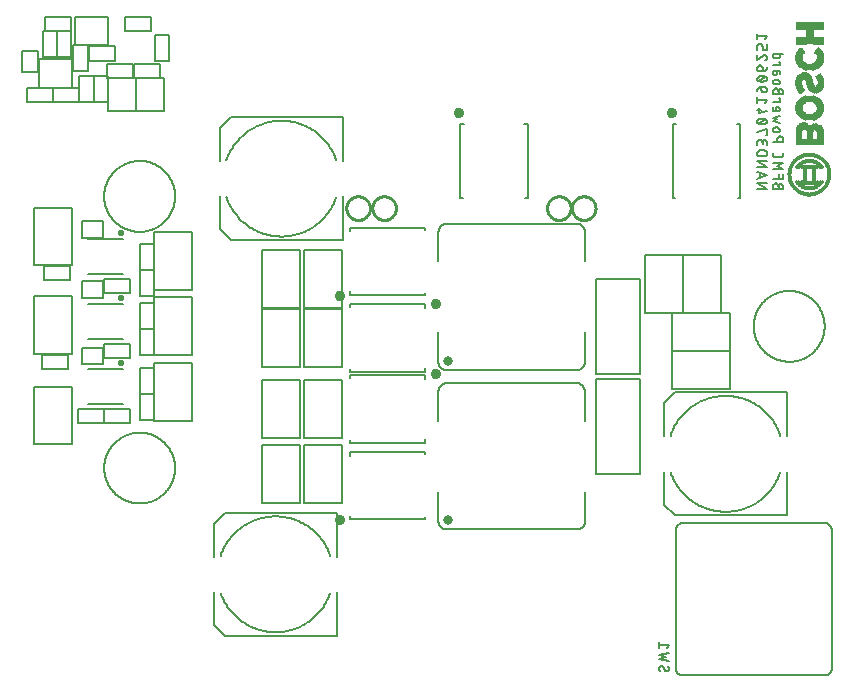
<source format=gbr>
G04 EAGLE Gerber RS-274X export*
G75*
%MOMM*%
%FSLAX34Y34*%
%LPD*%
%INSilkscreen Bottom*%
%IPPOS*%
%AMOC8*
5,1,8,0,0,1.08239X$1,22.5*%
G01*
%ADD10C,0.200000*%
%ADD11C,0.152400*%
%ADD12C,0.915806*%
%ADD13C,0.550000*%
%ADD14C,0.203200*%
%ADD15C,0.800000*%
%ADD16C,0.150000*%
%ADD17R,0.007700X0.161800*%
%ADD18R,0.007709X0.231300*%
%ADD19R,0.007709X0.447100*%
%ADD20R,0.007709X0.562600*%
%ADD21R,0.007713X0.678300*%
%ADD22R,0.007709X0.755300*%
%ADD23R,0.007700X0.832500*%
%ADD24R,0.007709X0.863300*%
%ADD25R,0.007709X0.932600*%
%ADD26R,0.007709X0.994400*%
%ADD27R,0.007713X1.063700*%
%ADD28R,0.007700X1.117600*%
%ADD29R,0.007709X1.156300*%
%ADD30R,0.007709X1.187100*%
%ADD31R,0.007709X1.241000*%
%ADD32R,0.007709X1.279500*%
%ADD33R,0.007700X1.310300*%
%ADD34R,0.007713X1.356700*%
%ADD35R,0.007709X1.395200*%
%ADD36R,0.007709X1.426000*%
%ADD37R,0.007709X1.472200*%
%ADD38R,0.007709X1.510800*%
%ADD39R,0.007700X1.549400*%
%ADD40R,0.007713X1.564800*%
%ADD41R,0.007709X1.603300*%
%ADD42R,0.007709X1.634100*%
%ADD43R,0.007709X1.672600*%
%ADD44R,0.007700X1.695700*%
%ADD45R,0.007709X1.726700*%
%ADD46R,0.007713X1.749800*%
%ADD47R,0.007709X1.772900*%
%ADD48R,0.007709X1.803700*%
%ADD49R,0.007700X1.834500*%
%ADD50R,0.007709X0.909500*%
%ADD51R,0.007709X0.894100*%
%ADD52R,0.007709X0.894200*%
%ADD53R,0.007709X0.871000*%
%ADD54R,0.007713X0.732300*%
%ADD55R,0.007713X0.716900*%
%ADD56R,0.007709X0.716900*%
%ADD57R,0.007709X0.693800*%
%ADD58R,0.007709X0.670600*%
%ADD59R,0.007709X0.647500*%
%ADD60R,0.007700X0.647500*%
%ADD61R,0.007700X0.632100*%
%ADD62R,0.007709X0.624400*%
%ADD63R,0.007709X0.624300*%
%ADD64R,0.007709X0.608900*%
%ADD65R,0.007713X0.601200*%
%ADD66R,0.007713X0.585800*%
%ADD67R,0.007709X0.585900*%
%ADD68R,0.007709X0.570400*%
%ADD69R,0.007700X0.585900*%
%ADD70R,0.007700X0.570400*%
%ADD71R,0.007709X0.578100*%
%ADD72R,0.007709X0.562700*%
%ADD73R,0.007709X0.555000*%
%ADD74R,0.007709X0.539600*%
%ADD75R,0.007709X0.531900*%
%ADD76R,0.007709X0.524200*%
%ADD77R,0.007713X0.524200*%
%ADD78R,0.007713X0.516400*%
%ADD79R,0.007700X0.508700*%
%ADD80R,0.007700X0.493300*%
%ADD81R,0.007709X0.508700*%
%ADD82R,0.007709X0.493300*%
%ADD83R,0.007709X0.516400*%
%ADD84R,0.007709X0.501000*%
%ADD85R,0.007709X0.485700*%
%ADD86R,0.007709X0.470200*%
%ADD87R,0.007700X0.485600*%
%ADD88R,0.007700X0.470200*%
%ADD89R,0.007713X0.470200*%
%ADD90R,0.007713X0.454800*%
%ADD91R,0.007709X0.477900*%
%ADD92R,0.007709X0.462500*%
%ADD93R,0.007709X0.431700*%
%ADD94R,0.007700X0.454700*%
%ADD95R,0.007700X0.431600*%
%ADD96R,0.007713X0.439300*%
%ADD97R,0.007713X0.416200*%
%ADD98R,0.007709X0.447000*%
%ADD99R,0.007709X0.423900*%
%ADD100R,0.007709X0.431600*%
%ADD101R,0.007709X0.424000*%
%ADD102R,0.007700X0.424000*%
%ADD103R,0.007700X0.408600*%
%ADD104R,0.007709X0.408600*%
%ADD105R,0.007713X0.408500*%
%ADD106R,0.007713X0.393100*%
%ADD107R,0.007709X0.408500*%
%ADD108R,0.007709X0.393100*%
%ADD109R,0.007700X0.408500*%
%ADD110R,0.007700X0.393100*%
%ADD111R,0.007709X0.377700*%
%ADD112R,0.007709X0.385400*%
%ADD113R,0.007713X0.377700*%
%ADD114R,0.007700X0.385500*%
%ADD115R,0.007700X0.377600*%
%ADD116R,0.007709X0.354500*%
%ADD117R,0.007709X0.354600*%
%ADD118R,0.007713X0.385400*%
%ADD119R,0.007713X0.354600*%
%ADD120R,0.007700X0.370000*%
%ADD121R,0.007700X0.354600*%
%ADD122R,0.007709X0.370000*%
%ADD123R,0.007709X0.362300*%
%ADD124R,0.007709X0.015400*%
%ADD125R,0.007709X0.077000*%
%ADD126R,0.007709X0.061600*%
%ADD127R,0.007709X0.192700*%
%ADD128R,0.007713X0.362300*%
%ADD129R,0.007713X0.092500*%
%ADD130R,0.007713X0.115600*%
%ADD131R,0.007713X0.231300*%
%ADD132R,0.007713X0.285200*%
%ADD133R,0.007713X0.331500*%
%ADD134R,0.007700X0.362200*%
%ADD135R,0.007700X0.108000*%
%ADD136R,0.007700X0.123300*%
%ADD137R,0.007700X0.346900*%
%ADD138R,0.007700X0.400800*%
%ADD139R,0.007709X0.362200*%
%ADD140R,0.007709X0.131100*%
%ADD141R,0.007709X0.146500*%
%ADD142R,0.007709X0.346800*%
%ADD143R,0.007709X0.416200*%
%ADD144R,0.007709X0.485600*%
%ADD145R,0.007709X0.161900*%
%ADD146R,0.007709X0.185000*%
%ADD147R,0.007709X0.616600*%
%ADD148R,0.007709X0.601200*%
%ADD149R,0.007709X0.346900*%
%ADD150R,0.007709X0.169600*%
%ADD151R,0.007709X0.339100*%
%ADD152R,0.007709X1.225600*%
%ADD153R,0.007709X0.593500*%
%ADD154R,0.007709X0.678300*%
%ADD155R,0.007709X0.601300*%
%ADD156R,0.007713X0.346900*%
%ADD157R,0.007713X0.185000*%
%ADD158R,0.007713X0.208100*%
%ADD159R,0.007713X0.339100*%
%ADD160R,0.007713X1.310400*%
%ADD161R,0.007713X0.632000*%
%ADD162R,0.007713X0.724600*%
%ADD163R,0.007713X0.686000*%
%ADD164R,0.007713X0.609000*%
%ADD165R,0.007700X0.192700*%
%ADD166R,0.007700X0.215800*%
%ADD167R,0.007700X0.339200*%
%ADD168R,0.007700X1.333500*%
%ADD169R,0.007700X0.670600*%
%ADD170R,0.007700X0.770800*%
%ADD171R,0.007700X0.732300*%
%ADD172R,0.007700X0.609000*%
%ADD173R,0.007700X0.601200*%
%ADD174R,0.007709X0.208100*%
%ADD175R,0.007709X0.231200*%
%ADD176R,0.007709X0.331500*%
%ADD177R,0.007709X1.379700*%
%ADD178R,0.007709X0.817000*%
%ADD179R,0.007709X0.770800*%
%ADD180R,0.007709X0.609000*%
%ADD181R,0.007709X0.215800*%
%ADD182R,0.007709X0.238900*%
%ADD183R,0.007709X1.402900*%
%ADD184R,0.007709X0.763100*%
%ADD185R,0.007709X0.855600*%
%ADD186R,0.007709X0.809400*%
%ADD187R,0.007709X0.254400*%
%ADD188R,0.007709X1.433700*%
%ADD189R,0.007709X0.801600*%
%ADD190R,0.007709X0.909600*%
%ADD191R,0.007709X0.847900*%
%ADD192R,0.007709X0.339200*%
%ADD193R,0.007709X0.239000*%
%ADD194R,0.007709X0.262100*%
%ADD195R,0.007709X1.456800*%
%ADD196R,0.007709X0.840200*%
%ADD197R,0.007709X0.940400*%
%ADD198R,0.007709X0.886400*%
%ADD199R,0.007700X0.254400*%
%ADD200R,0.007700X0.269800*%
%ADD201R,0.007700X0.331500*%
%ADD202R,0.007700X1.479900*%
%ADD203R,0.007700X0.878700*%
%ADD204R,0.007700X0.978900*%
%ADD205R,0.007700X0.909500*%
%ADD206R,0.007713X0.262100*%
%ADD207R,0.007713X0.277500*%
%ADD208R,0.007713X0.339200*%
%ADD209R,0.007713X1.487600*%
%ADD210R,0.007713X0.894200*%
%ADD211R,0.007713X1.002000*%
%ADD212R,0.007713X0.940400*%
%ADD213R,0.007709X0.277500*%
%ADD214R,0.007709X0.292900*%
%ADD215R,0.007709X0.323700*%
%ADD216R,0.007709X1.032800*%
%ADD217R,0.007709X0.971200*%
%ADD218R,0.007709X0.285200*%
%ADD219R,0.007709X0.300600*%
%ADD220R,0.007709X1.526200*%
%ADD221R,0.007709X0.955800*%
%ADD222R,0.007709X1.071500*%
%ADD223R,0.007709X1.002100*%
%ADD224R,0.007709X0.331400*%
%ADD225R,0.007709X0.316000*%
%ADD226R,0.007709X1.541600*%
%ADD227R,0.007709X1.002000*%
%ADD228R,0.007709X1.094600*%
%ADD229R,0.007709X1.032900*%
%ADD230R,0.007700X0.331400*%
%ADD231R,0.007700X0.300600*%
%ADD232R,0.007700X0.323700*%
%ADD233R,0.007700X1.557000*%
%ADD234R,0.007700X1.017400*%
%ADD235R,0.007700X1.133100*%
%ADD236R,0.007700X1.063700*%
%ADD237R,0.007709X0.308300*%
%ADD238R,0.007709X1.572400*%
%ADD239R,0.007709X1.048300*%
%ADD240R,0.007709X1.156200*%
%ADD241R,0.007709X1.094500*%
%ADD242R,0.007713X0.323700*%
%ADD243R,0.007713X0.316000*%
%ADD244R,0.007713X1.580100*%
%ADD245R,0.007713X1.179300*%
%ADD246R,0.007713X1.110000*%
%ADD247R,0.007709X0.323800*%
%ADD248R,0.007709X1.595600*%
%ADD249R,0.007709X1.202400*%
%ADD250R,0.007709X1.140800*%
%ADD251R,0.007709X1.611000*%
%ADD252R,0.007709X1.125400*%
%ADD253R,0.007709X1.233300*%
%ADD254R,0.007709X1.163900*%
%ADD255R,0.007709X0.316100*%
%ADD256R,0.007709X1.618700*%
%ADD257R,0.007709X1.148500*%
%ADD258R,0.007709X1.256400*%
%ADD259R,0.007700X0.308400*%
%ADD260R,0.007700X1.634100*%
%ADD261R,0.007700X1.171600*%
%ADD262R,0.007700X1.279600*%
%ADD263R,0.007700X1.202500*%
%ADD264R,0.007709X0.300700*%
%ADD265R,0.007709X1.641800*%
%ADD266R,0.007709X1.187000*%
%ADD267R,0.007709X1.302700*%
%ADD268R,0.007713X0.308400*%
%ADD269R,0.007713X1.649500*%
%ADD270R,0.007713X1.210200*%
%ADD271R,0.007713X1.318100*%
%ADD272R,0.007713X1.248700*%
%ADD273R,0.007709X1.664900*%
%ADD274R,0.007709X1.341200*%
%ADD275R,0.007709X0.400800*%
%ADD276R,0.007709X0.308400*%
%ADD277R,0.007709X1.364400*%
%ADD278R,0.007709X1.295000*%
%ADD279R,0.007700X0.308300*%
%ADD280R,0.007700X0.377700*%
%ADD281R,0.007700X1.680400*%
%ADD282R,0.007700X1.271900*%
%ADD283R,0.007700X1.379800*%
%ADD284R,0.007700X1.310400*%
%ADD285R,0.007709X1.688100*%
%ADD286R,0.007709X1.703500*%
%ADD287R,0.007709X1.310400*%
%ADD288R,0.007709X1.418300*%
%ADD289R,0.007709X1.356600*%
%ADD290R,0.007713X0.308300*%
%ADD291R,0.007713X0.400800*%
%ADD292R,0.007713X0.431700*%
%ADD293R,0.007713X0.300600*%
%ADD294R,0.007713X1.711200*%
%ADD295R,0.007713X1.325800*%
%ADD296R,0.007713X1.441400*%
%ADD297R,0.007713X1.372100*%
%ADD298R,0.007709X0.439400*%
%ADD299R,0.007709X1.718900*%
%ADD300R,0.007709X1.464500*%
%ADD301R,0.007709X1.387500*%
%ADD302R,0.007700X0.416300*%
%ADD303R,0.007700X0.447100*%
%ADD304R,0.007700X1.726600*%
%ADD305R,0.007700X1.372000*%
%ADD306R,0.007700X1.402900*%
%ADD307R,0.007709X0.454800*%
%ADD308R,0.007709X1.734300*%
%ADD309R,0.007709X1.387400*%
%ADD310R,0.007709X1.495300*%
%ADD311R,0.007709X1.742000*%
%ADD312R,0.007709X1.449100*%
%ADD313R,0.007713X0.447100*%
%ADD314R,0.007713X1.749700*%
%ADD315R,0.007713X1.433700*%
%ADD316R,0.007713X1.549400*%
%ADD317R,0.007713X1.464500*%
%ADD318R,0.007709X1.757400*%
%ADD319R,0.007709X1.564800*%
%ADD320R,0.007709X1.479900*%
%ADD321R,0.007700X0.292900*%
%ADD322R,0.007700X0.462500*%
%ADD323R,0.007700X1.765100*%
%ADD324R,0.007700X1.464600*%
%ADD325R,0.007700X1.580200*%
%ADD326R,0.007700X1.495400*%
%ADD327R,0.007709X1.772800*%
%ADD328R,0.007709X1.480000*%
%ADD329R,0.007709X1.780600*%
%ADD330R,0.007709X1.495400*%
%ADD331R,0.007709X0.293000*%
%ADD332R,0.007713X0.300700*%
%ADD333R,0.007713X0.493300*%
%ADD334R,0.007713X0.508700*%
%ADD335R,0.007713X1.788300*%
%ADD336R,0.007713X1.526200*%
%ADD337R,0.007713X1.557100*%
%ADD338R,0.007700X0.501100*%
%ADD339R,0.007700X0.516400*%
%ADD340R,0.007700X0.285200*%
%ADD341R,0.007700X1.788300*%
%ADD342R,0.007700X1.541600*%
%ADD343R,0.007700X1.657200*%
%ADD344R,0.007700X1.572500*%
%ADD345R,0.007709X0.501100*%
%ADD346R,0.007709X1.796000*%
%ADD347R,0.007709X1.557000*%
%ADD348R,0.007709X1.587900*%
%ADD349R,0.007709X0.508800*%
%ADD350R,0.007709X1.564700*%
%ADD351R,0.007709X1.688000*%
%ADD352R,0.007709X0.516500*%
%ADD353R,0.007709X0.524100*%
%ADD354R,0.007709X1.811400*%
%ADD355R,0.007709X1.580100*%
%ADD356R,0.007709X1.695800*%
%ADD357R,0.007709X1.711200*%
%ADD358R,0.007709X1.626400*%
%ADD359R,0.007700X0.524200*%
%ADD360R,0.007700X0.531900*%
%ADD361R,0.007700X1.819100*%
%ADD362R,0.007700X1.611000*%
%ADD363R,0.007700X1.641800*%
%ADD364R,0.007713X0.292900*%
%ADD365R,0.007713X0.531900*%
%ADD366R,0.007713X0.547300*%
%ADD367R,0.007713X1.819100*%
%ADD368R,0.007713X1.618700*%
%ADD369R,0.007713X1.734300*%
%ADD370R,0.007713X1.657200*%
%ADD371R,0.007709X0.547300*%
%ADD372R,0.007709X1.826800*%
%ADD373R,0.007709X1.749800*%
%ADD374R,0.007709X1.834500*%
%ADD375R,0.007709X1.657300*%
%ADD376R,0.007709X1.757500*%
%ADD377R,0.007709X1.665000*%
%ADD378R,0.007700X0.547300*%
%ADD379R,0.007700X1.842200*%
%ADD380R,0.007700X1.672700*%
%ADD381R,0.007700X1.749800*%
%ADD382R,0.007700X1.711200*%
%ADD383R,0.007713X0.562700*%
%ADD384R,0.007713X0.578100*%
%ADD385R,0.007713X1.849900*%
%ADD386R,0.007713X1.688100*%
%ADD387R,0.007713X1.742100*%
%ADD388R,0.007713X1.726600*%
%ADD389R,0.007709X1.849900*%
%ADD390R,0.007709X1.734400*%
%ADD391R,0.007709X0.585800*%
%ADD392R,0.007709X1.742100*%
%ADD393R,0.007709X1.857600*%
%ADD394R,0.007700X0.277500*%
%ADD395R,0.007700X0.585800*%
%ADD396R,0.007700X0.593500*%
%ADD397R,0.007700X1.857600*%
%ADD398R,0.007700X1.734300*%
%ADD399R,0.007700X1.765200*%
%ADD400R,0.007709X0.593600*%
%ADD401R,0.007709X1.865300*%
%ADD402R,0.007713X0.269800*%
%ADD403R,0.007713X0.593600*%
%ADD404R,0.007713X1.865300*%
%ADD405R,0.007713X1.718900*%
%ADD406R,0.007713X1.772900*%
%ADD407R,0.007709X1.873100*%
%ADD408R,0.007709X1.765100*%
%ADD409R,0.007709X0.740000*%
%ADD410R,0.007700X0.608900*%
%ADD411R,0.007700X1.873100*%
%ADD412R,0.007700X1.780600*%
%ADD413R,0.007700X0.716900*%
%ADD414R,0.007709X0.269700*%
%ADD415R,0.007709X1.880800*%
%ADD416R,0.007709X1.788300*%
%ADD417R,0.007709X0.724600*%
%ADD418R,0.007709X0.693700*%
%ADD419R,0.007709X1.749700*%
%ADD420R,0.007709X0.732300*%
%ADD421R,0.007713X0.616700*%
%ADD422R,0.007713X0.624400*%
%ADD423R,0.007713X1.803700*%
%ADD424R,0.007713X1.742000*%
%ADD425R,0.007709X0.632100*%
%ADD426R,0.007709X0.007700*%
%ADD427R,0.007709X0.701500*%
%ADD428R,0.007709X0.662900*%
%ADD429R,0.007709X0.639800*%
%ADD430R,0.007709X0.616700*%
%ADD431R,0.007700X0.624400*%
%ADD432R,0.007700X0.639800*%
%ADD433R,0.007700X0.277400*%
%ADD434R,0.007700X0.562700*%
%ADD435R,0.007700X0.693800*%
%ADD436R,0.007700X0.824800*%
%ADD437R,0.007700X0.832400*%
%ADD438R,0.007700X0.894100*%
%ADD439R,0.007700X0.686000*%
%ADD440R,0.007709X0.269800*%
%ADD441R,0.007709X0.817100*%
%ADD442R,0.007709X0.801700*%
%ADD443R,0.007709X0.794000*%
%ADD444R,0.007709X0.547200*%
%ADD445R,0.007709X0.632000*%
%ADD446R,0.007709X0.832500*%
%ADD447R,0.007713X0.639800*%
%ADD448R,0.007713X0.662900*%
%ADD449R,0.007713X0.786200*%
%ADD450R,0.007713X0.778600*%
%ADD451R,0.007713X0.524100*%
%ADD452R,0.007713X0.624300*%
%ADD453R,0.007713X0.809300*%
%ADD454R,0.007713X0.570400*%
%ADD455R,0.007709X0.655200*%
%ADD456R,0.007709X0.770900*%
%ADD457R,0.007709X0.554900*%
%ADD458R,0.007700X0.655200*%
%ADD459R,0.007700X0.323800*%
%ADD460R,0.007700X0.747700*%
%ADD461R,0.007700X0.755400*%
%ADD462R,0.007700X0.616600*%
%ADD463R,0.007709X0.747700*%
%ADD464R,0.007709X0.755400*%
%ADD465R,0.007709X0.739900*%
%ADD466R,0.007709X0.716800*%
%ADD467R,0.007713X0.693700*%
%ADD468R,0.007713X0.709200*%
%ADD469R,0.007700X0.339100*%
%ADD470R,0.007700X0.701500*%
%ADD471R,0.007709X1.657200*%
%ADD472R,0.007709X0.686000*%
%ADD473R,0.007709X0.686100*%
%ADD474R,0.007700X0.262100*%
%ADD475R,0.007700X0.616700*%
%ADD476R,0.007700X0.662900*%
%ADD477R,0.007700X0.578100*%
%ADD478R,0.007713X0.331400*%
%ADD479R,0.007713X0.647400*%
%ADD480R,0.007713X0.655200*%
%ADD481R,0.007713X0.246600*%
%ADD482R,0.007709X0.639700*%
%ADD483R,0.007709X0.246700*%
%ADD484R,0.007709X0.223500*%
%ADD485R,0.007709X0.200400*%
%ADD486R,0.007709X0.215900*%
%ADD487R,0.007700X0.316000*%
%ADD488R,0.007700X0.632000*%
%ADD489R,0.007700X0.169600*%
%ADD490R,0.007700X0.177300*%
%ADD491R,0.007713X0.323800*%
%ADD492R,0.007713X0.146500*%
%ADD493R,0.007713X0.647500*%
%ADD494R,0.007713X0.161900*%
%ADD495R,0.007709X0.123400*%
%ADD496R,0.007709X0.131000*%
%ADD497R,0.007709X0.100200*%
%ADD498R,0.007709X0.123300*%
%ADD499R,0.007700X0.316100*%
%ADD500R,0.007700X0.077000*%
%ADD501R,0.007700X0.100200*%
%ADD502R,0.007709X0.246600*%
%ADD503R,0.007709X0.077100*%
%ADD504R,0.007713X0.254300*%
%ADD505R,0.007713X0.316100*%
%ADD506R,0.007713X0.616600*%
%ADD507R,0.007713X0.046200*%
%ADD508R,0.007713X0.593500*%
%ADD509R,0.007713X0.632100*%
%ADD510R,0.007713X0.061600*%
%ADD511R,0.007709X0.254300*%
%ADD512R,0.007709X0.030800*%
%ADD513R,0.007709X0.038500*%
%ADD514R,0.007709X0.023100*%
%ADD515R,0.007700X0.262000*%
%ADD516R,0.007700X0.601300*%
%ADD517R,0.007700X0.624300*%
%ADD518R,0.007709X0.262000*%
%ADD519R,0.007713X0.608900*%
%ADD520R,0.007700X0.254300*%
%ADD521R,0.007700X0.593600*%
%ADD522R,0.007713X0.585900*%
%ADD523R,0.007713X0.639700*%
%ADD524R,0.007709X0.701400*%
%ADD525R,0.007713X0.262000*%
%ADD526R,0.007713X0.716800*%
%ADD527R,0.007713X0.601300*%
%ADD528R,0.007709X0.809300*%
%ADD529R,0.007709X0.824800*%
%ADD530R,0.007709X0.878700*%
%ADD531R,0.007713X0.254400*%
%ADD532R,0.007713X0.670600*%
%ADD533R,0.007713X0.917300*%
%ADD534R,0.007700X0.948100*%
%ADD535R,0.007700X1.919300*%
%ADD536R,0.007709X1.919300*%
%ADD537R,0.007709X0.709100*%
%ADD538R,0.007709X1.017500*%
%ADD539R,0.007709X1.025200*%
%ADD540R,0.007709X1.819100*%
%ADD541R,0.007709X1.071400*%
%ADD542R,0.007700X0.246600*%
%ADD543R,0.007700X1.811400*%
%ADD544R,0.007700X1.094600*%
%ADD545R,0.007713X1.811400*%
%ADD546R,0.007713X1.117700*%
%ADD547R,0.007713X1.919300*%
%ADD548R,0.007709X1.133100*%
%ADD549R,0.007709X1.179400*%
%ADD550R,0.007700X1.194800*%
%ADD551R,0.007709X1.217900*%
%ADD552R,0.007713X1.772800*%
%ADD553R,0.007713X1.233300*%
%ADD554R,0.007709X1.256500*%
%ADD555R,0.007709X1.271900*%
%ADD556R,0.007700X1.742000*%
%ADD557R,0.007700X1.279500*%
%ADD558R,0.007709X1.294900*%
%ADD559R,0.007713X1.302600*%
%ADD560R,0.007709X1.302600*%
%ADD561R,0.007700X1.703500*%
%ADD562R,0.007700X1.318100*%
%ADD563R,0.007709X1.325800*%
%ADD564R,0.007713X1.680400*%
%ADD565R,0.007713X1.333500*%
%ADD566R,0.007709X1.333500*%
%ADD567R,0.007709X1.649500*%
%ADD568R,0.007713X1.611000*%
%ADD569R,0.007713X1.333600*%
%ADD570R,0.007700X1.580100*%
%ADD571R,0.007700X1.341200*%
%ADD572R,0.007709X1.533900*%
%ADD573R,0.007713X1.533900*%
%ADD574R,0.007700X1.549300*%
%ADD575R,0.007709X1.318000*%
%ADD576R,0.007700X1.595600*%
%ADD577R,0.007713X1.603300*%
%ADD578R,0.007709X1.287300*%
%ADD579R,0.007709X1.264200*%
%ADD580R,0.007700X1.649500*%
%ADD581R,0.007700X0.555000*%
%ADD582R,0.007700X1.256400*%
%ADD583R,0.007713X0.555000*%
%ADD584R,0.007700X1.194700*%
%ADD585R,0.007709X1.179300*%
%ADD586R,0.007713X1.695800*%
%ADD587R,0.007713X1.163900*%
%ADD588R,0.007709X1.117700*%
%ADD589R,0.007700X1.094500*%
%ADD590R,0.007709X1.063700*%
%ADD591R,0.007709X1.726600*%
%ADD592R,0.007709X1.025100*%
%ADD593R,0.007713X0.362200*%
%ADD594R,0.007709X0.978900*%
%ADD595R,0.007700X0.940300*%
%ADD596R,0.007709X0.901900*%
%ADD597R,0.007709X0.871100*%
%ADD598R,0.007713X0.809400*%
%ADD599R,0.007709X0.778600*%
%ADD600R,0.007709X0.709200*%
%ADD601R,0.007700X0.038500*%
%ADD602R,0.007713X0.053900*%
%ADD603R,0.007709X0.069300*%
%ADD604R,0.007709X0.092500*%
%ADD605R,0.007713X0.154200*%
%ADD606R,0.007709X0.177300*%
%ADD607R,0.007700X0.215900*%
%ADD608R,0.007709X0.647400*%
%ADD609R,0.007713X0.655100*%
%ADD610R,0.007713X0.015400*%
%ADD611R,0.007709X0.053900*%
%ADD612R,0.007700X0.077100*%
%ADD613R,0.007709X0.115700*%
%ADD614R,0.007713X0.277400*%
%ADD615R,0.007713X0.693800*%
%ADD616R,0.007713X0.131100*%
%ADD617R,0.007713X0.393200*%
%ADD618R,0.007709X0.277400*%
%ADD619R,0.007709X0.154200*%
%ADD620R,0.007709X0.416300*%
%ADD621R,0.007700X0.716800*%
%ADD622R,0.007709X0.747600*%
%ADD623R,0.007713X0.269700*%
%ADD624R,0.007713X0.770800*%
%ADD625R,0.007713X0.763200*%
%ADD626R,0.007713X0.547200*%
%ADD627R,0.007700X0.786200*%
%ADD628R,0.007700X0.801700*%
%ADD629R,0.007709X1.842200*%
%ADD630R,0.007700X1.803700*%
%ADD631R,0.007709X1.765200*%
%ADD632R,0.007700X1.757400*%
%ADD633R,0.007700X0.770900*%
%ADD634R,0.007713X1.765100*%
%ADD635R,0.007713X1.757400*%
%ADD636R,0.007713X1.495400*%
%ADD637R,0.007713X1.780600*%
%ADD638R,0.007709X1.503000*%
%ADD639R,0.007709X1.510700*%
%ADD640R,0.007700X1.510800*%
%ADD641R,0.007713X1.518500*%
%ADD642R,0.007713X1.726700*%
%ADD643R,0.007709X1.680400*%
%ADD644R,0.007709X1.695700*%
%ADD645R,0.007700X0.524100*%
%ADD646R,0.007700X1.526200*%
%ADD647R,0.007700X1.680300*%
%ADD648R,0.007713X0.293000*%
%ADD649R,0.007700X1.718900*%
%ADD650R,0.007700X1.572400*%
%ADD651R,0.007700X1.618700*%
%ADD652R,0.007709X1.549300*%
%ADD653R,0.007713X1.703500*%
%ADD654R,0.007713X1.572500*%
%ADD655R,0.007709X1.518500*%
%ADD656R,0.007709X1.557100*%
%ADD657R,0.007700X0.439400*%
%ADD658R,0.007700X1.695800*%
%ADD659R,0.007700X1.557100*%
%ADD660R,0.007700X1.541700*%
%ADD661R,0.007709X1.526300*%
%ADD662R,0.007709X1.549400*%
%ADD663R,0.007709X1.534000*%
%ADD664R,0.007713X0.439400*%
%ADD665R,0.007713X1.672600*%
%ADD666R,0.007713X1.479900*%
%ADD667R,0.007700X0.385400*%
%ADD668R,0.007700X0.423900*%
%ADD669R,0.007700X1.487600*%
%ADD670R,0.007700X1.449100*%
%ADD671R,0.007709X1.372000*%
%ADD672R,0.007709X1.441400*%
%ADD673R,0.007713X1.626400*%
%ADD674R,0.007713X1.341200*%
%ADD675R,0.007713X1.426000*%
%ADD676R,0.007713X1.387500*%
%ADD677R,0.007700X0.293000*%
%ADD678R,0.007700X1.325800*%
%ADD679R,0.007700X1.372100*%
%ADD680R,0.007709X1.356700*%
%ADD681R,0.007709X1.341300*%
%ADD682R,0.007709X1.271800*%
%ADD683R,0.007709X1.349000*%
%ADD684R,0.007709X1.248700*%
%ADD685R,0.007700X1.233300*%
%ADD686R,0.007700X1.302600*%
%ADD687R,0.007700X1.287200*%
%ADD688R,0.007713X1.572400*%
%ADD689R,0.007713X1.202500*%
%ADD690R,0.007713X1.279500*%
%ADD691R,0.007713X1.264100*%
%ADD692R,0.007709X1.264100*%
%ADD693R,0.007709X1.194800*%
%ADD694R,0.007709X1.110000*%
%ADD695R,0.007700X1.179400*%
%ADD696R,0.007700X1.148500*%
%ADD697R,0.007713X1.510800*%
%ADD698R,0.007713X1.140800*%
%ADD699R,0.007713X1.125400*%
%ADD700R,0.007709X1.109900*%
%ADD701R,0.007709X1.487600*%
%ADD702R,0.007709X1.102300*%
%ADD703R,0.007709X1.086800*%
%ADD704R,0.007709X0.986600*%
%ADD705R,0.007709X1.056000*%
%ADD706R,0.007700X0.238900*%
%ADD707R,0.007700X1.456800*%
%ADD708R,0.007700X0.955800*%
%ADD709R,0.007700X1.040600*%
%ADD710R,0.007700X1.025200*%
%ADD711R,0.007709X0.925000*%
%ADD712R,0.007713X0.192700*%
%ADD713R,0.007713X0.223500*%
%ADD714R,0.007713X1.418300*%
%ADD715R,0.007713X0.894100*%
%ADD716R,0.007713X0.978900*%
%ADD717R,0.007713X0.963600*%
%ADD718R,0.007709X0.940300*%
%ADD719R,0.007700X0.154200*%
%ADD720R,0.007700X0.185000*%
%ADD721R,0.007700X0.346800*%
%ADD722R,0.007700X1.356600*%
%ADD723R,0.007700X0.793900*%
%ADD724R,0.007700X0.886500*%
%ADD725R,0.007700X0.871000*%
%ADD726R,0.007709X0.138800*%
%ADD727R,0.007709X1.318100*%
%ADD728R,0.007713X0.100200*%
%ADD729R,0.007713X0.092400*%
%ADD730R,0.007713X1.225600*%
%ADD731R,0.007713X0.747600*%
%ADD732R,0.007709X0.084800*%
%ADD733R,0.007700X0.061600*%
%ADD734R,0.007700X0.362300*%
%ADD735R,0.007709X0.655100*%
%ADD736R,0.007713X0.370000*%
%ADD737R,0.007713X0.485600*%
%ADD738R,0.007713X0.400900*%
%ADD739R,0.007709X0.377600*%
%ADD740R,0.007709X0.061700*%
%ADD741R,0.007713X0.408600*%
%ADD742R,0.007709X0.393200*%
%ADD743R,0.007713X0.423900*%
%ADD744R,0.007713X0.462500*%
%ADD745R,0.007709X0.462400*%
%ADD746R,0.007700X0.477900*%
%ADD747R,0.007713X0.501000*%
%ADD748R,0.007700X0.539600*%
%ADD749R,0.007713X0.554900*%
%ADD750R,0.007700X0.724500*%
%ADD751R,0.007709X0.778500*%
%ADD752R,0.007709X0.069400*%
%ADD753R,0.007700X1.726700*%
%ADD754R,0.007700X1.418300*%
%ADD755R,0.007700X1.171700*%
%ADD756R,0.007713X1.071400*%
%ADD757R,0.007700X0.015400*%
%ADD758R,0.007709X0.786300*%
%ADD759R,0.007713X0.732200*%
%ADD760C,0.254000*%


D10*
X155000Y380000D02*
X155009Y380736D01*
X155036Y381472D01*
X155081Y382207D01*
X155144Y382941D01*
X155226Y383672D01*
X155325Y384402D01*
X155442Y385129D01*
X155576Y385853D01*
X155729Y386573D01*
X155899Y387289D01*
X156087Y388001D01*
X156292Y388709D01*
X156514Y389410D01*
X156754Y390107D01*
X157010Y390797D01*
X157284Y391481D01*
X157574Y392157D01*
X157880Y392827D01*
X158203Y393488D01*
X158542Y394142D01*
X158897Y394787D01*
X159268Y395423D01*
X159654Y396050D01*
X160056Y396667D01*
X160472Y397274D01*
X160904Y397871D01*
X161350Y398457D01*
X161810Y399032D01*
X162284Y399595D01*
X162771Y400147D01*
X163273Y400686D01*
X163787Y401213D01*
X164314Y401727D01*
X164853Y402229D01*
X165405Y402716D01*
X165968Y403190D01*
X166543Y403650D01*
X167129Y404096D01*
X167726Y404528D01*
X168333Y404944D01*
X168950Y405346D01*
X169577Y405732D01*
X170213Y406103D01*
X170858Y406458D01*
X171512Y406797D01*
X172173Y407120D01*
X172843Y407426D01*
X173519Y407716D01*
X174203Y407990D01*
X174893Y408246D01*
X175590Y408486D01*
X176291Y408708D01*
X176999Y408913D01*
X177711Y409101D01*
X178427Y409271D01*
X179147Y409424D01*
X179871Y409558D01*
X180598Y409675D01*
X181328Y409774D01*
X182059Y409856D01*
X182793Y409919D01*
X183528Y409964D01*
X184264Y409991D01*
X185000Y410000D01*
X185736Y409991D01*
X186472Y409964D01*
X187207Y409919D01*
X187941Y409856D01*
X188672Y409774D01*
X189402Y409675D01*
X190129Y409558D01*
X190853Y409424D01*
X191573Y409271D01*
X192289Y409101D01*
X193001Y408913D01*
X193709Y408708D01*
X194410Y408486D01*
X195107Y408246D01*
X195797Y407990D01*
X196481Y407716D01*
X197157Y407426D01*
X197827Y407120D01*
X198488Y406797D01*
X199142Y406458D01*
X199787Y406103D01*
X200423Y405732D01*
X201050Y405346D01*
X201667Y404944D01*
X202274Y404528D01*
X202871Y404096D01*
X203457Y403650D01*
X204032Y403190D01*
X204595Y402716D01*
X205147Y402229D01*
X205686Y401727D01*
X206213Y401213D01*
X206727Y400686D01*
X207229Y400147D01*
X207716Y399595D01*
X208190Y399032D01*
X208650Y398457D01*
X209096Y397871D01*
X209528Y397274D01*
X209944Y396667D01*
X210346Y396050D01*
X210732Y395423D01*
X211103Y394787D01*
X211458Y394142D01*
X211797Y393488D01*
X212120Y392827D01*
X212426Y392157D01*
X212716Y391481D01*
X212990Y390797D01*
X213246Y390107D01*
X213486Y389410D01*
X213708Y388709D01*
X213913Y388001D01*
X214101Y387289D01*
X214271Y386573D01*
X214424Y385853D01*
X214558Y385129D01*
X214675Y384402D01*
X214774Y383672D01*
X214856Y382941D01*
X214919Y382207D01*
X214964Y381472D01*
X214991Y380736D01*
X215000Y380000D01*
X214991Y379264D01*
X214964Y378528D01*
X214919Y377793D01*
X214856Y377059D01*
X214774Y376328D01*
X214675Y375598D01*
X214558Y374871D01*
X214424Y374147D01*
X214271Y373427D01*
X214101Y372711D01*
X213913Y371999D01*
X213708Y371291D01*
X213486Y370590D01*
X213246Y369893D01*
X212990Y369203D01*
X212716Y368519D01*
X212426Y367843D01*
X212120Y367173D01*
X211797Y366512D01*
X211458Y365858D01*
X211103Y365213D01*
X210732Y364577D01*
X210346Y363950D01*
X209944Y363333D01*
X209528Y362726D01*
X209096Y362129D01*
X208650Y361543D01*
X208190Y360968D01*
X207716Y360405D01*
X207229Y359853D01*
X206727Y359314D01*
X206213Y358787D01*
X205686Y358273D01*
X205147Y357771D01*
X204595Y357284D01*
X204032Y356810D01*
X203457Y356350D01*
X202871Y355904D01*
X202274Y355472D01*
X201667Y355056D01*
X201050Y354654D01*
X200423Y354268D01*
X199787Y353897D01*
X199142Y353542D01*
X198488Y353203D01*
X197827Y352880D01*
X197157Y352574D01*
X196481Y352284D01*
X195797Y352010D01*
X195107Y351754D01*
X194410Y351514D01*
X193709Y351292D01*
X193001Y351087D01*
X192289Y350899D01*
X191573Y350729D01*
X190853Y350576D01*
X190129Y350442D01*
X189402Y350325D01*
X188672Y350226D01*
X187941Y350144D01*
X187207Y350081D01*
X186472Y350036D01*
X185736Y350009D01*
X185000Y350000D01*
X184264Y350009D01*
X183528Y350036D01*
X182793Y350081D01*
X182059Y350144D01*
X181328Y350226D01*
X180598Y350325D01*
X179871Y350442D01*
X179147Y350576D01*
X178427Y350729D01*
X177711Y350899D01*
X176999Y351087D01*
X176291Y351292D01*
X175590Y351514D01*
X174893Y351754D01*
X174203Y352010D01*
X173519Y352284D01*
X172843Y352574D01*
X172173Y352880D01*
X171512Y353203D01*
X170858Y353542D01*
X170213Y353897D01*
X169577Y354268D01*
X168950Y354654D01*
X168333Y355056D01*
X167726Y355472D01*
X167129Y355904D01*
X166543Y356350D01*
X165968Y356810D01*
X165405Y357284D01*
X164853Y357771D01*
X164314Y358273D01*
X163787Y358787D01*
X163273Y359314D01*
X162771Y359853D01*
X162284Y360405D01*
X161810Y360968D01*
X161350Y361543D01*
X160904Y362129D01*
X160472Y362726D01*
X160056Y363333D01*
X159654Y363950D01*
X159268Y364577D01*
X158897Y365213D01*
X158542Y365858D01*
X158203Y366512D01*
X157880Y367173D01*
X157574Y367843D01*
X157284Y368519D01*
X157010Y369203D01*
X156754Y369893D01*
X156514Y370590D01*
X156292Y371291D01*
X156087Y371999D01*
X155899Y372711D01*
X155729Y373427D01*
X155576Y374147D01*
X155442Y374871D01*
X155325Y375598D01*
X155226Y376328D01*
X155144Y377059D01*
X155081Y377793D01*
X155036Y378528D01*
X155009Y379264D01*
X155000Y380000D01*
X155000Y150000D02*
X155009Y150736D01*
X155036Y151472D01*
X155081Y152207D01*
X155144Y152941D01*
X155226Y153672D01*
X155325Y154402D01*
X155442Y155129D01*
X155576Y155853D01*
X155729Y156573D01*
X155899Y157289D01*
X156087Y158001D01*
X156292Y158709D01*
X156514Y159410D01*
X156754Y160107D01*
X157010Y160797D01*
X157284Y161481D01*
X157574Y162157D01*
X157880Y162827D01*
X158203Y163488D01*
X158542Y164142D01*
X158897Y164787D01*
X159268Y165423D01*
X159654Y166050D01*
X160056Y166667D01*
X160472Y167274D01*
X160904Y167871D01*
X161350Y168457D01*
X161810Y169032D01*
X162284Y169595D01*
X162771Y170147D01*
X163273Y170686D01*
X163787Y171213D01*
X164314Y171727D01*
X164853Y172229D01*
X165405Y172716D01*
X165968Y173190D01*
X166543Y173650D01*
X167129Y174096D01*
X167726Y174528D01*
X168333Y174944D01*
X168950Y175346D01*
X169577Y175732D01*
X170213Y176103D01*
X170858Y176458D01*
X171512Y176797D01*
X172173Y177120D01*
X172843Y177426D01*
X173519Y177716D01*
X174203Y177990D01*
X174893Y178246D01*
X175590Y178486D01*
X176291Y178708D01*
X176999Y178913D01*
X177711Y179101D01*
X178427Y179271D01*
X179147Y179424D01*
X179871Y179558D01*
X180598Y179675D01*
X181328Y179774D01*
X182059Y179856D01*
X182793Y179919D01*
X183528Y179964D01*
X184264Y179991D01*
X185000Y180000D01*
X185736Y179991D01*
X186472Y179964D01*
X187207Y179919D01*
X187941Y179856D01*
X188672Y179774D01*
X189402Y179675D01*
X190129Y179558D01*
X190853Y179424D01*
X191573Y179271D01*
X192289Y179101D01*
X193001Y178913D01*
X193709Y178708D01*
X194410Y178486D01*
X195107Y178246D01*
X195797Y177990D01*
X196481Y177716D01*
X197157Y177426D01*
X197827Y177120D01*
X198488Y176797D01*
X199142Y176458D01*
X199787Y176103D01*
X200423Y175732D01*
X201050Y175346D01*
X201667Y174944D01*
X202274Y174528D01*
X202871Y174096D01*
X203457Y173650D01*
X204032Y173190D01*
X204595Y172716D01*
X205147Y172229D01*
X205686Y171727D01*
X206213Y171213D01*
X206727Y170686D01*
X207229Y170147D01*
X207716Y169595D01*
X208190Y169032D01*
X208650Y168457D01*
X209096Y167871D01*
X209528Y167274D01*
X209944Y166667D01*
X210346Y166050D01*
X210732Y165423D01*
X211103Y164787D01*
X211458Y164142D01*
X211797Y163488D01*
X212120Y162827D01*
X212426Y162157D01*
X212716Y161481D01*
X212990Y160797D01*
X213246Y160107D01*
X213486Y159410D01*
X213708Y158709D01*
X213913Y158001D01*
X214101Y157289D01*
X214271Y156573D01*
X214424Y155853D01*
X214558Y155129D01*
X214675Y154402D01*
X214774Y153672D01*
X214856Y152941D01*
X214919Y152207D01*
X214964Y151472D01*
X214991Y150736D01*
X215000Y150000D01*
X214991Y149264D01*
X214964Y148528D01*
X214919Y147793D01*
X214856Y147059D01*
X214774Y146328D01*
X214675Y145598D01*
X214558Y144871D01*
X214424Y144147D01*
X214271Y143427D01*
X214101Y142711D01*
X213913Y141999D01*
X213708Y141291D01*
X213486Y140590D01*
X213246Y139893D01*
X212990Y139203D01*
X212716Y138519D01*
X212426Y137843D01*
X212120Y137173D01*
X211797Y136512D01*
X211458Y135858D01*
X211103Y135213D01*
X210732Y134577D01*
X210346Y133950D01*
X209944Y133333D01*
X209528Y132726D01*
X209096Y132129D01*
X208650Y131543D01*
X208190Y130968D01*
X207716Y130405D01*
X207229Y129853D01*
X206727Y129314D01*
X206213Y128787D01*
X205686Y128273D01*
X205147Y127771D01*
X204595Y127284D01*
X204032Y126810D01*
X203457Y126350D01*
X202871Y125904D01*
X202274Y125472D01*
X201667Y125056D01*
X201050Y124654D01*
X200423Y124268D01*
X199787Y123897D01*
X199142Y123542D01*
X198488Y123203D01*
X197827Y122880D01*
X197157Y122574D01*
X196481Y122284D01*
X195797Y122010D01*
X195107Y121754D01*
X194410Y121514D01*
X193709Y121292D01*
X193001Y121087D01*
X192289Y120899D01*
X191573Y120729D01*
X190853Y120576D01*
X190129Y120442D01*
X189402Y120325D01*
X188672Y120226D01*
X187941Y120144D01*
X187207Y120081D01*
X186472Y120036D01*
X185736Y120009D01*
X185000Y120000D01*
X184264Y120009D01*
X183528Y120036D01*
X182793Y120081D01*
X182059Y120144D01*
X181328Y120226D01*
X180598Y120325D01*
X179871Y120442D01*
X179147Y120576D01*
X178427Y120729D01*
X177711Y120899D01*
X176999Y121087D01*
X176291Y121292D01*
X175590Y121514D01*
X174893Y121754D01*
X174203Y122010D01*
X173519Y122284D01*
X172843Y122574D01*
X172173Y122880D01*
X171512Y123203D01*
X170858Y123542D01*
X170213Y123897D01*
X169577Y124268D01*
X168950Y124654D01*
X168333Y125056D01*
X167726Y125472D01*
X167129Y125904D01*
X166543Y126350D01*
X165968Y126810D01*
X165405Y127284D01*
X164853Y127771D01*
X164314Y128273D01*
X163787Y128787D01*
X163273Y129314D01*
X162771Y129853D01*
X162284Y130405D01*
X161810Y130968D01*
X161350Y131543D01*
X160904Y132129D01*
X160472Y132726D01*
X160056Y133333D01*
X159654Y133950D01*
X159268Y134577D01*
X158897Y135213D01*
X158542Y135858D01*
X158203Y136512D01*
X157880Y137173D01*
X157574Y137843D01*
X157284Y138519D01*
X157010Y139203D01*
X156754Y139893D01*
X156514Y140590D01*
X156292Y141291D01*
X156087Y141999D01*
X155899Y142711D01*
X155729Y143427D01*
X155576Y144147D01*
X155442Y144871D01*
X155325Y145598D01*
X155226Y146328D01*
X155144Y147059D01*
X155081Y147793D01*
X155036Y148528D01*
X155009Y149264D01*
X155000Y150000D01*
X705000Y270000D02*
X705009Y270736D01*
X705036Y271472D01*
X705081Y272207D01*
X705144Y272941D01*
X705226Y273672D01*
X705325Y274402D01*
X705442Y275129D01*
X705576Y275853D01*
X705729Y276573D01*
X705899Y277289D01*
X706087Y278001D01*
X706292Y278709D01*
X706514Y279410D01*
X706754Y280107D01*
X707010Y280797D01*
X707284Y281481D01*
X707574Y282157D01*
X707880Y282827D01*
X708203Y283488D01*
X708542Y284142D01*
X708897Y284787D01*
X709268Y285423D01*
X709654Y286050D01*
X710056Y286667D01*
X710472Y287274D01*
X710904Y287871D01*
X711350Y288457D01*
X711810Y289032D01*
X712284Y289595D01*
X712771Y290147D01*
X713273Y290686D01*
X713787Y291213D01*
X714314Y291727D01*
X714853Y292229D01*
X715405Y292716D01*
X715968Y293190D01*
X716543Y293650D01*
X717129Y294096D01*
X717726Y294528D01*
X718333Y294944D01*
X718950Y295346D01*
X719577Y295732D01*
X720213Y296103D01*
X720858Y296458D01*
X721512Y296797D01*
X722173Y297120D01*
X722843Y297426D01*
X723519Y297716D01*
X724203Y297990D01*
X724893Y298246D01*
X725590Y298486D01*
X726291Y298708D01*
X726999Y298913D01*
X727711Y299101D01*
X728427Y299271D01*
X729147Y299424D01*
X729871Y299558D01*
X730598Y299675D01*
X731328Y299774D01*
X732059Y299856D01*
X732793Y299919D01*
X733528Y299964D01*
X734264Y299991D01*
X735000Y300000D01*
X735736Y299991D01*
X736472Y299964D01*
X737207Y299919D01*
X737941Y299856D01*
X738672Y299774D01*
X739402Y299675D01*
X740129Y299558D01*
X740853Y299424D01*
X741573Y299271D01*
X742289Y299101D01*
X743001Y298913D01*
X743709Y298708D01*
X744410Y298486D01*
X745107Y298246D01*
X745797Y297990D01*
X746481Y297716D01*
X747157Y297426D01*
X747827Y297120D01*
X748488Y296797D01*
X749142Y296458D01*
X749787Y296103D01*
X750423Y295732D01*
X751050Y295346D01*
X751667Y294944D01*
X752274Y294528D01*
X752871Y294096D01*
X753457Y293650D01*
X754032Y293190D01*
X754595Y292716D01*
X755147Y292229D01*
X755686Y291727D01*
X756213Y291213D01*
X756727Y290686D01*
X757229Y290147D01*
X757716Y289595D01*
X758190Y289032D01*
X758650Y288457D01*
X759096Y287871D01*
X759528Y287274D01*
X759944Y286667D01*
X760346Y286050D01*
X760732Y285423D01*
X761103Y284787D01*
X761458Y284142D01*
X761797Y283488D01*
X762120Y282827D01*
X762426Y282157D01*
X762716Y281481D01*
X762990Y280797D01*
X763246Y280107D01*
X763486Y279410D01*
X763708Y278709D01*
X763913Y278001D01*
X764101Y277289D01*
X764271Y276573D01*
X764424Y275853D01*
X764558Y275129D01*
X764675Y274402D01*
X764774Y273672D01*
X764856Y272941D01*
X764919Y272207D01*
X764964Y271472D01*
X764991Y270736D01*
X765000Y270000D01*
X764991Y269264D01*
X764964Y268528D01*
X764919Y267793D01*
X764856Y267059D01*
X764774Y266328D01*
X764675Y265598D01*
X764558Y264871D01*
X764424Y264147D01*
X764271Y263427D01*
X764101Y262711D01*
X763913Y261999D01*
X763708Y261291D01*
X763486Y260590D01*
X763246Y259893D01*
X762990Y259203D01*
X762716Y258519D01*
X762426Y257843D01*
X762120Y257173D01*
X761797Y256512D01*
X761458Y255858D01*
X761103Y255213D01*
X760732Y254577D01*
X760346Y253950D01*
X759944Y253333D01*
X759528Y252726D01*
X759096Y252129D01*
X758650Y251543D01*
X758190Y250968D01*
X757716Y250405D01*
X757229Y249853D01*
X756727Y249314D01*
X756213Y248787D01*
X755686Y248273D01*
X755147Y247771D01*
X754595Y247284D01*
X754032Y246810D01*
X753457Y246350D01*
X752871Y245904D01*
X752274Y245472D01*
X751667Y245056D01*
X751050Y244654D01*
X750423Y244268D01*
X749787Y243897D01*
X749142Y243542D01*
X748488Y243203D01*
X747827Y242880D01*
X747157Y242574D01*
X746481Y242284D01*
X745797Y242010D01*
X745107Y241754D01*
X744410Y241514D01*
X743709Y241292D01*
X743001Y241087D01*
X742289Y240899D01*
X741573Y240729D01*
X740853Y240576D01*
X740129Y240442D01*
X739402Y240325D01*
X738672Y240226D01*
X737941Y240144D01*
X737207Y240081D01*
X736472Y240036D01*
X735736Y240009D01*
X735000Y240000D01*
X734264Y240009D01*
X733528Y240036D01*
X732793Y240081D01*
X732059Y240144D01*
X731328Y240226D01*
X730598Y240325D01*
X729871Y240442D01*
X729147Y240576D01*
X728427Y240729D01*
X727711Y240899D01*
X726999Y241087D01*
X726291Y241292D01*
X725590Y241514D01*
X724893Y241754D01*
X724203Y242010D01*
X723519Y242284D01*
X722843Y242574D01*
X722173Y242880D01*
X721512Y243203D01*
X720858Y243542D01*
X720213Y243897D01*
X719577Y244268D01*
X718950Y244654D01*
X718333Y245056D01*
X717726Y245472D01*
X717129Y245904D01*
X716543Y246350D01*
X715968Y246810D01*
X715405Y247284D01*
X714853Y247771D01*
X714314Y248273D01*
X713787Y248787D01*
X713273Y249314D01*
X712771Y249853D01*
X712284Y250405D01*
X711810Y250968D01*
X711350Y251543D01*
X710904Y252129D01*
X710472Y252726D01*
X710056Y253333D01*
X709654Y253950D01*
X709268Y254577D01*
X708897Y255213D01*
X708542Y255858D01*
X708203Y256512D01*
X707880Y257173D01*
X707574Y257843D01*
X707284Y258519D01*
X707010Y259203D01*
X706754Y259893D01*
X706514Y260590D01*
X706292Y261291D01*
X706087Y261999D01*
X705899Y262711D01*
X705729Y263427D01*
X705576Y264147D01*
X705442Y264871D01*
X705325Y265598D01*
X705226Y266328D01*
X705144Y267059D01*
X705081Y267793D01*
X705036Y268528D01*
X705009Y269264D01*
X705000Y270000D01*
D11*
X725971Y386262D02*
X725971Y388616D01*
X725970Y388616D02*
X725968Y388712D01*
X725962Y388808D01*
X725952Y388903D01*
X725939Y388998D01*
X725921Y389093D01*
X725900Y389187D01*
X725875Y389279D01*
X725846Y389371D01*
X725813Y389461D01*
X725777Y389550D01*
X725737Y389637D01*
X725693Y389723D01*
X725647Y389807D01*
X725596Y389889D01*
X725543Y389968D01*
X725486Y390046D01*
X725426Y390121D01*
X725363Y390194D01*
X725297Y390263D01*
X725229Y390331D01*
X725158Y390395D01*
X725084Y390456D01*
X725007Y390515D01*
X724929Y390570D01*
X724848Y390622D01*
X724765Y390670D01*
X724680Y390716D01*
X724594Y390757D01*
X724506Y390795D01*
X724416Y390830D01*
X724325Y390861D01*
X724233Y390888D01*
X724140Y390911D01*
X724046Y390930D01*
X723951Y390946D01*
X723856Y390958D01*
X723760Y390966D01*
X723664Y390970D01*
X723568Y390970D01*
X723472Y390966D01*
X723376Y390958D01*
X723281Y390946D01*
X723186Y390930D01*
X723092Y390911D01*
X722999Y390888D01*
X722907Y390861D01*
X722816Y390830D01*
X722726Y390795D01*
X722638Y390757D01*
X722552Y390716D01*
X722467Y390670D01*
X722384Y390622D01*
X722303Y390570D01*
X722225Y390515D01*
X722148Y390456D01*
X722074Y390395D01*
X722003Y390331D01*
X721935Y390263D01*
X721869Y390194D01*
X721806Y390121D01*
X721746Y390046D01*
X721689Y389968D01*
X721636Y389889D01*
X721585Y389807D01*
X721539Y389723D01*
X721495Y389637D01*
X721455Y389550D01*
X721419Y389461D01*
X721386Y389371D01*
X721357Y389279D01*
X721332Y389187D01*
X721311Y389093D01*
X721293Y388998D01*
X721280Y388903D01*
X721270Y388808D01*
X721264Y388712D01*
X721262Y388616D01*
X721262Y386262D01*
X729738Y386262D01*
X729738Y388616D01*
X729736Y388702D01*
X729730Y388787D01*
X729720Y388873D01*
X729707Y388957D01*
X729689Y389041D01*
X729668Y389124D01*
X729643Y389206D01*
X729614Y389287D01*
X729582Y389367D01*
X729546Y389444D01*
X729507Y389521D01*
X729464Y389595D01*
X729418Y389667D01*
X729368Y389737D01*
X729315Y389805D01*
X729260Y389870D01*
X729201Y389933D01*
X729140Y389993D01*
X729076Y390050D01*
X729009Y390104D01*
X728940Y390155D01*
X728869Y390203D01*
X728796Y390248D01*
X728721Y390289D01*
X728644Y390326D01*
X728565Y390361D01*
X728485Y390391D01*
X728403Y390418D01*
X728321Y390441D01*
X728237Y390461D01*
X728153Y390476D01*
X728068Y390488D01*
X727983Y390496D01*
X727897Y390500D01*
X727811Y390500D01*
X727725Y390496D01*
X727640Y390488D01*
X727555Y390476D01*
X727471Y390461D01*
X727387Y390441D01*
X727305Y390418D01*
X727223Y390391D01*
X727143Y390361D01*
X727064Y390326D01*
X726987Y390289D01*
X726912Y390248D01*
X726839Y390203D01*
X726768Y390155D01*
X726699Y390104D01*
X726632Y390050D01*
X726568Y389993D01*
X726507Y389933D01*
X726448Y389870D01*
X726393Y389805D01*
X726340Y389737D01*
X726290Y389667D01*
X726244Y389595D01*
X726201Y389521D01*
X726162Y389444D01*
X726126Y389367D01*
X726094Y389287D01*
X726065Y389206D01*
X726040Y389124D01*
X726019Y389041D01*
X726001Y388957D01*
X725988Y388873D01*
X725978Y388787D01*
X725972Y388702D01*
X725970Y388616D01*
X729738Y395094D02*
X721262Y395094D01*
X729738Y395094D02*
X729738Y398861D01*
X725971Y398861D02*
X725971Y395094D01*
X729738Y402997D02*
X721262Y402997D01*
X725029Y405823D02*
X729738Y402997D01*
X725029Y405823D02*
X729738Y408648D01*
X721262Y408648D01*
X721262Y415214D02*
X721262Y417097D01*
X721262Y415214D02*
X721264Y415129D01*
X721270Y415045D01*
X721279Y414961D01*
X721292Y414878D01*
X721309Y414795D01*
X721330Y414713D01*
X721354Y414632D01*
X721382Y414552D01*
X721414Y414474D01*
X721449Y414397D01*
X721487Y414321D01*
X721529Y414248D01*
X721574Y414176D01*
X721622Y414107D01*
X721673Y414039D01*
X721727Y413974D01*
X721784Y413912D01*
X721844Y413852D01*
X721906Y413795D01*
X721971Y413741D01*
X722039Y413690D01*
X722108Y413642D01*
X722180Y413597D01*
X722253Y413555D01*
X722329Y413517D01*
X722406Y413482D01*
X722484Y413450D01*
X722564Y413422D01*
X722645Y413398D01*
X722727Y413377D01*
X722810Y413360D01*
X722893Y413347D01*
X722977Y413338D01*
X723061Y413332D01*
X723146Y413330D01*
X727854Y413330D01*
X727939Y413332D01*
X728023Y413338D01*
X728107Y413347D01*
X728190Y413360D01*
X728273Y413377D01*
X728355Y413398D01*
X728436Y413422D01*
X728516Y413450D01*
X728594Y413482D01*
X728671Y413517D01*
X728747Y413555D01*
X728820Y413597D01*
X728892Y413642D01*
X728961Y413690D01*
X729029Y413741D01*
X729094Y413795D01*
X729156Y413852D01*
X729216Y413912D01*
X729273Y413974D01*
X729327Y414039D01*
X729378Y414107D01*
X729426Y414176D01*
X729471Y414248D01*
X729513Y414321D01*
X729551Y414397D01*
X729586Y414474D01*
X729618Y414552D01*
X729646Y414632D01*
X729670Y414713D01*
X729691Y414795D01*
X729708Y414878D01*
X729721Y414961D01*
X729730Y415045D01*
X729736Y415129D01*
X729738Y415214D01*
X729738Y417097D01*
X729738Y426162D02*
X721262Y426162D01*
X729738Y426162D02*
X729738Y428516D01*
X729736Y428612D01*
X729730Y428708D01*
X729720Y428803D01*
X729707Y428898D01*
X729689Y428993D01*
X729668Y429087D01*
X729643Y429179D01*
X729614Y429271D01*
X729581Y429361D01*
X729545Y429450D01*
X729505Y429537D01*
X729461Y429623D01*
X729415Y429707D01*
X729364Y429789D01*
X729311Y429868D01*
X729254Y429946D01*
X729194Y430021D01*
X729131Y430094D01*
X729065Y430163D01*
X728997Y430231D01*
X728926Y430295D01*
X728852Y430356D01*
X728775Y430415D01*
X728697Y430470D01*
X728616Y430522D01*
X728533Y430570D01*
X728448Y430616D01*
X728362Y430657D01*
X728274Y430695D01*
X728184Y430730D01*
X728093Y430761D01*
X728001Y430788D01*
X727908Y430811D01*
X727814Y430830D01*
X727719Y430846D01*
X727624Y430858D01*
X727528Y430866D01*
X727432Y430870D01*
X727336Y430870D01*
X727240Y430866D01*
X727144Y430858D01*
X727049Y430846D01*
X726954Y430830D01*
X726860Y430811D01*
X726767Y430788D01*
X726675Y430761D01*
X726584Y430730D01*
X726494Y430695D01*
X726406Y430657D01*
X726320Y430616D01*
X726235Y430570D01*
X726152Y430522D01*
X726071Y430470D01*
X725993Y430415D01*
X725916Y430356D01*
X725842Y430295D01*
X725771Y430231D01*
X725703Y430163D01*
X725637Y430094D01*
X725574Y430021D01*
X725514Y429946D01*
X725457Y429868D01*
X725404Y429789D01*
X725353Y429707D01*
X725307Y429623D01*
X725263Y429537D01*
X725223Y429450D01*
X725187Y429361D01*
X725154Y429271D01*
X725125Y429179D01*
X725100Y429087D01*
X725079Y428993D01*
X725061Y428898D01*
X725048Y428803D01*
X725038Y428708D01*
X725032Y428612D01*
X725030Y428516D01*
X725029Y428516D02*
X725029Y426162D01*
X725029Y434539D02*
X723146Y434539D01*
X725029Y434539D02*
X725115Y434541D01*
X725200Y434547D01*
X725286Y434557D01*
X725370Y434570D01*
X725454Y434588D01*
X725537Y434609D01*
X725619Y434634D01*
X725700Y434663D01*
X725780Y434695D01*
X725857Y434731D01*
X725934Y434770D01*
X726008Y434813D01*
X726080Y434859D01*
X726150Y434909D01*
X726218Y434962D01*
X726283Y435017D01*
X726346Y435076D01*
X726406Y435137D01*
X726463Y435201D01*
X726517Y435268D01*
X726568Y435337D01*
X726616Y435408D01*
X726661Y435481D01*
X726702Y435556D01*
X726739Y435633D01*
X726774Y435712D01*
X726804Y435792D01*
X726831Y435874D01*
X726854Y435956D01*
X726874Y436040D01*
X726889Y436124D01*
X726901Y436209D01*
X726909Y436294D01*
X726913Y436380D01*
X726913Y436466D01*
X726909Y436552D01*
X726901Y436637D01*
X726889Y436722D01*
X726874Y436806D01*
X726854Y436890D01*
X726831Y436972D01*
X726804Y437054D01*
X726774Y437134D01*
X726739Y437213D01*
X726702Y437290D01*
X726661Y437365D01*
X726616Y437438D01*
X726568Y437509D01*
X726517Y437578D01*
X726463Y437645D01*
X726406Y437709D01*
X726346Y437770D01*
X726283Y437829D01*
X726218Y437884D01*
X726150Y437937D01*
X726080Y437987D01*
X726008Y438033D01*
X725934Y438076D01*
X725857Y438115D01*
X725780Y438151D01*
X725700Y438183D01*
X725619Y438212D01*
X725537Y438237D01*
X725454Y438258D01*
X725370Y438276D01*
X725286Y438289D01*
X725200Y438299D01*
X725115Y438305D01*
X725029Y438307D01*
X725029Y438306D02*
X723146Y438306D01*
X723146Y438307D02*
X723060Y438305D01*
X722975Y438299D01*
X722889Y438289D01*
X722805Y438276D01*
X722721Y438258D01*
X722638Y438237D01*
X722556Y438212D01*
X722475Y438183D01*
X722395Y438151D01*
X722318Y438115D01*
X722241Y438076D01*
X722167Y438033D01*
X722095Y437987D01*
X722025Y437937D01*
X721957Y437884D01*
X721892Y437829D01*
X721829Y437770D01*
X721769Y437709D01*
X721712Y437645D01*
X721658Y437578D01*
X721607Y437509D01*
X721559Y437438D01*
X721514Y437365D01*
X721473Y437290D01*
X721436Y437213D01*
X721401Y437134D01*
X721371Y437054D01*
X721344Y436972D01*
X721321Y436890D01*
X721301Y436806D01*
X721286Y436722D01*
X721274Y436637D01*
X721266Y436552D01*
X721262Y436466D01*
X721262Y436380D01*
X721266Y436294D01*
X721274Y436209D01*
X721286Y436124D01*
X721301Y436040D01*
X721321Y435956D01*
X721344Y435874D01*
X721371Y435792D01*
X721401Y435712D01*
X721436Y435633D01*
X721473Y435556D01*
X721514Y435481D01*
X721559Y435408D01*
X721607Y435337D01*
X721658Y435268D01*
X721712Y435201D01*
X721769Y435137D01*
X721829Y435076D01*
X721892Y435017D01*
X721957Y434962D01*
X722025Y434909D01*
X722095Y434859D01*
X722167Y434813D01*
X722241Y434770D01*
X722318Y434731D01*
X722395Y434695D01*
X722475Y434663D01*
X722556Y434634D01*
X722638Y434609D01*
X722721Y434588D01*
X722805Y434570D01*
X722889Y434557D01*
X722975Y434547D01*
X723060Y434541D01*
X723146Y434539D01*
X726913Y442297D02*
X721262Y443710D01*
X725029Y445123D01*
X721262Y446535D01*
X726913Y447948D01*
X721262Y453352D02*
X721262Y455706D01*
X721262Y453352D02*
X721264Y453278D01*
X721270Y453204D01*
X721279Y453131D01*
X721293Y453058D01*
X721310Y452986D01*
X721331Y452915D01*
X721356Y452846D01*
X721384Y452777D01*
X721416Y452711D01*
X721451Y452646D01*
X721490Y452582D01*
X721532Y452521D01*
X721577Y452463D01*
X721625Y452407D01*
X721676Y452353D01*
X721730Y452302D01*
X721786Y452254D01*
X721844Y452209D01*
X721905Y452167D01*
X721969Y452128D01*
X722034Y452093D01*
X722100Y452061D01*
X722169Y452033D01*
X722238Y452008D01*
X722309Y451987D01*
X722381Y451970D01*
X722454Y451956D01*
X722527Y451947D01*
X722601Y451941D01*
X722675Y451939D01*
X725029Y451939D01*
X725115Y451941D01*
X725200Y451947D01*
X725286Y451957D01*
X725370Y451970D01*
X725454Y451988D01*
X725537Y452009D01*
X725619Y452034D01*
X725700Y452063D01*
X725780Y452095D01*
X725857Y452131D01*
X725934Y452170D01*
X726008Y452213D01*
X726080Y452259D01*
X726150Y452309D01*
X726218Y452362D01*
X726283Y452417D01*
X726346Y452476D01*
X726406Y452537D01*
X726463Y452601D01*
X726517Y452668D01*
X726568Y452737D01*
X726616Y452808D01*
X726661Y452881D01*
X726702Y452956D01*
X726739Y453033D01*
X726774Y453112D01*
X726804Y453192D01*
X726831Y453274D01*
X726854Y453356D01*
X726874Y453440D01*
X726889Y453524D01*
X726901Y453609D01*
X726909Y453694D01*
X726913Y453780D01*
X726913Y453866D01*
X726909Y453952D01*
X726901Y454037D01*
X726889Y454122D01*
X726874Y454206D01*
X726854Y454290D01*
X726831Y454372D01*
X726804Y454454D01*
X726774Y454534D01*
X726739Y454613D01*
X726702Y454690D01*
X726661Y454765D01*
X726616Y454838D01*
X726568Y454909D01*
X726517Y454978D01*
X726463Y455045D01*
X726406Y455109D01*
X726346Y455170D01*
X726283Y455229D01*
X726218Y455284D01*
X726150Y455337D01*
X726080Y455387D01*
X726008Y455433D01*
X725934Y455476D01*
X725857Y455515D01*
X725780Y455551D01*
X725700Y455583D01*
X725619Y455612D01*
X725537Y455637D01*
X725454Y455658D01*
X725370Y455676D01*
X725286Y455689D01*
X725200Y455699D01*
X725115Y455705D01*
X725029Y455707D01*
X725029Y455706D02*
X724087Y455706D01*
X724087Y451939D01*
X721262Y460115D02*
X726913Y460115D01*
X726913Y462940D01*
X725971Y462940D01*
X725971Y466662D02*
X725971Y469016D01*
X725970Y469016D02*
X725968Y469112D01*
X725962Y469208D01*
X725952Y469303D01*
X725939Y469398D01*
X725921Y469493D01*
X725900Y469587D01*
X725875Y469679D01*
X725846Y469771D01*
X725813Y469861D01*
X725777Y469950D01*
X725737Y470037D01*
X725693Y470123D01*
X725647Y470207D01*
X725596Y470289D01*
X725543Y470368D01*
X725486Y470446D01*
X725426Y470521D01*
X725363Y470594D01*
X725297Y470663D01*
X725229Y470731D01*
X725158Y470795D01*
X725084Y470856D01*
X725007Y470915D01*
X724929Y470970D01*
X724848Y471022D01*
X724765Y471070D01*
X724680Y471116D01*
X724594Y471157D01*
X724506Y471195D01*
X724416Y471230D01*
X724325Y471261D01*
X724233Y471288D01*
X724140Y471311D01*
X724046Y471330D01*
X723951Y471346D01*
X723856Y471358D01*
X723760Y471366D01*
X723664Y471370D01*
X723568Y471370D01*
X723472Y471366D01*
X723376Y471358D01*
X723281Y471346D01*
X723186Y471330D01*
X723092Y471311D01*
X722999Y471288D01*
X722907Y471261D01*
X722816Y471230D01*
X722726Y471195D01*
X722638Y471157D01*
X722552Y471116D01*
X722467Y471070D01*
X722384Y471022D01*
X722303Y470970D01*
X722225Y470915D01*
X722148Y470856D01*
X722074Y470795D01*
X722003Y470731D01*
X721935Y470663D01*
X721869Y470594D01*
X721806Y470521D01*
X721746Y470446D01*
X721689Y470368D01*
X721636Y470289D01*
X721585Y470207D01*
X721539Y470123D01*
X721495Y470037D01*
X721455Y469950D01*
X721419Y469861D01*
X721386Y469771D01*
X721357Y469679D01*
X721332Y469587D01*
X721311Y469493D01*
X721293Y469398D01*
X721280Y469303D01*
X721270Y469208D01*
X721264Y469112D01*
X721262Y469016D01*
X721262Y466662D01*
X729738Y466662D01*
X729738Y469016D01*
X729736Y469102D01*
X729730Y469187D01*
X729720Y469273D01*
X729707Y469357D01*
X729689Y469441D01*
X729668Y469524D01*
X729643Y469606D01*
X729614Y469687D01*
X729582Y469767D01*
X729546Y469844D01*
X729507Y469921D01*
X729464Y469995D01*
X729418Y470067D01*
X729368Y470137D01*
X729315Y470205D01*
X729260Y470270D01*
X729201Y470333D01*
X729140Y470393D01*
X729076Y470450D01*
X729009Y470504D01*
X728940Y470555D01*
X728869Y470603D01*
X728796Y470648D01*
X728721Y470689D01*
X728644Y470726D01*
X728565Y470761D01*
X728485Y470791D01*
X728403Y470818D01*
X728321Y470841D01*
X728237Y470861D01*
X728153Y470876D01*
X728068Y470888D01*
X727983Y470896D01*
X727897Y470900D01*
X727811Y470900D01*
X727725Y470896D01*
X727640Y470888D01*
X727555Y470876D01*
X727471Y470861D01*
X727387Y470841D01*
X727305Y470818D01*
X727223Y470791D01*
X727143Y470761D01*
X727064Y470726D01*
X726987Y470689D01*
X726912Y470648D01*
X726839Y470603D01*
X726768Y470555D01*
X726699Y470504D01*
X726632Y470450D01*
X726568Y470393D01*
X726507Y470333D01*
X726448Y470270D01*
X726393Y470205D01*
X726340Y470137D01*
X726290Y470067D01*
X726244Y469995D01*
X726201Y469921D01*
X726162Y469844D01*
X726126Y469767D01*
X726094Y469687D01*
X726065Y469606D01*
X726040Y469524D01*
X726019Y469441D01*
X726001Y469357D01*
X725988Y469273D01*
X725978Y469187D01*
X725972Y469102D01*
X725970Y469016D01*
X725029Y475039D02*
X723146Y475039D01*
X725029Y475038D02*
X725115Y475040D01*
X725200Y475046D01*
X725286Y475056D01*
X725370Y475069D01*
X725454Y475087D01*
X725537Y475108D01*
X725619Y475133D01*
X725700Y475162D01*
X725780Y475194D01*
X725857Y475230D01*
X725934Y475269D01*
X726008Y475312D01*
X726080Y475358D01*
X726150Y475408D01*
X726218Y475461D01*
X726283Y475516D01*
X726346Y475575D01*
X726406Y475636D01*
X726463Y475700D01*
X726517Y475767D01*
X726568Y475836D01*
X726616Y475907D01*
X726661Y475980D01*
X726702Y476055D01*
X726739Y476132D01*
X726774Y476211D01*
X726804Y476291D01*
X726831Y476373D01*
X726854Y476455D01*
X726874Y476539D01*
X726889Y476623D01*
X726901Y476708D01*
X726909Y476793D01*
X726913Y476879D01*
X726913Y476965D01*
X726909Y477051D01*
X726901Y477136D01*
X726889Y477221D01*
X726874Y477305D01*
X726854Y477389D01*
X726831Y477471D01*
X726804Y477553D01*
X726774Y477633D01*
X726739Y477712D01*
X726702Y477789D01*
X726661Y477864D01*
X726616Y477937D01*
X726568Y478008D01*
X726517Y478077D01*
X726463Y478144D01*
X726406Y478208D01*
X726346Y478269D01*
X726283Y478328D01*
X726218Y478383D01*
X726150Y478436D01*
X726080Y478486D01*
X726008Y478532D01*
X725934Y478575D01*
X725857Y478614D01*
X725780Y478650D01*
X725700Y478682D01*
X725619Y478711D01*
X725537Y478736D01*
X725454Y478757D01*
X725370Y478775D01*
X725286Y478788D01*
X725200Y478798D01*
X725115Y478804D01*
X725029Y478806D01*
X723146Y478806D01*
X723060Y478804D01*
X722975Y478798D01*
X722889Y478788D01*
X722805Y478775D01*
X722721Y478757D01*
X722638Y478736D01*
X722556Y478711D01*
X722475Y478682D01*
X722395Y478650D01*
X722318Y478614D01*
X722241Y478575D01*
X722167Y478532D01*
X722095Y478486D01*
X722025Y478436D01*
X721957Y478383D01*
X721892Y478328D01*
X721829Y478269D01*
X721769Y478208D01*
X721712Y478144D01*
X721658Y478077D01*
X721607Y478008D01*
X721559Y477937D01*
X721514Y477864D01*
X721473Y477789D01*
X721436Y477712D01*
X721401Y477633D01*
X721371Y477553D01*
X721344Y477471D01*
X721321Y477389D01*
X721301Y477305D01*
X721286Y477221D01*
X721274Y477136D01*
X721266Y477051D01*
X721262Y476965D01*
X721262Y476879D01*
X721266Y476793D01*
X721274Y476708D01*
X721286Y476623D01*
X721301Y476539D01*
X721321Y476455D01*
X721344Y476373D01*
X721371Y476291D01*
X721401Y476211D01*
X721436Y476132D01*
X721473Y476055D01*
X721514Y475980D01*
X721559Y475907D01*
X721607Y475836D01*
X721658Y475767D01*
X721712Y475700D01*
X721769Y475636D01*
X721829Y475575D01*
X721892Y475516D01*
X721957Y475461D01*
X722025Y475408D01*
X722095Y475358D01*
X722167Y475312D01*
X722241Y475269D01*
X722318Y475230D01*
X722395Y475194D01*
X722475Y475162D01*
X722556Y475133D01*
X722638Y475108D01*
X722721Y475087D01*
X722805Y475069D01*
X722889Y475056D01*
X722975Y475046D01*
X723060Y475040D01*
X723146Y475038D01*
X724558Y484420D02*
X724558Y486539D01*
X724558Y484420D02*
X724556Y484340D01*
X724550Y484261D01*
X724541Y484182D01*
X724527Y484103D01*
X724510Y484026D01*
X724489Y483949D01*
X724465Y483873D01*
X724436Y483799D01*
X724405Y483726D01*
X724369Y483654D01*
X724331Y483585D01*
X724289Y483517D01*
X724243Y483451D01*
X724195Y483388D01*
X724144Y483327D01*
X724089Y483269D01*
X724032Y483213D01*
X723973Y483160D01*
X723911Y483111D01*
X723846Y483064D01*
X723780Y483020D01*
X723711Y482980D01*
X723640Y482943D01*
X723568Y482909D01*
X723494Y482879D01*
X723419Y482853D01*
X723343Y482830D01*
X723266Y482811D01*
X723187Y482796D01*
X723109Y482784D01*
X723029Y482776D01*
X722950Y482772D01*
X722870Y482772D01*
X722791Y482776D01*
X722711Y482784D01*
X722633Y482796D01*
X722554Y482811D01*
X722477Y482830D01*
X722401Y482853D01*
X722326Y482879D01*
X722252Y482909D01*
X722180Y482943D01*
X722109Y482980D01*
X722040Y483020D01*
X721974Y483064D01*
X721909Y483111D01*
X721847Y483160D01*
X721788Y483213D01*
X721731Y483269D01*
X721676Y483327D01*
X721625Y483388D01*
X721577Y483451D01*
X721531Y483517D01*
X721489Y483585D01*
X721451Y483654D01*
X721415Y483726D01*
X721384Y483799D01*
X721355Y483873D01*
X721331Y483949D01*
X721310Y484026D01*
X721293Y484103D01*
X721279Y484182D01*
X721270Y484261D01*
X721264Y484340D01*
X721262Y484420D01*
X721262Y486539D01*
X725500Y486539D01*
X725574Y486537D01*
X725648Y486531D01*
X725721Y486522D01*
X725794Y486508D01*
X725866Y486491D01*
X725937Y486470D01*
X726006Y486445D01*
X726075Y486417D01*
X726141Y486385D01*
X726207Y486350D01*
X726270Y486311D01*
X726331Y486269D01*
X726389Y486224D01*
X726445Y486176D01*
X726499Y486125D01*
X726550Y486071D01*
X726598Y486015D01*
X726643Y485957D01*
X726685Y485896D01*
X726724Y485833D01*
X726759Y485767D01*
X726791Y485701D01*
X726819Y485632D01*
X726844Y485563D01*
X726865Y485492D01*
X726882Y485420D01*
X726896Y485347D01*
X726905Y485274D01*
X726911Y485200D01*
X726913Y485126D01*
X726913Y483242D01*
X726913Y491315D02*
X721262Y491315D01*
X726913Y491315D02*
X726913Y494140D01*
X725971Y494140D01*
X729738Y500939D02*
X721262Y500939D01*
X721262Y498584D01*
X721264Y498510D01*
X721270Y498436D01*
X721279Y498363D01*
X721293Y498290D01*
X721310Y498218D01*
X721331Y498147D01*
X721356Y498078D01*
X721384Y498009D01*
X721416Y497943D01*
X721451Y497878D01*
X721490Y497814D01*
X721532Y497753D01*
X721577Y497695D01*
X721625Y497639D01*
X721676Y497585D01*
X721730Y497534D01*
X721786Y497486D01*
X721844Y497441D01*
X721905Y497399D01*
X721969Y497360D01*
X722034Y497325D01*
X722100Y497293D01*
X722169Y497265D01*
X722238Y497240D01*
X722309Y497219D01*
X722381Y497202D01*
X722454Y497188D01*
X722527Y497179D01*
X722601Y497173D01*
X722675Y497171D01*
X725500Y497171D01*
X725574Y497173D01*
X725648Y497179D01*
X725721Y497188D01*
X725794Y497202D01*
X725866Y497219D01*
X725937Y497240D01*
X726006Y497265D01*
X726075Y497293D01*
X726141Y497325D01*
X726207Y497360D01*
X726270Y497399D01*
X726331Y497441D01*
X726389Y497486D01*
X726445Y497534D01*
X726499Y497585D01*
X726550Y497639D01*
X726598Y497695D01*
X726643Y497753D01*
X726685Y497814D01*
X726724Y497878D01*
X726759Y497943D01*
X726791Y498009D01*
X726819Y498078D01*
X726844Y498147D01*
X726865Y498218D01*
X726882Y498290D01*
X726896Y498363D01*
X726905Y498436D01*
X726911Y498510D01*
X726913Y498584D01*
X726913Y500939D01*
X716238Y386262D02*
X707762Y386262D01*
X707762Y390971D02*
X716238Y386262D01*
X716238Y390971D02*
X707762Y390971D01*
X707762Y395091D02*
X716238Y397916D01*
X707762Y400742D01*
X709881Y400035D02*
X709881Y395797D01*
X707762Y404862D02*
X716238Y404862D01*
X707762Y409571D01*
X716238Y409571D01*
X713884Y414162D02*
X710116Y414162D01*
X713884Y414162D02*
X713980Y414164D01*
X714076Y414170D01*
X714171Y414180D01*
X714266Y414193D01*
X714361Y414211D01*
X714455Y414232D01*
X714547Y414257D01*
X714639Y414286D01*
X714729Y414319D01*
X714818Y414355D01*
X714905Y414395D01*
X714991Y414439D01*
X715075Y414485D01*
X715157Y414536D01*
X715236Y414589D01*
X715314Y414646D01*
X715389Y414706D01*
X715462Y414769D01*
X715531Y414835D01*
X715599Y414903D01*
X715663Y414974D01*
X715724Y415048D01*
X715783Y415125D01*
X715838Y415203D01*
X715890Y415284D01*
X715938Y415367D01*
X715984Y415452D01*
X716025Y415538D01*
X716063Y415626D01*
X716098Y415716D01*
X716129Y415807D01*
X716156Y415899D01*
X716179Y415992D01*
X716198Y416086D01*
X716214Y416181D01*
X716226Y416276D01*
X716234Y416372D01*
X716238Y416468D01*
X716238Y416564D01*
X716234Y416660D01*
X716226Y416756D01*
X716214Y416851D01*
X716198Y416946D01*
X716179Y417040D01*
X716156Y417133D01*
X716129Y417225D01*
X716098Y417316D01*
X716063Y417406D01*
X716025Y417494D01*
X715984Y417580D01*
X715938Y417665D01*
X715890Y417748D01*
X715838Y417829D01*
X715783Y417907D01*
X715724Y417984D01*
X715663Y418058D01*
X715599Y418129D01*
X715531Y418197D01*
X715462Y418263D01*
X715389Y418326D01*
X715314Y418386D01*
X715236Y418443D01*
X715157Y418496D01*
X715075Y418547D01*
X714991Y418593D01*
X714905Y418637D01*
X714818Y418677D01*
X714729Y418713D01*
X714639Y418746D01*
X714547Y418775D01*
X714455Y418800D01*
X714361Y418821D01*
X714266Y418839D01*
X714171Y418852D01*
X714076Y418862D01*
X713980Y418868D01*
X713884Y418870D01*
X713884Y418871D02*
X710116Y418871D01*
X710116Y418870D02*
X710020Y418868D01*
X709924Y418862D01*
X709829Y418852D01*
X709734Y418839D01*
X709639Y418821D01*
X709545Y418800D01*
X709453Y418775D01*
X709361Y418746D01*
X709271Y418713D01*
X709182Y418677D01*
X709095Y418637D01*
X709009Y418593D01*
X708925Y418547D01*
X708843Y418496D01*
X708764Y418443D01*
X708686Y418386D01*
X708611Y418326D01*
X708538Y418263D01*
X708469Y418197D01*
X708401Y418129D01*
X708337Y418058D01*
X708276Y417984D01*
X708217Y417907D01*
X708162Y417829D01*
X708110Y417748D01*
X708062Y417665D01*
X708016Y417580D01*
X707975Y417494D01*
X707937Y417406D01*
X707902Y417316D01*
X707871Y417225D01*
X707844Y417133D01*
X707821Y417040D01*
X707802Y416946D01*
X707786Y416851D01*
X707774Y416756D01*
X707766Y416660D01*
X707762Y416564D01*
X707762Y416468D01*
X707766Y416372D01*
X707774Y416276D01*
X707786Y416181D01*
X707802Y416086D01*
X707821Y415992D01*
X707844Y415899D01*
X707871Y415807D01*
X707902Y415716D01*
X707937Y415626D01*
X707975Y415538D01*
X708016Y415452D01*
X708062Y415367D01*
X708110Y415284D01*
X708162Y415203D01*
X708217Y415125D01*
X708276Y415048D01*
X708337Y414974D01*
X708401Y414903D01*
X708469Y414835D01*
X708538Y414769D01*
X708611Y414706D01*
X708686Y414646D01*
X708764Y414589D01*
X708843Y414536D01*
X708925Y414485D01*
X709009Y414439D01*
X709095Y414395D01*
X709182Y414355D01*
X709271Y414319D01*
X709361Y414286D01*
X709453Y414257D01*
X709545Y414232D01*
X709639Y414211D01*
X709734Y414193D01*
X709829Y414180D01*
X709924Y414170D01*
X710020Y414164D01*
X710116Y414162D01*
X707762Y423162D02*
X707762Y425516D01*
X707764Y425612D01*
X707770Y425708D01*
X707780Y425803D01*
X707793Y425898D01*
X707811Y425993D01*
X707832Y426087D01*
X707857Y426179D01*
X707886Y426271D01*
X707919Y426361D01*
X707955Y426450D01*
X707995Y426537D01*
X708039Y426623D01*
X708085Y426707D01*
X708136Y426789D01*
X708189Y426868D01*
X708246Y426946D01*
X708306Y427021D01*
X708369Y427094D01*
X708435Y427163D01*
X708503Y427231D01*
X708574Y427295D01*
X708648Y427356D01*
X708725Y427415D01*
X708803Y427470D01*
X708884Y427522D01*
X708967Y427570D01*
X709052Y427616D01*
X709138Y427657D01*
X709226Y427695D01*
X709316Y427730D01*
X709407Y427761D01*
X709499Y427788D01*
X709592Y427811D01*
X709686Y427830D01*
X709781Y427846D01*
X709876Y427858D01*
X709972Y427866D01*
X710068Y427870D01*
X710164Y427870D01*
X710260Y427866D01*
X710356Y427858D01*
X710451Y427846D01*
X710546Y427830D01*
X710640Y427811D01*
X710733Y427788D01*
X710825Y427761D01*
X710916Y427730D01*
X711006Y427695D01*
X711094Y427657D01*
X711180Y427616D01*
X711265Y427570D01*
X711348Y427522D01*
X711429Y427470D01*
X711507Y427415D01*
X711584Y427356D01*
X711658Y427295D01*
X711729Y427231D01*
X711797Y427163D01*
X711863Y427094D01*
X711926Y427021D01*
X711986Y426946D01*
X712043Y426868D01*
X712096Y426789D01*
X712147Y426707D01*
X712193Y426623D01*
X712237Y426537D01*
X712277Y426450D01*
X712313Y426361D01*
X712346Y426271D01*
X712375Y426179D01*
X712400Y426087D01*
X712421Y425993D01*
X712439Y425898D01*
X712452Y425803D01*
X712462Y425708D01*
X712468Y425612D01*
X712470Y425516D01*
X716238Y425987D02*
X716238Y423162D01*
X716238Y425987D02*
X716236Y426073D01*
X716230Y426158D01*
X716220Y426244D01*
X716207Y426328D01*
X716189Y426412D01*
X716168Y426495D01*
X716143Y426577D01*
X716114Y426658D01*
X716082Y426738D01*
X716046Y426815D01*
X716007Y426892D01*
X715964Y426966D01*
X715918Y427038D01*
X715868Y427108D01*
X715815Y427176D01*
X715760Y427241D01*
X715701Y427304D01*
X715640Y427364D01*
X715576Y427421D01*
X715509Y427475D01*
X715440Y427526D01*
X715369Y427574D01*
X715296Y427619D01*
X715221Y427660D01*
X715144Y427697D01*
X715065Y427732D01*
X714985Y427762D01*
X714903Y427789D01*
X714821Y427812D01*
X714737Y427832D01*
X714653Y427847D01*
X714568Y427859D01*
X714483Y427867D01*
X714397Y427871D01*
X714311Y427871D01*
X714225Y427867D01*
X714140Y427859D01*
X714055Y427847D01*
X713971Y427832D01*
X713887Y427812D01*
X713805Y427789D01*
X713723Y427762D01*
X713643Y427732D01*
X713564Y427697D01*
X713487Y427660D01*
X713412Y427619D01*
X713339Y427574D01*
X713268Y427526D01*
X713199Y427475D01*
X713132Y427421D01*
X713068Y427364D01*
X713007Y427304D01*
X712948Y427241D01*
X712893Y427176D01*
X712840Y427108D01*
X712790Y427038D01*
X712744Y426966D01*
X712701Y426892D01*
X712662Y426815D01*
X712626Y426738D01*
X712594Y426658D01*
X712565Y426577D01*
X712540Y426495D01*
X712519Y426412D01*
X712501Y426328D01*
X712488Y426244D01*
X712478Y426158D01*
X712472Y426073D01*
X712470Y425987D01*
X712471Y425987D02*
X712471Y424104D01*
X715296Y432162D02*
X716238Y432162D01*
X716238Y436871D01*
X707762Y434516D01*
X712000Y441162D02*
X712167Y441164D01*
X712333Y441170D01*
X712500Y441180D01*
X712666Y441194D01*
X712832Y441212D01*
X712997Y441234D01*
X713162Y441259D01*
X713326Y441289D01*
X713489Y441323D01*
X713652Y441360D01*
X713813Y441401D01*
X713974Y441447D01*
X714133Y441496D01*
X714291Y441549D01*
X714448Y441605D01*
X714604Y441665D01*
X714758Y441729D01*
X714910Y441797D01*
X715061Y441868D01*
X715136Y441896D01*
X715210Y441927D01*
X715282Y441961D01*
X715353Y441999D01*
X715421Y442040D01*
X715488Y442084D01*
X715553Y442131D01*
X715615Y442181D01*
X715675Y442234D01*
X715733Y442290D01*
X715788Y442348D01*
X715840Y442408D01*
X715890Y442471D01*
X715936Y442536D01*
X715980Y442603D01*
X716020Y442673D01*
X716057Y442743D01*
X716091Y442816D01*
X716122Y442890D01*
X716149Y442965D01*
X716172Y443042D01*
X716192Y443119D01*
X716209Y443198D01*
X716221Y443277D01*
X716231Y443356D01*
X716236Y443436D01*
X716238Y443516D01*
X716236Y443596D01*
X716231Y443676D01*
X716221Y443755D01*
X716209Y443834D01*
X716192Y443913D01*
X716172Y443990D01*
X716149Y444067D01*
X716122Y444142D01*
X716091Y444216D01*
X716057Y444289D01*
X716020Y444359D01*
X715980Y444429D01*
X715936Y444496D01*
X715890Y444561D01*
X715840Y444624D01*
X715788Y444684D01*
X715733Y444742D01*
X715675Y444798D01*
X715615Y444851D01*
X715553Y444901D01*
X715488Y444948D01*
X715421Y444992D01*
X715353Y445033D01*
X715282Y445071D01*
X715210Y445105D01*
X715136Y445136D01*
X715061Y445164D01*
X715061Y445165D02*
X714910Y445236D01*
X714758Y445304D01*
X714604Y445368D01*
X714448Y445428D01*
X714291Y445484D01*
X714133Y445537D01*
X713974Y445586D01*
X713813Y445632D01*
X713652Y445673D01*
X713489Y445710D01*
X713326Y445744D01*
X713162Y445774D01*
X712997Y445799D01*
X712832Y445821D01*
X712666Y445839D01*
X712500Y445853D01*
X712333Y445863D01*
X712167Y445869D01*
X712000Y445871D01*
X712000Y441162D02*
X711833Y441164D01*
X711667Y441170D01*
X711500Y441180D01*
X711334Y441194D01*
X711168Y441212D01*
X711003Y441234D01*
X710838Y441259D01*
X710674Y441289D01*
X710511Y441323D01*
X710348Y441360D01*
X710187Y441401D01*
X710026Y441447D01*
X709867Y441496D01*
X709709Y441548D01*
X709552Y441605D01*
X709396Y441665D01*
X709242Y441729D01*
X709090Y441797D01*
X708939Y441868D01*
X708864Y441896D01*
X708790Y441927D01*
X708718Y441961D01*
X708647Y441999D01*
X708579Y442040D01*
X708512Y442084D01*
X708447Y442131D01*
X708385Y442181D01*
X708325Y442234D01*
X708267Y442290D01*
X708212Y442348D01*
X708160Y442408D01*
X708110Y442471D01*
X708064Y442536D01*
X708020Y442603D01*
X707980Y442673D01*
X707943Y442744D01*
X707909Y442816D01*
X707878Y442890D01*
X707851Y442965D01*
X707828Y443042D01*
X707808Y443119D01*
X707791Y443198D01*
X707779Y443277D01*
X707769Y443356D01*
X707764Y443436D01*
X707762Y443516D01*
X708939Y445165D02*
X709090Y445236D01*
X709242Y445304D01*
X709396Y445368D01*
X709552Y445428D01*
X709709Y445484D01*
X709867Y445537D01*
X710026Y445586D01*
X710187Y445632D01*
X710348Y445673D01*
X710511Y445710D01*
X710674Y445744D01*
X710838Y445774D01*
X711003Y445799D01*
X711168Y445821D01*
X711334Y445839D01*
X711500Y445853D01*
X711667Y445863D01*
X711833Y445869D01*
X712000Y445871D01*
X708939Y445164D02*
X708864Y445136D01*
X708790Y445105D01*
X708718Y445071D01*
X708647Y445033D01*
X708579Y444992D01*
X708512Y444948D01*
X708447Y444901D01*
X708385Y444851D01*
X708325Y444798D01*
X708267Y444742D01*
X708212Y444684D01*
X708160Y444624D01*
X708110Y444561D01*
X708064Y444496D01*
X708020Y444429D01*
X707980Y444359D01*
X707943Y444289D01*
X707909Y444216D01*
X707878Y444142D01*
X707851Y444067D01*
X707828Y443990D01*
X707808Y443913D01*
X707791Y443834D01*
X707779Y443755D01*
X707769Y443676D01*
X707764Y443596D01*
X707762Y443516D01*
X709646Y441633D02*
X714354Y445400D01*
X709646Y450162D02*
X716238Y452046D01*
X709646Y450162D02*
X709646Y454871D01*
X711529Y453458D02*
X707762Y453458D01*
X714354Y459162D02*
X716238Y461516D01*
X707762Y461516D01*
X707762Y459162D02*
X707762Y463871D01*
X711529Y470046D02*
X711529Y472871D01*
X711529Y470046D02*
X711531Y469961D01*
X711537Y469877D01*
X711546Y469793D01*
X711559Y469710D01*
X711576Y469627D01*
X711597Y469545D01*
X711621Y469464D01*
X711649Y469384D01*
X711681Y469306D01*
X711716Y469229D01*
X711754Y469153D01*
X711796Y469080D01*
X711841Y469008D01*
X711889Y468939D01*
X711940Y468871D01*
X711994Y468806D01*
X712051Y468744D01*
X712111Y468684D01*
X712173Y468627D01*
X712238Y468573D01*
X712306Y468522D01*
X712375Y468474D01*
X712447Y468429D01*
X712520Y468387D01*
X712596Y468349D01*
X712673Y468314D01*
X712751Y468282D01*
X712831Y468254D01*
X712912Y468230D01*
X712994Y468209D01*
X713077Y468192D01*
X713160Y468179D01*
X713244Y468170D01*
X713328Y468164D01*
X713413Y468162D01*
X713884Y468162D01*
X713980Y468164D01*
X714076Y468170D01*
X714171Y468180D01*
X714266Y468193D01*
X714361Y468211D01*
X714455Y468232D01*
X714547Y468257D01*
X714639Y468286D01*
X714729Y468319D01*
X714818Y468355D01*
X714905Y468395D01*
X714991Y468439D01*
X715075Y468485D01*
X715157Y468536D01*
X715236Y468589D01*
X715314Y468646D01*
X715389Y468706D01*
X715462Y468769D01*
X715531Y468835D01*
X715599Y468903D01*
X715663Y468974D01*
X715724Y469048D01*
X715783Y469125D01*
X715838Y469203D01*
X715890Y469284D01*
X715938Y469367D01*
X715984Y469452D01*
X716025Y469538D01*
X716063Y469626D01*
X716098Y469716D01*
X716129Y469807D01*
X716156Y469899D01*
X716179Y469992D01*
X716198Y470086D01*
X716214Y470181D01*
X716226Y470276D01*
X716234Y470372D01*
X716238Y470468D01*
X716238Y470564D01*
X716234Y470660D01*
X716226Y470756D01*
X716214Y470851D01*
X716198Y470946D01*
X716179Y471040D01*
X716156Y471133D01*
X716129Y471225D01*
X716098Y471316D01*
X716063Y471406D01*
X716025Y471494D01*
X715984Y471580D01*
X715938Y471665D01*
X715890Y471748D01*
X715838Y471829D01*
X715783Y471907D01*
X715724Y471984D01*
X715663Y472058D01*
X715599Y472129D01*
X715531Y472197D01*
X715462Y472263D01*
X715389Y472326D01*
X715314Y472386D01*
X715236Y472443D01*
X715157Y472496D01*
X715075Y472547D01*
X714991Y472593D01*
X714905Y472637D01*
X714818Y472677D01*
X714729Y472713D01*
X714639Y472746D01*
X714547Y472775D01*
X714455Y472800D01*
X714361Y472821D01*
X714266Y472839D01*
X714171Y472852D01*
X714076Y472862D01*
X713980Y472868D01*
X713884Y472870D01*
X713884Y472871D02*
X711529Y472871D01*
X711408Y472869D01*
X711288Y472863D01*
X711167Y472854D01*
X711047Y472840D01*
X710928Y472823D01*
X710809Y472802D01*
X710691Y472777D01*
X710573Y472748D01*
X710457Y472715D01*
X710342Y472679D01*
X710228Y472639D01*
X710115Y472596D01*
X710004Y472549D01*
X709895Y472498D01*
X709787Y472444D01*
X709680Y472386D01*
X709576Y472325D01*
X709474Y472261D01*
X709374Y472194D01*
X709276Y472123D01*
X709180Y472049D01*
X709087Y471972D01*
X708996Y471893D01*
X708908Y471810D01*
X708823Y471725D01*
X708740Y471637D01*
X708661Y471546D01*
X708584Y471453D01*
X708510Y471357D01*
X708439Y471259D01*
X708372Y471159D01*
X708308Y471057D01*
X708247Y470953D01*
X708189Y470846D01*
X708135Y470738D01*
X708084Y470629D01*
X708037Y470518D01*
X707994Y470405D01*
X707954Y470291D01*
X707918Y470176D01*
X707885Y470060D01*
X707856Y469942D01*
X707831Y469824D01*
X707810Y469705D01*
X707793Y469586D01*
X707779Y469466D01*
X707770Y469345D01*
X707764Y469225D01*
X707762Y469104D01*
X712000Y477162D02*
X712167Y477164D01*
X712333Y477170D01*
X712500Y477180D01*
X712666Y477194D01*
X712832Y477212D01*
X712997Y477234D01*
X713162Y477259D01*
X713326Y477289D01*
X713489Y477323D01*
X713652Y477360D01*
X713813Y477401D01*
X713974Y477447D01*
X714133Y477496D01*
X714291Y477549D01*
X714448Y477605D01*
X714604Y477665D01*
X714758Y477729D01*
X714910Y477797D01*
X715061Y477868D01*
X715136Y477896D01*
X715210Y477927D01*
X715282Y477961D01*
X715353Y477999D01*
X715421Y478040D01*
X715488Y478084D01*
X715553Y478131D01*
X715615Y478181D01*
X715675Y478234D01*
X715733Y478290D01*
X715788Y478348D01*
X715840Y478408D01*
X715890Y478471D01*
X715936Y478536D01*
X715980Y478603D01*
X716020Y478673D01*
X716057Y478743D01*
X716091Y478816D01*
X716122Y478890D01*
X716149Y478965D01*
X716172Y479042D01*
X716192Y479119D01*
X716209Y479198D01*
X716221Y479277D01*
X716231Y479356D01*
X716236Y479436D01*
X716238Y479516D01*
X716236Y479596D01*
X716231Y479676D01*
X716221Y479755D01*
X716209Y479834D01*
X716192Y479913D01*
X716172Y479990D01*
X716149Y480067D01*
X716122Y480142D01*
X716091Y480216D01*
X716057Y480289D01*
X716020Y480359D01*
X715980Y480429D01*
X715936Y480496D01*
X715890Y480561D01*
X715840Y480624D01*
X715788Y480684D01*
X715733Y480742D01*
X715675Y480798D01*
X715615Y480851D01*
X715553Y480901D01*
X715488Y480948D01*
X715421Y480992D01*
X715353Y481033D01*
X715282Y481071D01*
X715210Y481105D01*
X715136Y481136D01*
X715061Y481164D01*
X715061Y481165D02*
X714910Y481236D01*
X714758Y481304D01*
X714604Y481368D01*
X714448Y481428D01*
X714291Y481484D01*
X714133Y481537D01*
X713974Y481586D01*
X713813Y481632D01*
X713652Y481673D01*
X713489Y481710D01*
X713326Y481744D01*
X713162Y481774D01*
X712997Y481799D01*
X712832Y481821D01*
X712666Y481839D01*
X712500Y481853D01*
X712333Y481863D01*
X712167Y481869D01*
X712000Y481871D01*
X712000Y477162D02*
X711833Y477164D01*
X711667Y477170D01*
X711500Y477180D01*
X711334Y477194D01*
X711168Y477212D01*
X711003Y477234D01*
X710838Y477259D01*
X710674Y477289D01*
X710511Y477323D01*
X710348Y477360D01*
X710187Y477401D01*
X710026Y477447D01*
X709867Y477496D01*
X709709Y477548D01*
X709552Y477605D01*
X709396Y477665D01*
X709242Y477729D01*
X709090Y477797D01*
X708939Y477868D01*
X708864Y477896D01*
X708790Y477927D01*
X708718Y477961D01*
X708647Y477999D01*
X708579Y478040D01*
X708512Y478084D01*
X708447Y478131D01*
X708385Y478181D01*
X708325Y478234D01*
X708267Y478290D01*
X708212Y478348D01*
X708160Y478408D01*
X708110Y478471D01*
X708064Y478536D01*
X708020Y478603D01*
X707980Y478673D01*
X707943Y478744D01*
X707909Y478816D01*
X707878Y478890D01*
X707851Y478965D01*
X707828Y479042D01*
X707808Y479119D01*
X707791Y479198D01*
X707779Y479277D01*
X707769Y479356D01*
X707764Y479436D01*
X707762Y479516D01*
X708939Y481165D02*
X709090Y481236D01*
X709242Y481304D01*
X709396Y481368D01*
X709552Y481428D01*
X709709Y481484D01*
X709867Y481537D01*
X710026Y481586D01*
X710187Y481632D01*
X710348Y481673D01*
X710511Y481710D01*
X710674Y481744D01*
X710838Y481774D01*
X711003Y481799D01*
X711168Y481821D01*
X711334Y481839D01*
X711500Y481853D01*
X711667Y481863D01*
X711833Y481869D01*
X712000Y481871D01*
X708939Y481164D02*
X708864Y481136D01*
X708790Y481105D01*
X708718Y481071D01*
X708647Y481033D01*
X708579Y480992D01*
X708512Y480948D01*
X708447Y480901D01*
X708385Y480851D01*
X708325Y480798D01*
X708267Y480742D01*
X708212Y480684D01*
X708160Y480624D01*
X708110Y480561D01*
X708064Y480496D01*
X708020Y480429D01*
X707980Y480359D01*
X707943Y480289D01*
X707909Y480216D01*
X707878Y480142D01*
X707851Y480067D01*
X707828Y479990D01*
X707808Y479913D01*
X707791Y479834D01*
X707779Y479755D01*
X707769Y479676D01*
X707764Y479596D01*
X707762Y479516D01*
X709646Y477633D02*
X714354Y481400D01*
X712471Y486162D02*
X712471Y488987D01*
X712469Y489072D01*
X712463Y489156D01*
X712454Y489240D01*
X712441Y489323D01*
X712424Y489406D01*
X712403Y489488D01*
X712379Y489569D01*
X712351Y489649D01*
X712319Y489727D01*
X712284Y489804D01*
X712246Y489880D01*
X712204Y489953D01*
X712159Y490025D01*
X712111Y490094D01*
X712060Y490162D01*
X712006Y490227D01*
X711949Y490289D01*
X711889Y490349D01*
X711827Y490406D01*
X711762Y490460D01*
X711694Y490511D01*
X711625Y490559D01*
X711553Y490604D01*
X711480Y490646D01*
X711404Y490684D01*
X711327Y490719D01*
X711249Y490751D01*
X711169Y490779D01*
X711088Y490803D01*
X711006Y490824D01*
X710923Y490841D01*
X710840Y490854D01*
X710756Y490863D01*
X710672Y490869D01*
X710587Y490871D01*
X710116Y490871D01*
X710116Y490870D02*
X710020Y490868D01*
X709924Y490862D01*
X709829Y490852D01*
X709734Y490839D01*
X709639Y490821D01*
X709545Y490800D01*
X709453Y490775D01*
X709361Y490746D01*
X709271Y490713D01*
X709182Y490677D01*
X709095Y490637D01*
X709009Y490593D01*
X708925Y490547D01*
X708843Y490496D01*
X708764Y490443D01*
X708686Y490386D01*
X708611Y490326D01*
X708538Y490263D01*
X708469Y490197D01*
X708401Y490129D01*
X708337Y490058D01*
X708276Y489984D01*
X708217Y489907D01*
X708162Y489829D01*
X708110Y489748D01*
X708062Y489665D01*
X708016Y489580D01*
X707975Y489494D01*
X707937Y489406D01*
X707902Y489316D01*
X707871Y489225D01*
X707844Y489133D01*
X707821Y489040D01*
X707802Y488946D01*
X707786Y488851D01*
X707774Y488756D01*
X707766Y488660D01*
X707762Y488564D01*
X707762Y488468D01*
X707766Y488372D01*
X707774Y488276D01*
X707786Y488181D01*
X707802Y488086D01*
X707821Y487992D01*
X707844Y487899D01*
X707871Y487807D01*
X707902Y487716D01*
X707937Y487626D01*
X707975Y487538D01*
X708016Y487452D01*
X708062Y487367D01*
X708110Y487284D01*
X708162Y487203D01*
X708217Y487125D01*
X708276Y487048D01*
X708337Y486974D01*
X708401Y486903D01*
X708469Y486835D01*
X708538Y486769D01*
X708611Y486706D01*
X708686Y486646D01*
X708764Y486589D01*
X708843Y486536D01*
X708925Y486485D01*
X709009Y486439D01*
X709095Y486395D01*
X709182Y486355D01*
X709271Y486319D01*
X709361Y486286D01*
X709453Y486257D01*
X709545Y486232D01*
X709639Y486211D01*
X709734Y486193D01*
X709829Y486180D01*
X709924Y486170D01*
X710020Y486164D01*
X710116Y486162D01*
X712471Y486162D01*
X712592Y486164D01*
X712712Y486170D01*
X712833Y486179D01*
X712953Y486193D01*
X713072Y486210D01*
X713191Y486231D01*
X713309Y486256D01*
X713427Y486285D01*
X713543Y486318D01*
X713658Y486354D01*
X713772Y486394D01*
X713885Y486437D01*
X713996Y486484D01*
X714105Y486535D01*
X714213Y486589D01*
X714320Y486647D01*
X714424Y486708D01*
X714526Y486772D01*
X714626Y486839D01*
X714724Y486910D01*
X714820Y486984D01*
X714913Y487061D01*
X715004Y487140D01*
X715092Y487223D01*
X715177Y487308D01*
X715260Y487396D01*
X715339Y487487D01*
X715416Y487580D01*
X715490Y487676D01*
X715561Y487774D01*
X715628Y487874D01*
X715692Y487976D01*
X715753Y488080D01*
X715811Y488187D01*
X715865Y488295D01*
X715916Y488404D01*
X715963Y488515D01*
X716006Y488628D01*
X716046Y488742D01*
X716082Y488857D01*
X716115Y488973D01*
X716144Y489091D01*
X716169Y489209D01*
X716190Y489328D01*
X716207Y489447D01*
X716221Y489567D01*
X716230Y489688D01*
X716236Y489808D01*
X716238Y489929D01*
X716238Y497752D02*
X716236Y497842D01*
X716230Y497932D01*
X716221Y498021D01*
X716208Y498110D01*
X716190Y498198D01*
X716170Y498286D01*
X716145Y498372D01*
X716117Y498458D01*
X716085Y498542D01*
X716050Y498625D01*
X716011Y498706D01*
X715969Y498785D01*
X715923Y498863D01*
X715875Y498939D01*
X715823Y499012D01*
X715768Y499083D01*
X715710Y499152D01*
X715649Y499218D01*
X715585Y499282D01*
X715519Y499343D01*
X715450Y499401D01*
X715379Y499456D01*
X715306Y499508D01*
X715230Y499556D01*
X715152Y499602D01*
X715073Y499644D01*
X714992Y499683D01*
X714909Y499718D01*
X714825Y499750D01*
X714739Y499778D01*
X714653Y499803D01*
X714565Y499823D01*
X714477Y499841D01*
X714388Y499854D01*
X714299Y499863D01*
X714209Y499869D01*
X714119Y499871D01*
X716238Y497752D02*
X716236Y497648D01*
X716230Y497545D01*
X716220Y497441D01*
X716206Y497339D01*
X716189Y497236D01*
X716167Y497135D01*
X716142Y497034D01*
X716112Y496935D01*
X716079Y496837D01*
X716043Y496740D01*
X716002Y496644D01*
X715958Y496550D01*
X715911Y496458D01*
X715860Y496368D01*
X715805Y496279D01*
X715747Y496193D01*
X715686Y496109D01*
X715622Y496028D01*
X715555Y495949D01*
X715485Y495872D01*
X715412Y495799D01*
X715336Y495728D01*
X715258Y495660D01*
X715177Y495595D01*
X715093Y495534D01*
X715008Y495475D01*
X714920Y495420D01*
X714830Y495368D01*
X714738Y495320D01*
X714645Y495275D01*
X714549Y495234D01*
X714453Y495196D01*
X714355Y495162D01*
X712471Y499165D02*
X712536Y499230D01*
X712603Y499293D01*
X712673Y499353D01*
X712746Y499410D01*
X712820Y499464D01*
X712897Y499515D01*
X712976Y499563D01*
X713056Y499608D01*
X713139Y499649D01*
X713222Y499687D01*
X713308Y499722D01*
X713395Y499753D01*
X713483Y499780D01*
X713572Y499804D01*
X713661Y499825D01*
X713752Y499841D01*
X713843Y499854D01*
X713935Y499864D01*
X714027Y499869D01*
X714119Y499871D01*
X712471Y499165D02*
X707762Y495162D01*
X707762Y499871D01*
X707762Y504162D02*
X707762Y506987D01*
X707764Y507072D01*
X707770Y507156D01*
X707779Y507240D01*
X707792Y507323D01*
X707809Y507406D01*
X707830Y507488D01*
X707854Y507569D01*
X707882Y507649D01*
X707914Y507727D01*
X707949Y507804D01*
X707987Y507880D01*
X708029Y507953D01*
X708074Y508025D01*
X708122Y508094D01*
X708173Y508162D01*
X708227Y508227D01*
X708284Y508289D01*
X708344Y508349D01*
X708406Y508406D01*
X708471Y508460D01*
X708539Y508511D01*
X708608Y508559D01*
X708680Y508604D01*
X708753Y508646D01*
X708829Y508684D01*
X708906Y508719D01*
X708984Y508751D01*
X709064Y508779D01*
X709145Y508803D01*
X709227Y508824D01*
X709310Y508841D01*
X709393Y508854D01*
X709477Y508863D01*
X709561Y508869D01*
X709646Y508871D01*
X710587Y508871D01*
X710672Y508869D01*
X710756Y508863D01*
X710840Y508854D01*
X710923Y508841D01*
X711006Y508824D01*
X711088Y508803D01*
X711169Y508779D01*
X711249Y508751D01*
X711327Y508719D01*
X711404Y508684D01*
X711480Y508646D01*
X711553Y508604D01*
X711625Y508559D01*
X711694Y508511D01*
X711762Y508460D01*
X711827Y508406D01*
X711889Y508349D01*
X711949Y508289D01*
X712006Y508227D01*
X712060Y508162D01*
X712111Y508094D01*
X712159Y508025D01*
X712204Y507953D01*
X712246Y507880D01*
X712284Y507804D01*
X712319Y507727D01*
X712351Y507649D01*
X712379Y507569D01*
X712403Y507488D01*
X712424Y507406D01*
X712441Y507323D01*
X712454Y507240D01*
X712463Y507156D01*
X712469Y507072D01*
X712471Y506987D01*
X712471Y504162D01*
X716238Y504162D01*
X716238Y508871D01*
X714354Y513162D02*
X716238Y515516D01*
X707762Y515516D01*
X707762Y513162D02*
X707762Y517871D01*
D10*
X639500Y441500D02*
X636500Y441500D01*
X636500Y378500D01*
X638500Y378500D01*
X690500Y441500D02*
X693500Y441500D01*
X693500Y378500D01*
X691500Y378500D01*
D12*
X635790Y450640D03*
D10*
X459500Y441500D02*
X456500Y441500D01*
X456500Y378500D01*
X458500Y378500D01*
X510500Y441500D02*
X513500Y441500D01*
X513500Y378500D01*
X511500Y378500D01*
D12*
X455790Y450640D03*
D13*
X168830Y349200D03*
D10*
X171000Y344000D02*
X141000Y344000D01*
X141000Y314000D02*
X171000Y314000D01*
X426500Y288500D02*
X426500Y285500D01*
X426500Y288500D02*
X363500Y288500D01*
X363500Y286500D01*
X426500Y234500D02*
X426500Y231500D01*
X363500Y231500D01*
X363500Y233500D01*
D12*
X435640Y289210D03*
D10*
X363500Y296500D02*
X363500Y299500D01*
X363500Y296500D02*
X426500Y296500D01*
X426500Y298500D01*
X363500Y350500D02*
X363500Y353500D01*
X426500Y353500D01*
X426500Y351500D01*
D12*
X354360Y295790D03*
D10*
X426500Y228500D02*
X426500Y225500D01*
X426500Y228500D02*
X363500Y228500D01*
X363500Y226500D01*
X426500Y174500D02*
X426500Y171500D01*
X363500Y171500D01*
X363500Y173500D01*
D12*
X435640Y229210D03*
D10*
X363500Y109500D02*
X363500Y106500D01*
X426500Y106500D01*
X426500Y108500D01*
X363500Y160500D02*
X363500Y163500D01*
X426500Y163500D01*
X426500Y161500D01*
D12*
X354360Y105790D03*
D11*
X635500Y217000D02*
X684500Y217000D01*
X684500Y249000D01*
X635500Y249000D01*
X635500Y217000D01*
X677000Y281500D02*
X677000Y330500D01*
X645000Y330500D01*
X645000Y281500D01*
X677000Y281500D01*
X684500Y249000D02*
X635500Y249000D01*
X684500Y249000D02*
X684500Y281000D01*
X635500Y281000D01*
X635500Y249000D01*
X645000Y281500D02*
X645000Y330500D01*
X613000Y330500D01*
X613000Y281500D01*
X645000Y281500D01*
X324000Y284500D02*
X324000Y235500D01*
X356000Y235500D01*
X356000Y284500D01*
X324000Y284500D01*
X289000Y284500D02*
X289000Y235500D01*
X321000Y235500D01*
X321000Y284500D01*
X289000Y284500D01*
X356000Y285500D02*
X356000Y334500D01*
X324000Y334500D01*
X324000Y285500D01*
X356000Y285500D01*
X321000Y285500D02*
X321000Y334500D01*
X289000Y334500D01*
X289000Y285500D01*
X321000Y285500D01*
X324000Y169500D02*
X324000Y120500D01*
X356000Y120500D01*
X356000Y169500D01*
X324000Y169500D01*
X289000Y169500D02*
X289000Y120500D01*
X321000Y120500D01*
X321000Y169500D01*
X289000Y169500D01*
X321000Y175500D02*
X321000Y224500D01*
X289000Y224500D01*
X289000Y175500D01*
X321000Y175500D01*
X356000Y175500D02*
X356000Y224500D01*
X324000Y224500D01*
X324000Y175500D01*
X356000Y175500D01*
D14*
X638000Y110000D02*
X733000Y110000D01*
X733000Y147000D01*
X733000Y177000D02*
X733000Y214000D01*
X638000Y214000D01*
X629000Y205000D02*
X629000Y177000D01*
X629000Y147000D02*
X629000Y119000D01*
X638000Y110000D01*
X629000Y205000D02*
X638000Y214000D01*
X634500Y146500D02*
X634894Y145366D01*
X635315Y144242D01*
X635764Y143129D01*
X636239Y142026D01*
X636742Y140936D01*
X637271Y139859D01*
X637826Y138795D01*
X638407Y137744D01*
X639014Y136708D01*
X639646Y135688D01*
X640303Y134683D01*
X640984Y133695D01*
X641689Y132723D01*
X642418Y131769D01*
X643170Y130834D01*
X643944Y129916D01*
X644741Y129019D01*
X645560Y128141D01*
X646400Y127283D01*
X647260Y126446D01*
X648141Y125630D01*
X649041Y124837D01*
X649961Y124065D01*
X650899Y123316D01*
X651856Y122591D01*
X652829Y121889D01*
X653820Y121211D01*
X654827Y120558D01*
X655850Y119929D01*
X656888Y119326D01*
X657940Y118748D01*
X659006Y118197D01*
X660085Y117671D01*
X661177Y117172D01*
X662281Y116700D01*
X663396Y116255D01*
X664521Y115838D01*
X665657Y115448D01*
X666801Y115087D01*
X667954Y114753D01*
X669115Y114448D01*
X670283Y114171D01*
X671458Y113923D01*
X672638Y113704D01*
X673823Y113513D01*
X675013Y113352D01*
X676206Y113220D01*
X677402Y113117D01*
X678600Y113044D01*
X679800Y113000D01*
X681000Y112985D01*
X682200Y113000D01*
X683400Y113044D01*
X684598Y113117D01*
X685794Y113220D01*
X686987Y113352D01*
X688177Y113513D01*
X689362Y113704D01*
X690542Y113923D01*
X691717Y114171D01*
X692885Y114448D01*
X694046Y114753D01*
X695199Y115087D01*
X696343Y115448D01*
X697479Y115838D01*
X698604Y116255D01*
X699719Y116700D01*
X700823Y117172D01*
X701915Y117671D01*
X702994Y118197D01*
X704060Y118748D01*
X705112Y119326D01*
X706150Y119929D01*
X707173Y120558D01*
X708180Y121211D01*
X709171Y121889D01*
X710144Y122591D01*
X711101Y123316D01*
X712039Y124065D01*
X712959Y124837D01*
X713859Y125630D01*
X714740Y126446D01*
X715600Y127283D01*
X716440Y128141D01*
X717259Y129019D01*
X718056Y129916D01*
X718830Y130834D01*
X719582Y131769D01*
X720311Y132723D01*
X721016Y133695D01*
X721697Y134683D01*
X722354Y135688D01*
X722986Y136708D01*
X723593Y137744D01*
X724174Y138795D01*
X724729Y139859D01*
X725258Y140936D01*
X725761Y142026D01*
X726236Y143129D01*
X726685Y144242D01*
X727106Y145366D01*
X727500Y146500D01*
X727500Y177500D02*
X727106Y178634D01*
X726685Y179758D01*
X726236Y180871D01*
X725761Y181974D01*
X725258Y183064D01*
X724729Y184141D01*
X724174Y185205D01*
X723593Y186256D01*
X722986Y187292D01*
X722354Y188312D01*
X721697Y189317D01*
X721016Y190305D01*
X720311Y191277D01*
X719582Y192231D01*
X718830Y193166D01*
X718056Y194084D01*
X717259Y194981D01*
X716440Y195859D01*
X715600Y196717D01*
X714740Y197554D01*
X713859Y198370D01*
X712959Y199163D01*
X712039Y199935D01*
X711101Y200684D01*
X710144Y201409D01*
X709171Y202111D01*
X708180Y202789D01*
X707173Y203442D01*
X706150Y204071D01*
X705112Y204674D01*
X704060Y205252D01*
X702994Y205803D01*
X701915Y206329D01*
X700823Y206828D01*
X699719Y207300D01*
X698604Y207745D01*
X697479Y208162D01*
X696343Y208552D01*
X695199Y208913D01*
X694046Y209247D01*
X692885Y209552D01*
X691717Y209829D01*
X690542Y210077D01*
X689362Y210296D01*
X688177Y210487D01*
X686987Y210648D01*
X685794Y210780D01*
X684598Y210883D01*
X683400Y210956D01*
X682200Y211000D01*
X681000Y211015D01*
X679800Y211000D01*
X678600Y210956D01*
X677402Y210883D01*
X676206Y210780D01*
X675013Y210648D01*
X673823Y210487D01*
X672638Y210296D01*
X671458Y210077D01*
X670283Y209829D01*
X669115Y209552D01*
X667954Y209247D01*
X666801Y208913D01*
X665657Y208552D01*
X664521Y208162D01*
X663396Y207745D01*
X662281Y207300D01*
X661177Y206828D01*
X660085Y206329D01*
X659006Y205803D01*
X657940Y205252D01*
X656888Y204674D01*
X655850Y204071D01*
X654827Y203442D01*
X653820Y202789D01*
X652829Y202111D01*
X651856Y201409D01*
X650899Y200684D01*
X649961Y199935D01*
X649041Y199163D01*
X648141Y198370D01*
X647260Y197554D01*
X646400Y196717D01*
X645560Y195859D01*
X644741Y194981D01*
X643944Y194084D01*
X643170Y193166D01*
X642418Y192231D01*
X641689Y191277D01*
X640984Y190305D01*
X640303Y189317D01*
X639646Y188312D01*
X639014Y187292D01*
X638407Y186256D01*
X637826Y185205D01*
X637271Y184141D01*
X636742Y183064D01*
X636239Y181974D01*
X635764Y180871D01*
X635315Y179758D01*
X634894Y178634D01*
X634500Y177500D01*
X357000Y343000D02*
X262000Y343000D01*
X357000Y343000D02*
X357000Y380000D01*
X357000Y410000D02*
X357000Y447000D01*
X262000Y447000D01*
X253000Y438000D02*
X253000Y410000D01*
X253000Y380000D02*
X253000Y352000D01*
X262000Y343000D01*
X253000Y438000D02*
X262000Y447000D01*
X258500Y379500D02*
X258894Y378366D01*
X259315Y377242D01*
X259764Y376129D01*
X260239Y375026D01*
X260742Y373936D01*
X261271Y372859D01*
X261826Y371795D01*
X262407Y370744D01*
X263014Y369708D01*
X263646Y368688D01*
X264303Y367683D01*
X264984Y366695D01*
X265689Y365723D01*
X266418Y364769D01*
X267170Y363834D01*
X267944Y362916D01*
X268741Y362019D01*
X269560Y361141D01*
X270400Y360283D01*
X271260Y359446D01*
X272141Y358630D01*
X273041Y357837D01*
X273961Y357065D01*
X274899Y356316D01*
X275856Y355591D01*
X276829Y354889D01*
X277820Y354211D01*
X278827Y353558D01*
X279850Y352929D01*
X280888Y352326D01*
X281940Y351748D01*
X283006Y351197D01*
X284085Y350671D01*
X285177Y350172D01*
X286281Y349700D01*
X287396Y349255D01*
X288521Y348838D01*
X289657Y348448D01*
X290801Y348087D01*
X291954Y347753D01*
X293115Y347448D01*
X294283Y347171D01*
X295458Y346923D01*
X296638Y346704D01*
X297823Y346513D01*
X299013Y346352D01*
X300206Y346220D01*
X301402Y346117D01*
X302600Y346044D01*
X303800Y346000D01*
X305000Y345985D01*
X306200Y346000D01*
X307400Y346044D01*
X308598Y346117D01*
X309794Y346220D01*
X310987Y346352D01*
X312177Y346513D01*
X313362Y346704D01*
X314542Y346923D01*
X315717Y347171D01*
X316885Y347448D01*
X318046Y347753D01*
X319199Y348087D01*
X320343Y348448D01*
X321479Y348838D01*
X322604Y349255D01*
X323719Y349700D01*
X324823Y350172D01*
X325915Y350671D01*
X326994Y351197D01*
X328060Y351748D01*
X329112Y352326D01*
X330150Y352929D01*
X331173Y353558D01*
X332180Y354211D01*
X333171Y354889D01*
X334144Y355591D01*
X335101Y356316D01*
X336039Y357065D01*
X336959Y357837D01*
X337859Y358630D01*
X338740Y359446D01*
X339600Y360283D01*
X340440Y361141D01*
X341259Y362019D01*
X342056Y362916D01*
X342830Y363834D01*
X343582Y364769D01*
X344311Y365723D01*
X345016Y366695D01*
X345697Y367683D01*
X346354Y368688D01*
X346986Y369708D01*
X347593Y370744D01*
X348174Y371795D01*
X348729Y372859D01*
X349258Y373936D01*
X349761Y375026D01*
X350236Y376129D01*
X350685Y377242D01*
X351106Y378366D01*
X351500Y379500D01*
X351500Y410500D02*
X351106Y411634D01*
X350685Y412758D01*
X350236Y413871D01*
X349761Y414974D01*
X349258Y416064D01*
X348729Y417141D01*
X348174Y418205D01*
X347593Y419256D01*
X346986Y420292D01*
X346354Y421312D01*
X345697Y422317D01*
X345016Y423305D01*
X344311Y424277D01*
X343582Y425231D01*
X342830Y426166D01*
X342056Y427084D01*
X341259Y427981D01*
X340440Y428859D01*
X339600Y429717D01*
X338740Y430554D01*
X337859Y431370D01*
X336959Y432163D01*
X336039Y432935D01*
X335101Y433684D01*
X334144Y434409D01*
X333171Y435111D01*
X332180Y435789D01*
X331173Y436442D01*
X330150Y437071D01*
X329112Y437674D01*
X328060Y438252D01*
X326994Y438803D01*
X325915Y439329D01*
X324823Y439828D01*
X323719Y440300D01*
X322604Y440745D01*
X321479Y441162D01*
X320343Y441552D01*
X319199Y441913D01*
X318046Y442247D01*
X316885Y442552D01*
X315717Y442829D01*
X314542Y443077D01*
X313362Y443296D01*
X312177Y443487D01*
X310987Y443648D01*
X309794Y443780D01*
X308598Y443883D01*
X307400Y443956D01*
X306200Y444000D01*
X305000Y444015D01*
X303800Y444000D01*
X302600Y443956D01*
X301402Y443883D01*
X300206Y443780D01*
X299013Y443648D01*
X297823Y443487D01*
X296638Y443296D01*
X295458Y443077D01*
X294283Y442829D01*
X293115Y442552D01*
X291954Y442247D01*
X290801Y441913D01*
X289657Y441552D01*
X288521Y441162D01*
X287396Y440745D01*
X286281Y440300D01*
X285177Y439828D01*
X284085Y439329D01*
X283006Y438803D01*
X281940Y438252D01*
X280888Y437674D01*
X279850Y437071D01*
X278827Y436442D01*
X277820Y435789D01*
X276829Y435111D01*
X275856Y434409D01*
X274899Y433684D01*
X273961Y432935D01*
X273041Y432163D01*
X272141Y431370D01*
X271260Y430554D01*
X270400Y429717D01*
X269560Y428859D01*
X268741Y427981D01*
X267944Y427084D01*
X267170Y426166D01*
X266418Y425231D01*
X265689Y424277D01*
X264984Y423305D01*
X264303Y422317D01*
X263646Y421312D01*
X263014Y420292D01*
X262407Y419256D01*
X261826Y418205D01*
X261271Y417141D01*
X260742Y416064D01*
X260239Y414974D01*
X259764Y413871D01*
X259315Y412758D01*
X258894Y411634D01*
X258500Y410500D01*
X257000Y8000D02*
X352000Y8000D01*
X352000Y45000D01*
X352000Y75000D02*
X352000Y112000D01*
X257000Y112000D01*
X248000Y103000D02*
X248000Y75000D01*
X248000Y45000D02*
X248000Y17000D01*
X257000Y8000D01*
X248000Y103000D02*
X257000Y112000D01*
X253500Y44500D02*
X253894Y43366D01*
X254315Y42242D01*
X254764Y41129D01*
X255239Y40026D01*
X255742Y38936D01*
X256271Y37859D01*
X256826Y36795D01*
X257407Y35744D01*
X258014Y34708D01*
X258646Y33688D01*
X259303Y32683D01*
X259984Y31695D01*
X260689Y30723D01*
X261418Y29769D01*
X262170Y28834D01*
X262944Y27916D01*
X263741Y27019D01*
X264560Y26141D01*
X265400Y25283D01*
X266260Y24446D01*
X267141Y23630D01*
X268041Y22837D01*
X268961Y22065D01*
X269899Y21316D01*
X270856Y20591D01*
X271829Y19889D01*
X272820Y19211D01*
X273827Y18558D01*
X274850Y17929D01*
X275888Y17326D01*
X276940Y16748D01*
X278006Y16197D01*
X279085Y15671D01*
X280177Y15172D01*
X281281Y14700D01*
X282396Y14255D01*
X283521Y13838D01*
X284657Y13448D01*
X285801Y13087D01*
X286954Y12753D01*
X288115Y12448D01*
X289283Y12171D01*
X290458Y11923D01*
X291638Y11704D01*
X292823Y11513D01*
X294013Y11352D01*
X295206Y11220D01*
X296402Y11117D01*
X297600Y11044D01*
X298800Y11000D01*
X300000Y10985D01*
X301200Y11000D01*
X302400Y11044D01*
X303598Y11117D01*
X304794Y11220D01*
X305987Y11352D01*
X307177Y11513D01*
X308362Y11704D01*
X309542Y11923D01*
X310717Y12171D01*
X311885Y12448D01*
X313046Y12753D01*
X314199Y13087D01*
X315343Y13448D01*
X316479Y13838D01*
X317604Y14255D01*
X318719Y14700D01*
X319823Y15172D01*
X320915Y15671D01*
X321994Y16197D01*
X323060Y16748D01*
X324112Y17326D01*
X325150Y17929D01*
X326173Y18558D01*
X327180Y19211D01*
X328171Y19889D01*
X329144Y20591D01*
X330101Y21316D01*
X331039Y22065D01*
X331959Y22837D01*
X332859Y23630D01*
X333740Y24446D01*
X334600Y25283D01*
X335440Y26141D01*
X336259Y27019D01*
X337056Y27916D01*
X337830Y28834D01*
X338582Y29769D01*
X339311Y30723D01*
X340016Y31695D01*
X340697Y32683D01*
X341354Y33688D01*
X341986Y34708D01*
X342593Y35744D01*
X343174Y36795D01*
X343729Y37859D01*
X344258Y38936D01*
X344761Y40026D01*
X345236Y41129D01*
X345685Y42242D01*
X346106Y43366D01*
X346500Y44500D01*
X346500Y75500D02*
X346106Y76634D01*
X345685Y77758D01*
X345236Y78871D01*
X344761Y79974D01*
X344258Y81064D01*
X343729Y82141D01*
X343174Y83205D01*
X342593Y84256D01*
X341986Y85292D01*
X341354Y86312D01*
X340697Y87317D01*
X340016Y88305D01*
X339311Y89277D01*
X338582Y90231D01*
X337830Y91166D01*
X337056Y92084D01*
X336259Y92981D01*
X335440Y93859D01*
X334600Y94717D01*
X333740Y95554D01*
X332859Y96370D01*
X331959Y97163D01*
X331039Y97935D01*
X330101Y98684D01*
X329144Y99409D01*
X328171Y100111D01*
X327180Y100789D01*
X326173Y101442D01*
X325150Y102071D01*
X324112Y102674D01*
X323060Y103252D01*
X321994Y103803D01*
X320915Y104329D01*
X319823Y104828D01*
X318719Y105300D01*
X317604Y105745D01*
X316479Y106162D01*
X315343Y106552D01*
X314199Y106913D01*
X313046Y107247D01*
X311885Y107552D01*
X310717Y107829D01*
X309542Y108077D01*
X308362Y108296D01*
X307177Y108487D01*
X305987Y108648D01*
X304794Y108780D01*
X303598Y108883D01*
X302400Y108956D01*
X301200Y109000D01*
X300000Y109015D01*
X298800Y109000D01*
X297600Y108956D01*
X296402Y108883D01*
X295206Y108780D01*
X294013Y108648D01*
X292823Y108487D01*
X291638Y108296D01*
X290458Y108077D01*
X289283Y107829D01*
X288115Y107552D01*
X286954Y107247D01*
X285801Y106913D01*
X284657Y106552D01*
X283521Y106162D01*
X282396Y105745D01*
X281281Y105300D01*
X280177Y104828D01*
X279085Y104329D01*
X278006Y103803D01*
X276940Y103252D01*
X275888Y102674D01*
X274850Y102071D01*
X273827Y101442D01*
X272820Y100789D01*
X271829Y100111D01*
X270856Y99409D01*
X269899Y98684D01*
X268961Y97935D01*
X268041Y97163D01*
X267141Y96370D01*
X266260Y95554D01*
X265400Y94717D01*
X264560Y93859D01*
X263741Y92981D01*
X262944Y92084D01*
X262170Y91166D01*
X261418Y90231D01*
X260689Y89277D01*
X259984Y88305D01*
X259303Y87317D01*
X258646Y86312D01*
X258014Y85292D01*
X257407Y84256D01*
X256826Y83205D01*
X256271Y82141D01*
X255742Y81064D01*
X255239Y79974D01*
X254764Y78871D01*
X254315Y77758D01*
X253894Y76634D01*
X253500Y75500D01*
D10*
X571000Y230000D02*
X571000Y310000D01*
X571000Y230000D02*
X609000Y230000D01*
X609000Y310000D01*
X571000Y310000D01*
X609000Y225000D02*
X609000Y145000D01*
X609000Y225000D02*
X571000Y225000D01*
X571000Y145000D01*
X609000Y145000D01*
X438000Y240000D02*
X438000Y265000D01*
X438000Y240000D02*
X438002Y239831D01*
X438008Y239662D01*
X438018Y239493D01*
X438033Y239324D01*
X438051Y239156D01*
X438073Y238989D01*
X438100Y238822D01*
X438130Y238655D01*
X438165Y238490D01*
X438203Y238325D01*
X438246Y238161D01*
X438292Y237998D01*
X438343Y237837D01*
X438397Y237677D01*
X438455Y237518D01*
X438517Y237360D01*
X438582Y237204D01*
X438652Y237050D01*
X438725Y236898D01*
X438802Y236747D01*
X438882Y236598D01*
X438966Y236451D01*
X439054Y236307D01*
X439145Y236164D01*
X439239Y236024D01*
X439337Y235886D01*
X439438Y235750D01*
X439542Y235617D01*
X439650Y235486D01*
X439760Y235358D01*
X439874Y235233D01*
X439991Y235110D01*
X440110Y234991D01*
X440233Y234874D01*
X440358Y234760D01*
X440486Y234650D01*
X440617Y234542D01*
X440750Y234438D01*
X440886Y234337D01*
X441024Y234239D01*
X441164Y234145D01*
X441307Y234054D01*
X441451Y233966D01*
X441598Y233882D01*
X441747Y233802D01*
X441898Y233725D01*
X442050Y233652D01*
X442204Y233582D01*
X442360Y233517D01*
X442518Y233455D01*
X442677Y233397D01*
X442837Y233343D01*
X442998Y233292D01*
X443161Y233246D01*
X443325Y233203D01*
X443490Y233165D01*
X443655Y233130D01*
X443822Y233100D01*
X443989Y233073D01*
X444156Y233051D01*
X444324Y233033D01*
X444493Y233018D01*
X444662Y233008D01*
X444831Y233002D01*
X445000Y233000D01*
X555000Y233000D01*
X555169Y233002D01*
X555338Y233008D01*
X555507Y233018D01*
X555676Y233033D01*
X555844Y233051D01*
X556011Y233073D01*
X556178Y233100D01*
X556345Y233130D01*
X556510Y233165D01*
X556675Y233203D01*
X556839Y233246D01*
X557002Y233292D01*
X557163Y233343D01*
X557323Y233397D01*
X557482Y233455D01*
X557640Y233517D01*
X557796Y233582D01*
X557950Y233652D01*
X558102Y233725D01*
X558253Y233802D01*
X558402Y233882D01*
X558549Y233966D01*
X558693Y234054D01*
X558836Y234145D01*
X558976Y234239D01*
X559114Y234337D01*
X559250Y234438D01*
X559383Y234542D01*
X559514Y234650D01*
X559642Y234760D01*
X559767Y234874D01*
X559890Y234991D01*
X560009Y235110D01*
X560126Y235233D01*
X560240Y235358D01*
X560350Y235486D01*
X560458Y235617D01*
X560562Y235750D01*
X560663Y235886D01*
X560761Y236024D01*
X560855Y236164D01*
X560946Y236307D01*
X561034Y236451D01*
X561118Y236598D01*
X561198Y236747D01*
X561275Y236898D01*
X561348Y237050D01*
X561418Y237204D01*
X561483Y237360D01*
X561545Y237518D01*
X561603Y237677D01*
X561657Y237837D01*
X561708Y237998D01*
X561754Y238161D01*
X561797Y238325D01*
X561835Y238490D01*
X561870Y238655D01*
X561900Y238822D01*
X561927Y238989D01*
X561949Y239156D01*
X561967Y239324D01*
X561982Y239493D01*
X561992Y239662D01*
X561998Y239831D01*
X562000Y240000D01*
X562000Y265000D01*
X438000Y325000D02*
X438000Y350000D01*
X438002Y350169D01*
X438008Y350338D01*
X438018Y350507D01*
X438033Y350676D01*
X438051Y350844D01*
X438073Y351011D01*
X438100Y351178D01*
X438130Y351345D01*
X438165Y351510D01*
X438203Y351675D01*
X438246Y351839D01*
X438292Y352002D01*
X438343Y352163D01*
X438397Y352323D01*
X438455Y352482D01*
X438517Y352640D01*
X438582Y352796D01*
X438652Y352950D01*
X438725Y353102D01*
X438802Y353253D01*
X438882Y353402D01*
X438966Y353549D01*
X439054Y353693D01*
X439145Y353836D01*
X439239Y353976D01*
X439337Y354114D01*
X439438Y354250D01*
X439542Y354383D01*
X439650Y354514D01*
X439760Y354642D01*
X439874Y354767D01*
X439991Y354890D01*
X440110Y355009D01*
X440233Y355126D01*
X440358Y355240D01*
X440486Y355350D01*
X440617Y355458D01*
X440750Y355562D01*
X440886Y355663D01*
X441024Y355761D01*
X441164Y355855D01*
X441307Y355946D01*
X441451Y356034D01*
X441598Y356118D01*
X441747Y356198D01*
X441898Y356275D01*
X442050Y356348D01*
X442204Y356418D01*
X442360Y356483D01*
X442518Y356545D01*
X442677Y356603D01*
X442837Y356657D01*
X442998Y356708D01*
X443161Y356754D01*
X443325Y356797D01*
X443490Y356835D01*
X443655Y356870D01*
X443822Y356900D01*
X443989Y356927D01*
X444156Y356949D01*
X444324Y356967D01*
X444493Y356982D01*
X444662Y356992D01*
X444831Y356998D01*
X445000Y357000D01*
X555000Y357000D01*
X555169Y356998D01*
X555338Y356992D01*
X555507Y356982D01*
X555676Y356967D01*
X555844Y356949D01*
X556011Y356927D01*
X556178Y356900D01*
X556345Y356870D01*
X556510Y356835D01*
X556675Y356797D01*
X556839Y356754D01*
X557002Y356708D01*
X557163Y356657D01*
X557323Y356603D01*
X557482Y356545D01*
X557640Y356483D01*
X557796Y356418D01*
X557950Y356348D01*
X558102Y356275D01*
X558253Y356198D01*
X558402Y356118D01*
X558549Y356034D01*
X558693Y355946D01*
X558836Y355855D01*
X558976Y355761D01*
X559114Y355663D01*
X559250Y355562D01*
X559383Y355458D01*
X559514Y355350D01*
X559642Y355240D01*
X559767Y355126D01*
X559890Y355009D01*
X560009Y354890D01*
X560126Y354767D01*
X560240Y354642D01*
X560350Y354514D01*
X560458Y354383D01*
X560562Y354250D01*
X560663Y354114D01*
X560761Y353976D01*
X560855Y353836D01*
X560946Y353693D01*
X561034Y353549D01*
X561118Y353402D01*
X561198Y353253D01*
X561275Y353102D01*
X561348Y352950D01*
X561418Y352796D01*
X561483Y352640D01*
X561545Y352482D01*
X561603Y352323D01*
X561657Y352163D01*
X561708Y352002D01*
X561754Y351839D01*
X561797Y351675D01*
X561835Y351510D01*
X561870Y351345D01*
X561900Y351178D01*
X561927Y351011D01*
X561949Y350844D01*
X561967Y350676D01*
X561982Y350507D01*
X561992Y350338D01*
X561998Y350169D01*
X562000Y350000D01*
X562000Y325000D01*
D15*
X446510Y240730D03*
D10*
X438000Y130000D02*
X438000Y105000D01*
X438002Y104831D01*
X438008Y104662D01*
X438018Y104493D01*
X438033Y104324D01*
X438051Y104156D01*
X438073Y103989D01*
X438100Y103822D01*
X438130Y103655D01*
X438165Y103490D01*
X438203Y103325D01*
X438246Y103161D01*
X438292Y102998D01*
X438343Y102837D01*
X438397Y102677D01*
X438455Y102518D01*
X438517Y102360D01*
X438582Y102204D01*
X438652Y102050D01*
X438725Y101898D01*
X438802Y101747D01*
X438882Y101598D01*
X438966Y101451D01*
X439054Y101307D01*
X439145Y101164D01*
X439239Y101024D01*
X439337Y100886D01*
X439438Y100750D01*
X439542Y100617D01*
X439650Y100486D01*
X439760Y100358D01*
X439874Y100233D01*
X439991Y100110D01*
X440110Y99991D01*
X440233Y99874D01*
X440358Y99760D01*
X440486Y99650D01*
X440617Y99542D01*
X440750Y99438D01*
X440886Y99337D01*
X441024Y99239D01*
X441164Y99145D01*
X441307Y99054D01*
X441451Y98966D01*
X441598Y98882D01*
X441747Y98802D01*
X441898Y98725D01*
X442050Y98652D01*
X442204Y98582D01*
X442360Y98517D01*
X442518Y98455D01*
X442677Y98397D01*
X442837Y98343D01*
X442998Y98292D01*
X443161Y98246D01*
X443325Y98203D01*
X443490Y98165D01*
X443655Y98130D01*
X443822Y98100D01*
X443989Y98073D01*
X444156Y98051D01*
X444324Y98033D01*
X444493Y98018D01*
X444662Y98008D01*
X444831Y98002D01*
X445000Y98000D01*
X555000Y98000D01*
X555169Y98002D01*
X555338Y98008D01*
X555507Y98018D01*
X555676Y98033D01*
X555844Y98051D01*
X556011Y98073D01*
X556178Y98100D01*
X556345Y98130D01*
X556510Y98165D01*
X556675Y98203D01*
X556839Y98246D01*
X557002Y98292D01*
X557163Y98343D01*
X557323Y98397D01*
X557482Y98455D01*
X557640Y98517D01*
X557796Y98582D01*
X557950Y98652D01*
X558102Y98725D01*
X558253Y98802D01*
X558402Y98882D01*
X558549Y98966D01*
X558693Y99054D01*
X558836Y99145D01*
X558976Y99239D01*
X559114Y99337D01*
X559250Y99438D01*
X559383Y99542D01*
X559514Y99650D01*
X559642Y99760D01*
X559767Y99874D01*
X559890Y99991D01*
X560009Y100110D01*
X560126Y100233D01*
X560240Y100358D01*
X560350Y100486D01*
X560458Y100617D01*
X560562Y100750D01*
X560663Y100886D01*
X560761Y101024D01*
X560855Y101164D01*
X560946Y101307D01*
X561034Y101451D01*
X561118Y101598D01*
X561198Y101747D01*
X561275Y101898D01*
X561348Y102050D01*
X561418Y102204D01*
X561483Y102360D01*
X561545Y102518D01*
X561603Y102677D01*
X561657Y102837D01*
X561708Y102998D01*
X561754Y103161D01*
X561797Y103325D01*
X561835Y103490D01*
X561870Y103655D01*
X561900Y103822D01*
X561927Y103989D01*
X561949Y104156D01*
X561967Y104324D01*
X561982Y104493D01*
X561992Y104662D01*
X561998Y104831D01*
X562000Y105000D01*
X562000Y130000D01*
X438000Y190000D02*
X438000Y215000D01*
X438002Y215169D01*
X438008Y215338D01*
X438018Y215507D01*
X438033Y215676D01*
X438051Y215844D01*
X438073Y216011D01*
X438100Y216178D01*
X438130Y216345D01*
X438165Y216510D01*
X438203Y216675D01*
X438246Y216839D01*
X438292Y217002D01*
X438343Y217163D01*
X438397Y217323D01*
X438455Y217482D01*
X438517Y217640D01*
X438582Y217796D01*
X438652Y217950D01*
X438725Y218102D01*
X438802Y218253D01*
X438882Y218402D01*
X438966Y218549D01*
X439054Y218693D01*
X439145Y218836D01*
X439239Y218976D01*
X439337Y219114D01*
X439438Y219250D01*
X439542Y219383D01*
X439650Y219514D01*
X439760Y219642D01*
X439874Y219767D01*
X439991Y219890D01*
X440110Y220009D01*
X440233Y220126D01*
X440358Y220240D01*
X440486Y220350D01*
X440617Y220458D01*
X440750Y220562D01*
X440886Y220663D01*
X441024Y220761D01*
X441164Y220855D01*
X441307Y220946D01*
X441451Y221034D01*
X441598Y221118D01*
X441747Y221198D01*
X441898Y221275D01*
X442050Y221348D01*
X442204Y221418D01*
X442360Y221483D01*
X442518Y221545D01*
X442677Y221603D01*
X442837Y221657D01*
X442998Y221708D01*
X443161Y221754D01*
X443325Y221797D01*
X443490Y221835D01*
X443655Y221870D01*
X443822Y221900D01*
X443989Y221927D01*
X444156Y221949D01*
X444324Y221967D01*
X444493Y221982D01*
X444662Y221992D01*
X444831Y221998D01*
X445000Y222000D01*
X555000Y222000D01*
X555169Y221998D01*
X555338Y221992D01*
X555507Y221982D01*
X555676Y221967D01*
X555844Y221949D01*
X556011Y221927D01*
X556178Y221900D01*
X556345Y221870D01*
X556510Y221835D01*
X556675Y221797D01*
X556839Y221754D01*
X557002Y221708D01*
X557163Y221657D01*
X557323Y221603D01*
X557482Y221545D01*
X557640Y221483D01*
X557796Y221418D01*
X557950Y221348D01*
X558102Y221275D01*
X558253Y221198D01*
X558402Y221118D01*
X558549Y221034D01*
X558693Y220946D01*
X558836Y220855D01*
X558976Y220761D01*
X559114Y220663D01*
X559250Y220562D01*
X559383Y220458D01*
X559514Y220350D01*
X559642Y220240D01*
X559767Y220126D01*
X559890Y220009D01*
X560009Y219890D01*
X560126Y219767D01*
X560240Y219642D01*
X560350Y219514D01*
X560458Y219383D01*
X560562Y219250D01*
X560663Y219114D01*
X560761Y218976D01*
X560855Y218836D01*
X560946Y218693D01*
X561034Y218549D01*
X561118Y218402D01*
X561198Y218253D01*
X561275Y218102D01*
X561348Y217950D01*
X561418Y217796D01*
X561483Y217640D01*
X561545Y217482D01*
X561603Y217323D01*
X561657Y217163D01*
X561708Y217002D01*
X561754Y216839D01*
X561797Y216675D01*
X561835Y216510D01*
X561870Y216345D01*
X561900Y216178D01*
X561927Y216011D01*
X561949Y215844D01*
X561967Y215676D01*
X561982Y215507D01*
X561992Y215338D01*
X561998Y215169D01*
X562000Y215000D01*
X562000Y190000D01*
D15*
X446510Y105730D03*
D11*
X197000Y301000D02*
X197000Y350000D01*
X197000Y301000D02*
X229000Y301000D01*
X229000Y350000D01*
X197000Y350000D01*
D16*
X197000Y340000D02*
X197000Y318000D01*
X197000Y340000D02*
X185000Y340000D01*
X185000Y318000D01*
X197000Y318000D01*
X197000Y296000D01*
X197000Y318000D02*
X185000Y318000D01*
X185000Y296000D01*
X197000Y296000D01*
X177000Y298000D02*
X155000Y298000D01*
X177000Y298000D02*
X177000Y310000D01*
X155000Y310000D01*
X155000Y298000D01*
D11*
X95500Y321500D02*
X95500Y370500D01*
X95500Y321500D02*
X127500Y321500D01*
X127500Y370500D01*
X95500Y370500D01*
D13*
X168830Y294200D03*
D10*
X171000Y289000D02*
X141000Y289000D01*
X141000Y259000D02*
X171000Y259000D01*
D11*
X197000Y246000D02*
X197000Y295000D01*
X197000Y246000D02*
X229000Y246000D01*
X229000Y295000D01*
X197000Y295000D01*
D16*
X197000Y290000D02*
X197000Y268000D01*
X197000Y290000D02*
X185000Y290000D01*
X185000Y268000D01*
X197000Y268000D01*
X197000Y246000D01*
X197000Y268000D02*
X185000Y268000D01*
X185000Y246000D01*
X197000Y246000D01*
X177000Y243000D02*
X155000Y243000D01*
X177000Y243000D02*
X177000Y255000D01*
X155000Y255000D01*
X155000Y243000D01*
D11*
X96000Y246500D02*
X96000Y295500D01*
X96000Y246500D02*
X128000Y246500D01*
X128000Y295500D01*
X96000Y295500D01*
D13*
X168830Y239200D03*
D10*
X171000Y234000D02*
X141000Y234000D01*
X141000Y204000D02*
X171000Y204000D01*
D11*
X197000Y189500D02*
X197000Y238500D01*
X197000Y189500D02*
X229000Y189500D01*
X229000Y238500D01*
X197000Y238500D01*
D16*
X197000Y235000D02*
X197000Y213000D01*
X197000Y235000D02*
X185000Y235000D01*
X185000Y213000D01*
X197000Y213000D01*
X197000Y191000D01*
X197000Y213000D02*
X185000Y213000D01*
X185000Y191000D01*
X197000Y191000D01*
X177000Y188000D02*
X155000Y188000D01*
X177000Y188000D02*
X177000Y200000D01*
X155000Y200000D01*
X155000Y188000D01*
D11*
X96000Y170000D02*
X96000Y219000D01*
X96000Y170000D02*
X128000Y170000D01*
X128000Y219000D01*
X96000Y219000D01*
D16*
X173000Y520000D02*
X195000Y520000D01*
X195000Y532000D01*
X173000Y532000D01*
X173000Y520000D01*
X198000Y517000D02*
X198000Y495000D01*
X210000Y495000D01*
X210000Y517000D01*
X198000Y517000D01*
D11*
X202000Y492000D02*
X180000Y492000D01*
X180000Y480000D01*
X202000Y480000D01*
X202000Y492000D01*
X179000Y480000D02*
X157000Y480000D01*
X179000Y480000D02*
X179000Y492000D01*
X157000Y492000D01*
X157000Y480000D01*
D16*
X129000Y486000D02*
X129000Y508000D01*
X129000Y486000D02*
X141000Y486000D01*
X141000Y508000D01*
X129000Y508000D01*
X115000Y498000D02*
X115000Y520000D01*
X115000Y498000D02*
X127000Y498000D01*
X127000Y520000D01*
X115000Y520000D01*
D11*
X115000Y498000D01*
X115000Y520000D02*
X103000Y520000D01*
X103000Y498000D01*
X115000Y498000D01*
X130000Y508000D02*
X158000Y508000D01*
X130000Y508000D02*
X130000Y532000D01*
X158000Y532000D01*
X158000Y508000D01*
X164000Y507000D02*
X142000Y507000D01*
X142000Y495000D01*
X164000Y495000D01*
X164000Y507000D01*
D16*
X127000Y532000D02*
X105000Y532000D01*
X105000Y520000D01*
X127000Y520000D01*
X127000Y532000D01*
D10*
X639000Y97000D02*
X639000Y-19000D01*
X638993Y-19154D01*
X638989Y-19309D01*
X638990Y-19464D01*
X638994Y-19619D01*
X639002Y-19774D01*
X639014Y-19929D01*
X639030Y-20083D01*
X639050Y-20237D01*
X639074Y-20390D01*
X639102Y-20543D01*
X639133Y-20694D01*
X639169Y-20845D01*
X639208Y-20995D01*
X639251Y-21144D01*
X639297Y-21292D01*
X639348Y-21439D01*
X639402Y-21584D01*
X639459Y-21728D01*
X639521Y-21870D01*
X639586Y-22011D01*
X639654Y-22150D01*
X639726Y-22288D01*
X639801Y-22423D01*
X639880Y-22557D01*
X639962Y-22688D01*
X640048Y-22818D01*
X640136Y-22945D01*
X640228Y-23070D01*
X640323Y-23192D01*
X640421Y-23312D01*
X640522Y-23430D01*
X640626Y-23545D01*
X640733Y-23657D01*
X640843Y-23767D01*
X640955Y-23874D01*
X641070Y-23978D01*
X641188Y-24079D01*
X641308Y-24177D01*
X641430Y-24272D01*
X641555Y-24364D01*
X641682Y-24452D01*
X641812Y-24538D01*
X641943Y-24620D01*
X642077Y-24699D01*
X642212Y-24774D01*
X642350Y-24846D01*
X642489Y-24914D01*
X642630Y-24979D01*
X642772Y-25041D01*
X642916Y-25098D01*
X643061Y-25152D01*
X643208Y-25203D01*
X643356Y-25249D01*
X643505Y-25292D01*
X643655Y-25331D01*
X643806Y-25367D01*
X643957Y-25398D01*
X644110Y-25426D01*
X644263Y-25450D01*
X644417Y-25470D01*
X644571Y-25486D01*
X644726Y-25498D01*
X644881Y-25506D01*
X645036Y-25510D01*
X645191Y-25511D01*
X645346Y-25507D01*
X645500Y-25500D01*
X765500Y-25500D01*
X765655Y-25480D01*
X765809Y-25456D01*
X765963Y-25428D01*
X766116Y-25396D01*
X766268Y-25361D01*
X766419Y-25321D01*
X766569Y-25278D01*
X766718Y-25231D01*
X766866Y-25181D01*
X767012Y-25127D01*
X767157Y-25069D01*
X767301Y-25007D01*
X767443Y-24942D01*
X767583Y-24873D01*
X767722Y-24801D01*
X767859Y-24726D01*
X767993Y-24647D01*
X768126Y-24564D01*
X768257Y-24479D01*
X768385Y-24390D01*
X768511Y-24298D01*
X768635Y-24202D01*
X768757Y-24104D01*
X768876Y-24003D01*
X768992Y-23899D01*
X769106Y-23792D01*
X769217Y-23682D01*
X769325Y-23569D01*
X769430Y-23453D01*
X769532Y-23336D01*
X769632Y-23215D01*
X769728Y-23092D01*
X769821Y-22967D01*
X769911Y-22839D01*
X769998Y-22709D01*
X770082Y-22577D01*
X770162Y-22443D01*
X770239Y-22307D01*
X770312Y-22169D01*
X770382Y-22030D01*
X770449Y-21888D01*
X770512Y-21745D01*
X770571Y-21601D01*
X770626Y-21455D01*
X770678Y-21307D01*
X770726Y-21159D01*
X770771Y-21009D01*
X770812Y-20858D01*
X770849Y-20706D01*
X770882Y-20554D01*
X770911Y-20400D01*
X770936Y-20246D01*
X770958Y-20091D01*
X770975Y-19936D01*
X770989Y-19781D01*
X770999Y-19625D01*
X771005Y-19469D01*
X771007Y-19312D01*
X771005Y-19156D01*
X770999Y-19000D01*
X771000Y-19000D02*
X771000Y97000D01*
X771012Y97153D01*
X771020Y97307D01*
X771024Y97461D01*
X771025Y97616D01*
X771021Y97770D01*
X771013Y97924D01*
X771001Y98078D01*
X770986Y98231D01*
X770966Y98384D01*
X770943Y98536D01*
X770915Y98688D01*
X770884Y98839D01*
X770848Y98989D01*
X770809Y99138D01*
X770766Y99286D01*
X770720Y99433D01*
X770669Y99579D01*
X770615Y99723D01*
X770557Y99866D01*
X770495Y100008D01*
X770430Y100147D01*
X770361Y100285D01*
X770289Y100422D01*
X770213Y100556D01*
X770133Y100688D01*
X770051Y100818D01*
X769965Y100946D01*
X769875Y101072D01*
X769783Y101195D01*
X769687Y101316D01*
X769588Y101435D01*
X769486Y101550D01*
X769382Y101664D01*
X769274Y101774D01*
X769164Y101882D01*
X769050Y101986D01*
X768935Y102088D01*
X768816Y102187D01*
X768695Y102283D01*
X768572Y102375D01*
X768446Y102465D01*
X768318Y102551D01*
X768188Y102633D01*
X768056Y102713D01*
X767922Y102789D01*
X767785Y102861D01*
X767647Y102930D01*
X767508Y102995D01*
X767366Y103057D01*
X767223Y103115D01*
X767079Y103169D01*
X766933Y103220D01*
X766786Y103266D01*
X766638Y103309D01*
X766489Y103348D01*
X766339Y103384D01*
X766188Y103415D01*
X766036Y103443D01*
X765884Y103466D01*
X765731Y103486D01*
X765578Y103501D01*
X765424Y103513D01*
X765270Y103521D01*
X765116Y103525D01*
X764961Y103524D01*
X764807Y103520D01*
X764653Y103512D01*
X764500Y103500D01*
X645500Y103500D01*
X645345Y103509D01*
X645189Y103513D01*
X645034Y103514D01*
X644879Y103510D01*
X644723Y103503D01*
X644569Y103492D01*
X644414Y103477D01*
X644260Y103457D01*
X644106Y103434D01*
X643953Y103407D01*
X643801Y103377D01*
X643649Y103342D01*
X643499Y103303D01*
X643350Y103261D01*
X643201Y103215D01*
X643054Y103165D01*
X642908Y103111D01*
X642764Y103054D01*
X642621Y102993D01*
X642480Y102928D01*
X642340Y102860D01*
X642202Y102788D01*
X642067Y102713D01*
X641933Y102634D01*
X641801Y102552D01*
X641671Y102467D01*
X641543Y102378D01*
X641418Y102286D01*
X641295Y102191D01*
X641175Y102093D01*
X641057Y101992D01*
X640941Y101888D01*
X640829Y101781D01*
X640719Y101671D01*
X640612Y101559D01*
X640508Y101443D01*
X640407Y101325D01*
X640309Y101205D01*
X640214Y101082D01*
X640122Y100957D01*
X640033Y100829D01*
X639948Y100699D01*
X639866Y100567D01*
X639787Y100433D01*
X639712Y100298D01*
X639640Y100160D01*
X639572Y100020D01*
X639507Y99879D01*
X639446Y99736D01*
X639389Y99592D01*
X639335Y99446D01*
X639285Y99299D01*
X639239Y99150D01*
X639197Y99001D01*
X639158Y98851D01*
X639123Y98699D01*
X639093Y98547D01*
X639066Y98394D01*
X639043Y98240D01*
X639023Y98086D01*
X639008Y97931D01*
X638997Y97777D01*
X638990Y97621D01*
X638986Y97466D01*
X638987Y97311D01*
X638991Y97155D01*
X639000Y97000D01*
D11*
X626646Y-17529D02*
X626561Y-17531D01*
X626477Y-17537D01*
X626393Y-17546D01*
X626310Y-17559D01*
X626227Y-17576D01*
X626145Y-17597D01*
X626064Y-17621D01*
X625984Y-17649D01*
X625906Y-17681D01*
X625829Y-17716D01*
X625753Y-17754D01*
X625680Y-17796D01*
X625608Y-17841D01*
X625539Y-17889D01*
X625471Y-17940D01*
X625406Y-17994D01*
X625344Y-18051D01*
X625284Y-18111D01*
X625227Y-18173D01*
X625173Y-18238D01*
X625122Y-18306D01*
X625074Y-18375D01*
X625029Y-18447D01*
X624987Y-18520D01*
X624949Y-18596D01*
X624914Y-18673D01*
X624882Y-18751D01*
X624854Y-18831D01*
X624830Y-18912D01*
X624809Y-18994D01*
X624792Y-19077D01*
X624779Y-19160D01*
X624770Y-19244D01*
X624764Y-19328D01*
X624762Y-19413D01*
X624764Y-19534D01*
X624769Y-19655D01*
X624779Y-19775D01*
X624791Y-19895D01*
X624808Y-20015D01*
X624828Y-20134D01*
X624852Y-20253D01*
X624879Y-20370D01*
X624910Y-20487D01*
X624944Y-20603D01*
X624982Y-20718D01*
X625023Y-20831D01*
X625068Y-20943D01*
X625116Y-21054D01*
X625168Y-21164D01*
X625223Y-21271D01*
X625281Y-21377D01*
X625342Y-21481D01*
X625406Y-21584D01*
X625474Y-21684D01*
X625544Y-21782D01*
X625618Y-21878D01*
X625694Y-21972D01*
X625773Y-22063D01*
X625855Y-22152D01*
X625939Y-22238D01*
X631354Y-22003D02*
X631439Y-22001D01*
X631523Y-21995D01*
X631607Y-21986D01*
X631690Y-21973D01*
X631773Y-21956D01*
X631855Y-21935D01*
X631936Y-21911D01*
X632016Y-21883D01*
X632094Y-21851D01*
X632171Y-21816D01*
X632247Y-21778D01*
X632320Y-21736D01*
X632392Y-21691D01*
X632461Y-21643D01*
X632529Y-21592D01*
X632594Y-21538D01*
X632656Y-21481D01*
X632716Y-21421D01*
X632773Y-21359D01*
X632827Y-21294D01*
X632878Y-21226D01*
X632926Y-21157D01*
X632971Y-21085D01*
X633013Y-21012D01*
X633051Y-20936D01*
X633086Y-20859D01*
X633118Y-20781D01*
X633146Y-20701D01*
X633170Y-20620D01*
X633191Y-20538D01*
X633208Y-20455D01*
X633221Y-20372D01*
X633230Y-20288D01*
X633236Y-20204D01*
X633238Y-20119D01*
X633236Y-20005D01*
X633231Y-19892D01*
X633222Y-19779D01*
X633209Y-19666D01*
X633192Y-19553D01*
X633172Y-19441D01*
X633149Y-19330D01*
X633122Y-19220D01*
X633091Y-19110D01*
X633057Y-19002D01*
X633019Y-18895D01*
X632978Y-18789D01*
X632934Y-18684D01*
X632886Y-18581D01*
X632835Y-18480D01*
X632780Y-18380D01*
X632723Y-18282D01*
X632662Y-18186D01*
X632598Y-18092D01*
X632532Y-18000D01*
X629706Y-21061D02*
X629751Y-21135D01*
X629800Y-21206D01*
X629852Y-21275D01*
X629907Y-21341D01*
X629965Y-21405D01*
X630026Y-21467D01*
X630089Y-21525D01*
X630155Y-21581D01*
X630224Y-21634D01*
X630295Y-21683D01*
X630368Y-21729D01*
X630443Y-21772D01*
X630519Y-21811D01*
X630598Y-21847D01*
X630678Y-21880D01*
X630760Y-21908D01*
X630842Y-21933D01*
X630926Y-21954D01*
X631010Y-21972D01*
X631096Y-21985D01*
X631182Y-21995D01*
X631268Y-22001D01*
X631354Y-22003D01*
X628294Y-18471D02*
X628249Y-18397D01*
X628200Y-18326D01*
X628148Y-18257D01*
X628093Y-18191D01*
X628035Y-18127D01*
X627974Y-18065D01*
X627911Y-18007D01*
X627845Y-17951D01*
X627776Y-17899D01*
X627705Y-17849D01*
X627632Y-17803D01*
X627557Y-17760D01*
X627481Y-17721D01*
X627402Y-17685D01*
X627322Y-17652D01*
X627241Y-17624D01*
X627158Y-17599D01*
X627074Y-17578D01*
X626990Y-17560D01*
X626904Y-17547D01*
X626818Y-17537D01*
X626732Y-17531D01*
X626646Y-17529D01*
X628294Y-18471D02*
X629706Y-21061D01*
X633238Y-13751D02*
X624762Y-11867D01*
X630413Y-9984D01*
X624762Y-8100D01*
X633238Y-6216D01*
X631354Y-2138D02*
X633238Y216D01*
X624762Y216D01*
X624762Y-2138D02*
X624762Y2571D01*
D17*
X734385Y398616D03*
D18*
X734462Y398655D03*
D19*
X734540Y398501D03*
D20*
X734617Y398462D03*
D21*
X734694Y398501D03*
D22*
X734771Y398501D03*
D23*
X734848Y398501D03*
D24*
X734925Y398501D03*
D25*
X735002Y398462D03*
D26*
X735079Y398462D03*
D27*
X735156Y398501D03*
D28*
X735233Y398462D03*
D29*
X735310Y398424D03*
D30*
X735387Y398424D03*
D31*
X735465Y398462D03*
D32*
X735542Y398424D03*
D33*
X735619Y398424D03*
D34*
X735696Y398424D03*
D35*
X735773Y398462D03*
D36*
X735850Y398462D03*
D37*
X735927Y398462D03*
D38*
X736004Y398423D03*
D39*
X736081Y398462D03*
D40*
X736158Y398462D03*
D41*
X736235Y398501D03*
D42*
X736312Y398424D03*
D43*
X736390Y398462D03*
D44*
X736467Y398424D03*
D45*
X736544Y398424D03*
D46*
X736621Y398462D03*
D47*
X736698Y398424D03*
D48*
X736775Y398424D03*
D49*
X736852Y398424D03*
D50*
X736929Y393645D03*
D51*
X736929Y403280D03*
D52*
X737006Y393413D03*
D53*
X737006Y403472D03*
D54*
X737083Y392527D03*
D55*
X737083Y404398D03*
D56*
X737160Y392296D03*
D57*
X737160Y404590D03*
D58*
X737237Y391910D03*
D59*
X737237Y404976D03*
D60*
X737315Y391718D03*
D61*
X737315Y405207D03*
D59*
X737392Y391564D03*
D62*
X737392Y405322D03*
D63*
X737469Y391371D03*
D64*
X737469Y405554D03*
D65*
X737546Y391178D03*
D66*
X737546Y405746D03*
D67*
X737623Y390947D03*
D68*
X737623Y405977D03*
D69*
X737700Y390870D03*
D70*
X737700Y406054D03*
D71*
X737777Y390677D03*
D72*
X737777Y406248D03*
D73*
X737854Y390484D03*
D74*
X737854Y406440D03*
D75*
X737931Y390292D03*
D76*
X737931Y406671D03*
D77*
X738008Y390176D03*
D78*
X738008Y406787D03*
D79*
X738085Y389945D03*
D80*
X738085Y406980D03*
D81*
X738162Y389868D03*
D82*
X738162Y407057D03*
D83*
X738239Y389752D03*
D84*
X738239Y407172D03*
X738317Y389675D03*
D82*
X738317Y407288D03*
D85*
X738394Y389444D03*
D86*
X738394Y407480D03*
D87*
X738471Y389366D03*
D88*
X738471Y407558D03*
D89*
X738548Y389212D03*
D90*
X738548Y407712D03*
D91*
X738625Y389097D03*
D92*
X738625Y407828D03*
X738702Y388943D03*
D19*
X738702Y407982D03*
D92*
X738779Y388866D03*
D19*
X738779Y408059D03*
X738856Y388712D03*
D93*
X738856Y408213D03*
D94*
X738933Y388596D03*
D95*
X738933Y408290D03*
D96*
X739010Y388442D03*
D97*
X739010Y408444D03*
D98*
X739087Y388403D03*
D99*
X739087Y408560D03*
D100*
X739164Y388326D03*
D99*
X739164Y408637D03*
D93*
X739242Y388249D03*
D101*
X739242Y408714D03*
D102*
X739319Y388056D03*
D103*
X739319Y408868D03*
D101*
X739396Y387979D03*
D104*
X739396Y408945D03*
D105*
X739473Y387825D03*
D106*
X739473Y409100D03*
D107*
X739550Y387825D03*
D108*
X739550Y409177D03*
D107*
X739627Y387671D03*
D108*
X739627Y409254D03*
D109*
X739704Y387594D03*
D110*
X739704Y409331D03*
D108*
X739781Y387517D03*
D111*
X739781Y409485D03*
D108*
X739858Y387440D03*
D112*
X739858Y409523D03*
D106*
X739935Y387363D03*
D113*
X739935Y409639D03*
D108*
X740012Y387286D03*
D111*
X740012Y409716D03*
D112*
X740089Y387170D03*
D111*
X740089Y409793D03*
D114*
X740167Y387093D03*
D115*
X740167Y409870D03*
D111*
X740244Y386977D03*
D116*
X740244Y409986D03*
D112*
X740321Y386861D03*
D117*
X740321Y410063D03*
D118*
X740398Y386784D03*
D119*
X740398Y410140D03*
D111*
X740475Y386746D03*
D117*
X740475Y410217D03*
D120*
X740552Y386630D03*
D121*
X740552Y410294D03*
D122*
X740629Y386553D03*
D123*
X740629Y410333D03*
D122*
X740706Y386399D03*
D124*
X740706Y392411D03*
X740706Y404667D03*
D117*
X740706Y410448D03*
D123*
X740783Y386361D03*
D125*
X740783Y392334D03*
D126*
X740783Y404513D03*
D123*
X740783Y410487D03*
D127*
X740783Y497589D03*
D128*
X740860Y386284D03*
D129*
X740860Y392335D03*
D130*
X740860Y404551D03*
D119*
X740860Y410602D03*
D131*
X740860Y454693D03*
D132*
X740860Y476006D03*
D133*
X740860Y497512D03*
D134*
X740937Y386206D03*
D135*
X740937Y392334D03*
D136*
X740937Y404513D03*
D121*
X740937Y410602D03*
D137*
X740937Y454732D03*
D109*
X740937Y476006D03*
D138*
X740937Y497396D03*
D139*
X741014Y386129D03*
D140*
X741014Y392296D03*
D141*
X741014Y404552D03*
D142*
X741014Y410718D03*
D143*
X741014Y454770D03*
D144*
X741014Y476006D03*
D91*
X741014Y497473D03*
D116*
X741091Y386091D03*
D141*
X741091Y392296D03*
D145*
X741091Y404552D03*
D116*
X741091Y410757D03*
D92*
X741091Y454770D03*
D75*
X741091Y476006D03*
D76*
X741091Y497473D03*
D142*
X741169Y386052D03*
D145*
X741169Y392219D03*
D146*
X741169Y404667D03*
D142*
X741169Y410872D03*
D74*
X741169Y454770D03*
D147*
X741169Y475967D03*
D148*
X741169Y497473D03*
D149*
X741246Y385975D03*
D150*
X741246Y392180D03*
D127*
X741246Y404706D03*
D151*
X741246Y410911D03*
D152*
X741246Y429603D03*
D153*
X741246Y454809D03*
D154*
X741246Y475968D03*
D59*
X741246Y497473D03*
D155*
X741246Y511348D03*
D148*
X741246Y524528D03*
D156*
X741323Y385898D03*
D157*
X741323Y392180D03*
D158*
X741323Y404706D03*
D159*
X741323Y410988D03*
D160*
X741323Y430027D03*
D161*
X741323Y454847D03*
D162*
X741323Y475967D03*
D163*
X741323Y497434D03*
D164*
X741323Y511386D03*
D65*
X741323Y524528D03*
D137*
X741400Y385821D03*
D165*
X741400Y392142D03*
D166*
X741400Y404744D03*
D167*
X741400Y411065D03*
D168*
X741400Y430143D03*
D169*
X741400Y454808D03*
D170*
X741400Y475967D03*
D171*
X741400Y497435D03*
D172*
X741400Y511386D03*
D173*
X741400Y524528D03*
D149*
X741477Y385744D03*
D174*
X741477Y392065D03*
D175*
X741477Y404821D03*
D176*
X741477Y411104D03*
D177*
X741477Y430374D03*
D56*
X741477Y454809D03*
D178*
X741477Y475890D03*
D179*
X741477Y497396D03*
D180*
X741477Y511386D03*
D148*
X741477Y524528D03*
D149*
X741554Y385667D03*
D181*
X741554Y392026D03*
D182*
X741554Y404860D03*
D176*
X741554Y411181D03*
D183*
X741554Y430490D03*
D184*
X741554Y454809D03*
D185*
X741554Y475929D03*
D186*
X741554Y497434D03*
D180*
X741554Y511386D03*
D148*
X741554Y524528D03*
D149*
X741631Y385590D03*
D18*
X741631Y391949D03*
D187*
X741631Y404937D03*
D176*
X741631Y411258D03*
D188*
X741631Y430644D03*
D189*
X741631Y454847D03*
D190*
X741631Y475890D03*
D191*
X741631Y497396D03*
D180*
X741631Y511386D03*
D148*
X741631Y524528D03*
D192*
X741708Y385551D03*
D193*
X741708Y391910D03*
D194*
X741708Y404976D03*
D176*
X741708Y411335D03*
D195*
X741708Y430759D03*
D196*
X741708Y454808D03*
D197*
X741708Y475890D03*
D198*
X741708Y497434D03*
D180*
X741708Y511386D03*
D148*
X741708Y524528D03*
D137*
X741785Y385436D03*
D199*
X741785Y391833D03*
D200*
X741785Y405014D03*
D201*
X741785Y411412D03*
D202*
X741785Y430875D03*
D203*
X741785Y454847D03*
D204*
X741785Y475852D03*
D205*
X741785Y497396D03*
D172*
X741785Y511386D03*
D173*
X741785Y524528D03*
D159*
X741862Y385397D03*
D206*
X741862Y391795D03*
D207*
X741862Y405053D03*
D208*
X741862Y411450D03*
D209*
X741862Y430913D03*
D210*
X741862Y454847D03*
D211*
X741862Y475890D03*
D212*
X741862Y497396D03*
D164*
X741862Y511386D03*
D65*
X741862Y524528D03*
D151*
X741939Y385320D03*
D213*
X741939Y391718D03*
D214*
X741939Y405130D03*
D215*
X741939Y411528D03*
D38*
X741939Y431029D03*
D197*
X741939Y454847D03*
D216*
X741939Y475813D03*
D217*
X741939Y497396D03*
D180*
X741939Y511386D03*
D148*
X741939Y524528D03*
D151*
X742016Y385243D03*
D218*
X742016Y391679D03*
D219*
X742016Y405168D03*
D215*
X742016Y411605D03*
D220*
X742016Y431106D03*
D221*
X742016Y454847D03*
D222*
X742016Y475852D03*
D223*
X742016Y497396D03*
D180*
X742016Y511386D03*
D148*
X742016Y524528D03*
D224*
X742094Y385204D03*
D214*
X742094Y391641D03*
D225*
X742094Y405245D03*
D215*
X742094Y411682D03*
D226*
X742094Y431183D03*
D227*
X742094Y454847D03*
D228*
X742094Y475813D03*
D229*
X742094Y497396D03*
D180*
X742094Y511386D03*
D148*
X742094Y524528D03*
D230*
X742171Y385127D03*
D231*
X742171Y391602D03*
D232*
X742171Y405284D03*
D230*
X742171Y411720D03*
D233*
X742171Y431260D03*
D234*
X742171Y454847D03*
D235*
X742171Y475775D03*
D236*
X742171Y497396D03*
D172*
X742171Y511386D03*
D173*
X742171Y524528D03*
D224*
X742248Y385050D03*
D237*
X742248Y391564D03*
D224*
X742248Y405322D03*
D225*
X742248Y411797D03*
D238*
X742248Y431337D03*
D239*
X742248Y454847D03*
D240*
X742248Y475813D03*
D241*
X742248Y497396D03*
D180*
X742248Y511386D03*
D148*
X742248Y524528D03*
D242*
X742325Y385012D03*
D243*
X742325Y391525D03*
D208*
X742325Y405361D03*
D242*
X742325Y411836D03*
D244*
X742325Y431376D03*
D27*
X742325Y454847D03*
D245*
X742325Y475775D03*
D246*
X742325Y497396D03*
D164*
X742325Y511386D03*
D65*
X742325Y524528D03*
D176*
X742402Y384896D03*
D247*
X742402Y391486D03*
D149*
X742402Y405400D03*
D237*
X742402Y411913D03*
D248*
X742402Y431453D03*
D228*
X742402Y454847D03*
D249*
X742402Y475736D03*
D250*
X742402Y497396D03*
D180*
X742402Y511386D03*
D148*
X742402Y524528D03*
D247*
X742479Y384857D03*
D176*
X742479Y391448D03*
D117*
X742479Y405438D03*
D237*
X742479Y411990D03*
D251*
X742479Y431530D03*
D252*
X742479Y454847D03*
D253*
X742479Y475736D03*
D254*
X742479Y497435D03*
D180*
X742479Y511386D03*
D148*
X742479Y524528D03*
D255*
X742556Y384819D03*
D176*
X742556Y391371D03*
D123*
X742556Y405477D03*
D237*
X742556Y412067D03*
D256*
X742556Y431569D03*
D257*
X742556Y454809D03*
D258*
X742556Y475697D03*
D30*
X742556Y497396D03*
D180*
X742556Y511386D03*
D148*
X742556Y524528D03*
D259*
X742633Y384780D03*
D167*
X742633Y391332D03*
D120*
X742633Y405515D03*
D231*
X742633Y412105D03*
D260*
X742633Y431646D03*
D261*
X742633Y454847D03*
D262*
X742633Y475659D03*
D263*
X742633Y497396D03*
D172*
X742633Y511386D03*
D173*
X742633Y524528D03*
D255*
X742710Y384665D03*
D149*
X742710Y391294D03*
D111*
X742710Y405554D03*
D264*
X742710Y412183D03*
D265*
X742710Y431684D03*
D266*
X742710Y454847D03*
D267*
X742710Y475621D03*
D253*
X742710Y497396D03*
D180*
X742710Y511386D03*
D148*
X742710Y524528D03*
D268*
X742787Y384626D03*
D119*
X742787Y391255D03*
D118*
X742787Y405592D03*
D268*
X742787Y412221D03*
D269*
X742787Y431723D03*
D270*
X742787Y454808D03*
D271*
X742787Y475621D03*
D272*
X742787Y497396D03*
D164*
X742787Y511386D03*
D65*
X742787Y524528D03*
D255*
X742864Y384588D03*
D123*
X742864Y391217D03*
D108*
X742864Y405631D03*
D255*
X742864Y412260D03*
D273*
X742864Y431800D03*
D253*
X742864Y454847D03*
D274*
X742864Y475582D03*
D32*
X742864Y497396D03*
D180*
X742864Y511386D03*
D148*
X742864Y524528D03*
D237*
X742941Y384549D03*
D122*
X742941Y391178D03*
D275*
X742941Y405669D03*
D276*
X742941Y412298D03*
D43*
X742941Y431838D03*
D258*
X742941Y454808D03*
D277*
X742941Y475543D03*
D278*
X742941Y497396D03*
D180*
X742941Y511386D03*
D148*
X742941Y524528D03*
D279*
X743019Y384472D03*
D280*
X743019Y391140D03*
D109*
X743019Y405708D03*
D279*
X743019Y412376D03*
D281*
X743019Y431877D03*
D282*
X743019Y454809D03*
D283*
X743019Y475543D03*
D284*
X743019Y497396D03*
D172*
X743019Y511386D03*
D173*
X743019Y524528D03*
D237*
X743096Y384472D03*
D112*
X743096Y391101D03*
D143*
X743096Y405746D03*
D219*
X743096Y412414D03*
D285*
X743096Y431916D03*
D278*
X743096Y454847D03*
D35*
X743096Y475543D03*
D274*
X743096Y497396D03*
D180*
X743096Y511386D03*
D148*
X743096Y524528D03*
D225*
X743173Y384356D03*
D108*
X743173Y391063D03*
D99*
X743173Y405785D03*
D219*
X743173Y412491D03*
D286*
X743173Y431993D03*
D287*
X743173Y454847D03*
D288*
X743173Y475505D03*
D289*
X743173Y497396D03*
D180*
X743173Y511386D03*
D148*
X743173Y524528D03*
D290*
X743250Y384318D03*
D291*
X743250Y391024D03*
D292*
X743250Y405824D03*
D293*
X743250Y412491D03*
D294*
X743250Y432031D03*
D295*
X743250Y454847D03*
D296*
X743250Y475543D03*
D297*
X743250Y497396D03*
D164*
X743250Y511386D03*
D65*
X743250Y524528D03*
D237*
X743327Y384241D03*
D104*
X743327Y390985D03*
D298*
X743327Y405862D03*
D237*
X743327Y412530D03*
D299*
X743327Y432070D03*
D289*
X743327Y454847D03*
D300*
X743327Y475505D03*
D301*
X743327Y497396D03*
D180*
X743327Y511386D03*
D148*
X743327Y524528D03*
D231*
X743404Y384202D03*
D302*
X743404Y390947D03*
D303*
X743404Y405901D03*
D231*
X743404Y412568D03*
D304*
X743404Y432108D03*
D305*
X743404Y454847D03*
D202*
X743404Y475505D03*
D306*
X743404Y497396D03*
D172*
X743404Y511386D03*
D173*
X743404Y524528D03*
D237*
X743481Y384164D03*
D101*
X743481Y390908D03*
D307*
X743481Y405939D03*
D219*
X743481Y412645D03*
D308*
X743481Y432147D03*
D309*
X743481Y454847D03*
D310*
X743481Y475428D03*
D288*
X743481Y497396D03*
D180*
X743481Y511386D03*
D148*
X743481Y524528D03*
D237*
X743558Y384164D03*
D93*
X743558Y390870D03*
D92*
X743558Y405978D03*
D237*
X743558Y412684D03*
D308*
X743558Y432147D03*
D183*
X743558Y454847D03*
D38*
X743558Y475428D03*
D188*
X743558Y497396D03*
D180*
X743558Y511386D03*
D148*
X743558Y524528D03*
D219*
X743635Y384048D03*
D298*
X743635Y390831D03*
D86*
X743635Y406016D03*
D214*
X743635Y412761D03*
D311*
X743635Y432185D03*
D288*
X743635Y454847D03*
D220*
X743635Y475428D03*
D312*
X743635Y497396D03*
D180*
X743635Y511386D03*
D148*
X743635Y524528D03*
D290*
X743712Y384010D03*
D313*
X743712Y390793D03*
D89*
X743712Y406016D03*
D293*
X743712Y412799D03*
D314*
X743712Y432224D03*
D315*
X743712Y454847D03*
D316*
X743712Y475389D03*
D317*
X743712Y497396D03*
D164*
X743712Y511386D03*
D65*
X743712Y524528D03*
D219*
X743789Y383971D03*
D307*
X743789Y390754D03*
D91*
X743789Y406055D03*
D214*
X743789Y412915D03*
D318*
X743789Y432262D03*
D312*
X743789Y454847D03*
D319*
X743789Y475389D03*
D320*
X743789Y497396D03*
D180*
X743789Y511386D03*
D148*
X743789Y524528D03*
D321*
X743866Y383933D03*
D322*
X743866Y390716D03*
D87*
X743866Y406093D03*
D321*
X743866Y412915D03*
D323*
X743866Y432301D03*
D324*
X743866Y454847D03*
D325*
X743866Y475389D03*
D326*
X743866Y497396D03*
D172*
X743866Y511386D03*
D173*
X743866Y524528D03*
D276*
X743943Y383855D03*
D86*
X743943Y390677D03*
D144*
X743943Y406093D03*
D214*
X743943Y412915D03*
D327*
X743943Y432339D03*
D328*
X743943Y454847D03*
D41*
X743943Y475351D03*
D38*
X743943Y497396D03*
D180*
X743943Y511386D03*
D148*
X743943Y524528D03*
D264*
X744021Y383817D03*
D91*
X744021Y390639D03*
D82*
X744021Y406132D03*
D214*
X744021Y412992D03*
D329*
X744021Y432378D03*
D330*
X744021Y454847D03*
D256*
X744021Y475351D03*
D220*
X744021Y497396D03*
D180*
X744021Y511386D03*
D148*
X744021Y524528D03*
D331*
X744098Y383778D03*
D144*
X744098Y390600D03*
D84*
X744098Y406170D03*
D214*
X744098Y413069D03*
D329*
X744098Y432378D03*
D38*
X744098Y454847D03*
D42*
X744098Y475351D03*
D226*
X744098Y497396D03*
D180*
X744098Y511386D03*
D148*
X744098Y524528D03*
D332*
X744175Y383740D03*
D333*
X744175Y390562D03*
D334*
X744175Y406209D03*
D132*
X744175Y413107D03*
D335*
X744175Y432417D03*
D336*
X744175Y454847D03*
D269*
X744175Y475351D03*
D337*
X744175Y497396D03*
D164*
X744175Y511386D03*
D65*
X744175Y524528D03*
D321*
X744252Y383701D03*
D338*
X744252Y390523D03*
D339*
X744252Y406247D03*
D340*
X744252Y413184D03*
D341*
X744252Y432417D03*
D342*
X744252Y454847D03*
D343*
X744252Y475312D03*
D344*
X744252Y497396D03*
D172*
X744252Y511386D03*
D173*
X744252Y524528D03*
D214*
X744329Y383624D03*
D345*
X744329Y390523D03*
D83*
X744329Y406247D03*
D218*
X744329Y413184D03*
D346*
X744329Y432455D03*
D347*
X744329Y454847D03*
D43*
X744329Y475312D03*
D348*
X744329Y497396D03*
D180*
X744329Y511386D03*
D148*
X744329Y524528D03*
D214*
X744406Y383624D03*
D349*
X744406Y390484D03*
D83*
X744406Y406247D03*
D331*
X744406Y413223D03*
D48*
X744406Y432494D03*
D350*
X744406Y454809D03*
D351*
X744406Y475312D03*
D41*
X744406Y497396D03*
D180*
X744406Y511386D03*
D148*
X744406Y524528D03*
D214*
X744483Y383624D03*
D352*
X744483Y390446D03*
D353*
X744483Y406286D03*
D218*
X744483Y413262D03*
D354*
X744483Y432532D03*
D355*
X744483Y454809D03*
D356*
X744483Y475273D03*
D256*
X744483Y497396D03*
D180*
X744483Y511386D03*
D148*
X744483Y524528D03*
D218*
X744560Y383508D03*
D352*
X744560Y390446D03*
D75*
X744560Y406325D03*
D218*
X744560Y413339D03*
D354*
X744560Y432532D03*
D248*
X744560Y454808D03*
D357*
X744560Y475273D03*
D358*
X744560Y497357D03*
D180*
X744560Y511386D03*
D148*
X744560Y524528D03*
D321*
X744637Y383470D03*
D359*
X744637Y390407D03*
D360*
X744637Y406325D03*
D340*
X744637Y413339D03*
D361*
X744637Y432571D03*
D362*
X744637Y454808D03*
D304*
X744637Y475273D03*
D363*
X744637Y497357D03*
D172*
X744637Y511386D03*
D173*
X744637Y524528D03*
D364*
X744714Y383470D03*
D365*
X744714Y390369D03*
D366*
X744714Y406402D03*
D364*
X744714Y413378D03*
D367*
X744714Y432571D03*
D368*
X744714Y454847D03*
D369*
X744714Y475235D03*
D370*
X744714Y497357D03*
D164*
X744714Y511386D03*
D65*
X744714Y524528D03*
D218*
X744791Y383431D03*
D75*
X744791Y390369D03*
D371*
X744791Y406402D03*
D218*
X744791Y413416D03*
D372*
X744791Y432609D03*
D358*
X744791Y454808D03*
D373*
X744791Y475235D03*
D43*
X744791Y497357D03*
D180*
X744791Y511386D03*
D148*
X744791Y524528D03*
D218*
X744868Y383354D03*
D74*
X744868Y390330D03*
D371*
X744868Y406402D03*
D213*
X744868Y413455D03*
D374*
X744868Y432648D03*
D265*
X744868Y454808D03*
D373*
X744868Y475235D03*
D43*
X744868Y497357D03*
D180*
X744868Y511386D03*
D148*
X744868Y524528D03*
D214*
X744946Y383316D03*
D371*
X744946Y390292D03*
D73*
X744946Y406440D03*
D218*
X744946Y413493D03*
D374*
X744946Y432648D03*
D375*
X744946Y454809D03*
D376*
X744946Y475274D03*
D285*
X744946Y497358D03*
D180*
X744946Y511386D03*
D148*
X744946Y524528D03*
D214*
X745023Y383316D03*
D371*
X745023Y390292D03*
D72*
X745023Y406479D03*
D218*
X745023Y413493D03*
D374*
X745023Y432648D03*
D377*
X745023Y454770D03*
D373*
X745023Y475312D03*
D286*
X745023Y497358D03*
D180*
X745023Y511386D03*
D148*
X745023Y524528D03*
D321*
X745100Y383239D03*
D378*
X745100Y390292D03*
D70*
X745100Y406517D03*
D340*
X745100Y413570D03*
D379*
X745100Y432686D03*
D380*
X745100Y454809D03*
D381*
X745100Y475389D03*
D382*
X745100Y497319D03*
D172*
X745100Y511386D03*
D173*
X745100Y524528D03*
D132*
X745177Y383200D03*
D383*
X745177Y390215D03*
D384*
X745177Y406556D03*
D207*
X745177Y413609D03*
D385*
X745177Y432725D03*
D386*
X745177Y454809D03*
D387*
X745177Y475428D03*
D388*
X745177Y497319D03*
D164*
X745177Y511386D03*
D65*
X745177Y524528D03*
D218*
X745254Y383200D03*
D72*
X745254Y390215D03*
D71*
X745254Y406556D03*
D218*
X745254Y413647D03*
D389*
X745254Y432725D03*
D356*
X745254Y454770D03*
D390*
X745254Y475466D03*
D308*
X745254Y497358D03*
D180*
X745254Y511386D03*
D148*
X745254Y524528D03*
D218*
X745331Y383123D03*
D68*
X745331Y390176D03*
D391*
X745331Y406594D03*
D218*
X745331Y413647D03*
D389*
X745331Y432725D03*
D286*
X745331Y454809D03*
D308*
X745331Y475544D03*
D392*
X745331Y497319D03*
D180*
X745331Y511386D03*
D148*
X745331Y524528D03*
D213*
X745408Y383085D03*
D71*
X745408Y390138D03*
D153*
X745408Y406633D03*
D213*
X745408Y413686D03*
D393*
X745408Y432763D03*
D299*
X745408Y454809D03*
D308*
X745408Y475621D03*
D373*
X745408Y497357D03*
D180*
X745408Y511386D03*
D148*
X745408Y524528D03*
D394*
X745485Y383085D03*
D395*
X745485Y390099D03*
D396*
X745485Y406633D03*
D394*
X745485Y413763D03*
D397*
X745485Y432763D03*
D398*
X745485Y454809D03*
D304*
X745485Y475659D03*
D399*
X745485Y497357D03*
D172*
X745485Y511386D03*
D173*
X745485Y524528D03*
D218*
X745562Y383046D03*
D400*
X745562Y390060D03*
D148*
X745562Y406671D03*
D218*
X745562Y413801D03*
D401*
X745562Y432802D03*
D311*
X745562Y454770D03*
D299*
X745562Y475698D03*
D47*
X745562Y497319D03*
D180*
X745562Y511386D03*
D148*
X745562Y524528D03*
D402*
X745639Y382969D03*
D403*
X745639Y390060D03*
D65*
X745639Y406671D03*
D132*
X745639Y413801D03*
D404*
X745639Y432802D03*
D314*
X745639Y454809D03*
D405*
X745639Y475775D03*
D406*
X745639Y497242D03*
D164*
X745639Y511386D03*
D65*
X745639Y524528D03*
D213*
X745716Y382931D03*
D400*
X745716Y390060D03*
D64*
X745716Y406710D03*
D213*
X745716Y413840D03*
D407*
X745716Y432841D03*
D408*
X745716Y454809D03*
D357*
X745716Y475813D03*
D47*
X745716Y497242D03*
D180*
X745716Y511386D03*
D148*
X745716Y524528D03*
D213*
X745793Y382931D03*
D155*
X745793Y390022D03*
D64*
X745793Y406710D03*
D213*
X745793Y413917D03*
D407*
X745793Y432841D03*
D408*
X745793Y454809D03*
D186*
X745793Y471381D03*
D409*
X745793Y480746D03*
D47*
X745793Y497165D03*
D180*
X745793Y511386D03*
D148*
X745793Y524528D03*
D394*
X745871Y382931D03*
D172*
X745871Y389983D03*
D410*
X745871Y406710D03*
D394*
X745871Y413917D03*
D411*
X745871Y432841D03*
D412*
X745871Y454808D03*
D170*
X745871Y471265D03*
D413*
X745871Y480862D03*
D399*
X745871Y497126D03*
D172*
X745871Y511386D03*
D173*
X745871Y524528D03*
D414*
X745948Y382815D03*
D180*
X745948Y389983D03*
D62*
X745948Y406787D03*
D213*
X745948Y413917D03*
D415*
X745948Y432879D03*
D416*
X745948Y454770D03*
D417*
X745948Y471111D03*
D418*
X745948Y480978D03*
D419*
X745948Y496972D03*
D180*
X745948Y511386D03*
D148*
X745948Y524528D03*
D213*
X746025Y382776D03*
D180*
X746025Y389983D03*
D62*
X746025Y406787D03*
D213*
X746025Y413994D03*
D72*
X746025Y426289D03*
D420*
X746025Y438622D03*
D346*
X746025Y454808D03*
D57*
X746025Y471034D03*
D418*
X746025Y481055D03*
D311*
X746025Y496933D03*
D180*
X746025Y511386D03*
D148*
X746025Y524528D03*
D207*
X746102Y382776D03*
D421*
X746102Y389945D03*
D422*
X746102Y406787D03*
D402*
X746102Y414032D03*
D383*
X746102Y426289D03*
D162*
X746102Y438660D03*
D423*
X746102Y454847D03*
D21*
X746102Y470957D03*
X746102Y481132D03*
D424*
X746102Y496856D03*
D164*
X746102Y511386D03*
D65*
X746102Y524528D03*
D213*
X746179Y382776D03*
D62*
X746179Y389906D03*
D425*
X746179Y406826D03*
D213*
X746179Y414071D03*
D72*
X746179Y426289D03*
D426*
X746179Y435153D03*
D427*
X746179Y438776D03*
D354*
X746179Y454808D03*
D59*
X746179Y470880D03*
D428*
X746179Y481209D03*
D308*
X746179Y496818D03*
D180*
X746179Y511386D03*
D148*
X746179Y524528D03*
D194*
X746256Y382699D03*
D62*
X746256Y389906D03*
D429*
X746256Y406864D03*
D213*
X746256Y414071D03*
D72*
X746256Y426289D03*
D427*
X746256Y438853D03*
D372*
X746256Y454808D03*
D430*
X746256Y470803D03*
D59*
X746256Y481286D03*
D299*
X746256Y496664D03*
D180*
X746256Y511386D03*
D148*
X746256Y524528D03*
D200*
X746333Y382660D03*
D431*
X746333Y389906D03*
D432*
X746333Y406864D03*
D433*
X746333Y414148D03*
D434*
X746333Y426289D03*
D435*
X746333Y438891D03*
D436*
X746333Y449798D03*
D437*
X746333Y459780D03*
D396*
X746333Y470765D03*
D432*
X746333Y481324D03*
D438*
X746333Y492463D03*
D439*
X746333Y501751D03*
D172*
X746333Y511386D03*
D173*
X746333Y524528D03*
D440*
X746410Y382660D03*
D425*
X746410Y389868D03*
D429*
X746410Y406864D03*
D414*
X746410Y414187D03*
D72*
X746410Y426289D03*
D58*
X746410Y439007D03*
D186*
X746410Y449644D03*
D441*
X746410Y459935D03*
D68*
X746410Y470726D03*
D429*
X746410Y481401D03*
D196*
X746410Y492193D03*
D425*
X746410Y501867D03*
D180*
X746410Y511386D03*
D148*
X746410Y524528D03*
D440*
X746487Y382660D03*
D429*
X746487Y389829D03*
D219*
X746487Y405168D03*
D176*
X746487Y408483D03*
D414*
X746487Y414187D03*
D72*
X746487Y426289D03*
D58*
X746487Y439084D03*
D442*
X746487Y449606D03*
D443*
X746487Y460050D03*
D444*
X746487Y470687D03*
D445*
X746487Y481440D03*
D446*
X746487Y492155D03*
D62*
X746487Y501905D03*
D180*
X746487Y511386D03*
D148*
X746487Y524528D03*
D207*
X746564Y382622D03*
D447*
X746564Y389829D03*
D293*
X746564Y405168D03*
D133*
X746564Y408560D03*
D207*
X746564Y414226D03*
D383*
X746564Y426289D03*
D448*
X746564Y439123D03*
D449*
X746564Y449451D03*
D450*
X746564Y460204D03*
D451*
X746564Y470649D03*
D452*
X746564Y481479D03*
D453*
X746564Y491962D03*
D454*
X746564Y501943D03*
D164*
X746564Y511386D03*
D65*
X746564Y524528D03*
D440*
X746641Y382583D03*
D59*
X746641Y389868D03*
D219*
X746641Y405168D03*
D176*
X746641Y408560D03*
D213*
X746641Y414226D03*
D72*
X746641Y426289D03*
D455*
X746641Y439161D03*
D184*
X746641Y449336D03*
D456*
X746641Y460243D03*
D84*
X746641Y470610D03*
D63*
X746641Y481556D03*
D189*
X746641Y491846D03*
D457*
X746641Y501944D03*
D180*
X746641Y511386D03*
D148*
X746641Y524528D03*
D200*
X746718Y382583D03*
D458*
X746718Y389829D03*
D231*
X746718Y405168D03*
D459*
X746718Y408598D03*
D200*
X746718Y414264D03*
D434*
X746718Y426289D03*
D60*
X746718Y439200D03*
D460*
X746718Y449182D03*
D461*
X746718Y460397D03*
D88*
X746718Y470533D03*
D462*
X746718Y481594D03*
D170*
X746718Y491692D03*
D339*
X746718Y501982D03*
D172*
X746718Y511386D03*
D173*
X746718Y524528D03*
D194*
X746795Y382545D03*
D149*
X746795Y388211D03*
D219*
X746795Y391602D03*
X746795Y405168D03*
D247*
X746795Y408598D03*
D440*
X746795Y414264D03*
D72*
X746795Y426289D03*
D455*
X746795Y439238D03*
D409*
X746795Y449143D03*
D463*
X746795Y460436D03*
D307*
X746795Y470533D03*
D64*
X746795Y481633D03*
D464*
X746795Y491615D03*
D82*
X746795Y502021D03*
D180*
X746795Y511386D03*
D148*
X746795Y524528D03*
D440*
X746873Y382506D03*
D151*
X746873Y388172D03*
D219*
X746873Y391602D03*
X746873Y405168D03*
D224*
X746873Y408714D03*
D440*
X746873Y414341D03*
D72*
X746873Y426289D03*
D59*
X746873Y439277D03*
D56*
X746873Y449028D03*
D420*
X746873Y460590D03*
D93*
X746873Y470495D03*
D148*
X746873Y481671D03*
D465*
X746873Y491461D03*
D92*
X746873Y502021D03*
D180*
X746873Y511386D03*
D148*
X746873Y524528D03*
D213*
X746950Y382468D03*
D151*
X746950Y388172D03*
D219*
X746950Y391602D03*
X746950Y405168D03*
D215*
X746950Y408753D03*
D440*
X746950Y414341D03*
D72*
X746950Y426289D03*
D59*
X746950Y439277D03*
D466*
X746950Y448950D03*
D417*
X746950Y460628D03*
D107*
X746950Y470456D03*
D64*
X746950Y481710D03*
D463*
X746950Y491422D03*
D19*
X746950Y502021D03*
D180*
X746950Y511386D03*
D148*
X746950Y524528D03*
D207*
X747027Y382468D03*
D159*
X747027Y388095D03*
X747027Y391795D03*
D243*
X747027Y405091D03*
D242*
X747027Y408753D03*
D402*
X747027Y414341D03*
D383*
X747027Y426289D03*
D447*
X747027Y439315D03*
D467*
X747027Y448835D03*
D468*
X747027Y460782D03*
D106*
X747027Y470456D03*
D65*
X747027Y481748D03*
D162*
X747027Y491306D03*
D292*
X747027Y502021D03*
D164*
X747027Y511386D03*
D65*
X747027Y524528D03*
D200*
X747104Y382429D03*
D469*
X747104Y388018D03*
D343*
X747104Y398385D03*
D230*
X747104Y408791D03*
D200*
X747104Y414418D03*
D434*
X747104Y426289D03*
D61*
X747104Y439354D03*
D439*
X747104Y448796D03*
D470*
X747104Y460821D03*
D120*
X747104Y470417D03*
D396*
X747104Y481787D03*
D413*
X747104Y491268D03*
D103*
X747104Y501982D03*
D172*
X747104Y511386D03*
D173*
X747104Y524528D03*
D440*
X747181Y382352D03*
D151*
X747181Y388018D03*
D471*
X747181Y398385D03*
D225*
X747181Y408868D03*
D194*
X747181Y414457D03*
D72*
X747181Y426289D03*
D425*
X747181Y439354D03*
D472*
X747181Y448719D03*
D154*
X747181Y460937D03*
D149*
X747181Y470379D03*
D153*
X747181Y481787D03*
D427*
X747181Y491114D03*
D122*
X747181Y502021D03*
D180*
X747181Y511386D03*
D148*
X747181Y524528D03*
D440*
X747258Y382352D03*
D224*
X747258Y387979D03*
D471*
X747258Y398385D03*
D215*
X747258Y408907D03*
D194*
X747258Y414457D03*
D72*
X747258Y426289D03*
D425*
X747258Y439354D03*
D154*
X747258Y448681D03*
X747258Y461014D03*
D176*
X747258Y470379D03*
D153*
X747258Y481787D03*
D57*
X747258Y491075D03*
D116*
X747258Y502021D03*
D180*
X747258Y511386D03*
D148*
X747258Y524528D03*
D440*
X747335Y382352D03*
D151*
X747335Y387941D03*
D471*
X747335Y398385D03*
D225*
X747335Y408945D03*
D194*
X747335Y414457D03*
D72*
X747335Y426289D03*
D62*
X747335Y439392D03*
D428*
X747335Y448527D03*
D58*
X747335Y461052D03*
D237*
X747335Y470341D03*
D391*
X747335Y481825D03*
D57*
X747335Y490998D03*
D151*
X747335Y502021D03*
D180*
X747335Y511386D03*
D148*
X747335Y524528D03*
D440*
X747412Y382275D03*
D224*
X747412Y387902D03*
D471*
X747412Y398385D03*
D237*
X747412Y408984D03*
D440*
X747412Y414495D03*
D72*
X747412Y426289D03*
D430*
X747412Y439431D03*
D455*
X747412Y448488D03*
D58*
X747412Y461129D03*
D218*
X747412Y470302D03*
D391*
X747412Y481825D03*
D473*
X747412Y490960D03*
D215*
X747412Y502021D03*
D180*
X747412Y511386D03*
D148*
X747412Y524528D03*
D474*
X747489Y382237D03*
D230*
X747489Y387825D03*
D343*
X747489Y398385D03*
D279*
X747489Y408984D03*
D474*
X747489Y414534D03*
D434*
X747489Y426289D03*
D475*
X747489Y439431D03*
D458*
X747489Y448411D03*
D476*
X747489Y461168D03*
D200*
X747489Y470302D03*
D477*
X747489Y481864D03*
D439*
X747489Y490882D03*
D321*
X747489Y501944D03*
D172*
X747489Y511386D03*
D173*
X747489Y524528D03*
D206*
X747566Y382237D03*
D478*
X747566Y387825D03*
D370*
X747566Y398385D03*
D243*
X747566Y409022D03*
D206*
X747566Y414534D03*
D383*
X747566Y426289D03*
D421*
X747566Y439431D03*
D479*
X747566Y448372D03*
D480*
X747566Y461206D03*
D481*
X747566Y470263D03*
D384*
X747566Y481864D03*
D21*
X747566Y490844D03*
D207*
X747566Y501944D03*
D164*
X747566Y511386D03*
D65*
X747566Y524528D03*
D194*
X747643Y382237D03*
D224*
X747643Y387825D03*
D471*
X747643Y398385D03*
D215*
X747643Y409061D03*
D440*
X747643Y414572D03*
D72*
X747643Y426289D03*
D430*
X747643Y439431D03*
D482*
X747643Y448334D03*
D455*
X747643Y461283D03*
D182*
X747643Y470225D03*
D71*
X747643Y481864D03*
D154*
X747643Y490767D03*
D483*
X747643Y501867D03*
D180*
X747643Y511386D03*
D148*
X747643Y524528D03*
D194*
X747720Y382237D03*
D215*
X747720Y387787D03*
D471*
X747720Y398385D03*
D225*
X747720Y409099D03*
D440*
X747720Y414572D03*
D72*
X747720Y426289D03*
D430*
X747720Y439431D03*
D482*
X747720Y448257D03*
D59*
X747720Y461322D03*
D484*
X747720Y470225D03*
D391*
X747720Y481902D03*
D58*
X747720Y490728D03*
D18*
X747720Y501867D03*
D180*
X747720Y511386D03*
D148*
X747720Y524528D03*
D440*
X747798Y382198D03*
D247*
X747798Y387709D03*
D471*
X747798Y398385D03*
D215*
X747798Y409138D03*
D194*
X747798Y414611D03*
D72*
X747798Y426289D03*
D430*
X747798Y439431D03*
D445*
X747798Y448218D03*
D429*
X747798Y461360D03*
D485*
X747798Y470186D03*
D391*
X747798Y481902D03*
D428*
X747798Y490690D03*
D486*
X747798Y501867D03*
D180*
X747798Y511386D03*
D148*
X747798Y524528D03*
D194*
X747875Y382160D03*
D247*
X747875Y387709D03*
D471*
X747875Y398385D03*
D225*
X747875Y409176D03*
D194*
X747875Y414611D03*
D72*
X747875Y426289D03*
D430*
X747875Y439431D03*
D63*
X747875Y448180D03*
D429*
X747875Y461437D03*
D146*
X747875Y470186D03*
D391*
X747875Y481902D03*
D428*
X747875Y490613D03*
D485*
X747875Y501866D03*
D180*
X747875Y511386D03*
D148*
X747875Y524528D03*
D474*
X747952Y382160D03*
D201*
X747952Y387671D03*
D343*
X747952Y398385D03*
D487*
X747952Y409176D03*
D474*
X747952Y414611D03*
D434*
X747952Y426289D03*
D475*
X747952Y439431D03*
D431*
X747952Y448102D03*
D488*
X747952Y461476D03*
D489*
X747952Y470186D03*
D395*
X747952Y481902D03*
D458*
X747952Y490574D03*
D490*
X747952Y501828D03*
D172*
X747952Y511386D03*
D173*
X747952Y524528D03*
D206*
X748029Y382160D03*
D491*
X748029Y387632D03*
D370*
X748029Y398385D03*
D491*
X748029Y409215D03*
D402*
X748029Y414649D03*
D383*
X748029Y426289D03*
D421*
X748029Y439431D03*
X748029Y448064D03*
D161*
X748029Y461553D03*
D492*
X748029Y470148D03*
D66*
X748029Y481902D03*
D493*
X748029Y490536D03*
D494*
X748029Y501828D03*
D164*
X748029Y511386D03*
D65*
X748029Y524528D03*
D187*
X748106Y382121D03*
D255*
X748106Y387594D03*
D471*
X748106Y398385D03*
D255*
X748106Y409254D03*
D194*
X748106Y414688D03*
D72*
X748106Y426289D03*
D430*
X748106Y439431D03*
D180*
X748106Y448025D03*
D63*
X748106Y461592D03*
D140*
X748106Y470148D03*
D391*
X748106Y481902D03*
D59*
X748106Y490536D03*
D141*
X748106Y501751D03*
D180*
X748106Y511386D03*
D148*
X748106Y524528D03*
D187*
X748183Y382121D03*
D255*
X748183Y387594D03*
D471*
X748183Y398385D03*
D255*
X748183Y409254D03*
D194*
X748183Y414688D03*
D72*
X748183Y426289D03*
D430*
X748183Y439431D03*
X748183Y447987D03*
D147*
X748183Y461630D03*
D495*
X748183Y470109D03*
D391*
X748183Y481902D03*
D59*
X748183Y490459D03*
D496*
X748183Y501751D03*
D180*
X748183Y511386D03*
D148*
X748183Y524528D03*
D194*
X748260Y382083D03*
D255*
X748260Y387517D03*
D471*
X748260Y398385D03*
D276*
X748260Y409292D03*
D440*
X748260Y414726D03*
D72*
X748260Y426289D03*
D430*
X748260Y439431D03*
X748260Y447987D03*
D147*
X748260Y461707D03*
D497*
X748260Y470070D03*
D391*
X748260Y481902D03*
D429*
X748260Y490420D03*
D498*
X748260Y501713D03*
D180*
X748260Y511386D03*
D148*
X748260Y524528D03*
D474*
X748337Y382083D03*
D459*
X748337Y387478D03*
D343*
X748337Y398385D03*
D499*
X748337Y409331D03*
D200*
X748337Y414726D03*
D434*
X748337Y426289D03*
D475*
X748337Y439431D03*
D172*
X748337Y447948D03*
D462*
X748337Y461707D03*
D500*
X748337Y470109D03*
D395*
X748337Y481902D03*
D60*
X748337Y490382D03*
D501*
X748337Y501674D03*
D172*
X748337Y511386D03*
D173*
X748337Y524528D03*
D502*
X748414Y382005D03*
D247*
X748414Y387478D03*
D471*
X748414Y398385D03*
D276*
X748414Y409369D03*
D194*
X748414Y414765D03*
D72*
X748414Y426289D03*
D430*
X748414Y439431D03*
D180*
X748414Y447871D03*
D147*
X748414Y461707D03*
D126*
X748414Y470109D03*
D153*
X748414Y481864D03*
D429*
X748414Y490343D03*
D503*
X748414Y501636D03*
D180*
X748414Y511386D03*
D148*
X748414Y524528D03*
D504*
X748491Y381967D03*
D505*
X748491Y387440D03*
D370*
X748491Y398385D03*
D332*
X748491Y409408D03*
D206*
X748491Y414765D03*
D383*
X748491Y426289D03*
D421*
X748491Y439431D03*
D164*
X748491Y447871D03*
D506*
X748491Y461784D03*
D507*
X748491Y470032D03*
D508*
X748491Y481864D03*
D509*
X748491Y490305D03*
D510*
X748491Y501635D03*
D164*
X748491Y511386D03*
D65*
X748491Y524528D03*
D511*
X748568Y381967D03*
D247*
X748568Y387401D03*
D471*
X748568Y398385D03*
D276*
X748568Y409446D03*
D440*
X748568Y414803D03*
D72*
X748568Y426289D03*
D430*
X748568Y439431D03*
X748568Y447833D03*
D64*
X748568Y461823D03*
D512*
X748568Y470032D03*
D153*
X748568Y481864D03*
D63*
X748568Y490266D03*
D513*
X748568Y501520D03*
D180*
X748568Y511386D03*
D148*
X748568Y524528D03*
D511*
X748645Y381967D03*
D225*
X748645Y387362D03*
D471*
X748645Y398385D03*
D276*
X748645Y409446D03*
D194*
X748645Y414842D03*
D72*
X748645Y426289D03*
D180*
X748645Y439392D03*
X748645Y447794D03*
D148*
X748645Y461861D03*
D153*
X748645Y481787D03*
D63*
X748645Y490189D03*
D514*
X748645Y501520D03*
D180*
X748645Y511386D03*
D148*
X748645Y524528D03*
D515*
X748723Y381928D03*
D487*
X748723Y387362D03*
D343*
X748723Y398385D03*
D259*
X748723Y409446D03*
D474*
X748723Y414842D03*
D434*
X748723Y426289D03*
D172*
X748723Y439392D03*
D516*
X748723Y447756D03*
X748723Y461939D03*
D396*
X748723Y481787D03*
D517*
X748723Y490189D03*
D172*
X748723Y511386D03*
D173*
X748723Y524528D03*
D518*
X748800Y381928D03*
D237*
X748800Y387324D03*
D471*
X748800Y398385D03*
D219*
X748800Y409485D03*
D194*
X748800Y414842D03*
D72*
X748800Y426289D03*
D180*
X748800Y439392D03*
D148*
X748800Y447678D03*
D155*
X748800Y461939D03*
D148*
X748800Y481748D03*
D63*
X748800Y490189D03*
D180*
X748800Y511386D03*
D148*
X748800Y524528D03*
D518*
X748877Y381928D03*
D225*
X748877Y387285D03*
D471*
X748877Y398385D03*
D219*
X748877Y409485D03*
D187*
X748877Y414880D03*
D72*
X748877Y426289D03*
D180*
X748877Y439392D03*
D153*
X748877Y447640D03*
D155*
X748877Y461939D03*
D148*
X748877Y481748D03*
D63*
X748877Y490112D03*
D180*
X748877Y511386D03*
D148*
X748877Y524528D03*
D504*
X748954Y381890D03*
D243*
X748954Y387285D03*
D370*
X748954Y398385D03*
D290*
X748954Y409524D03*
D206*
X748954Y414919D03*
D383*
X748954Y426289D03*
D164*
X748954Y439315D03*
D508*
X748954Y447640D03*
D403*
X748954Y461977D03*
D519*
X748954Y481710D03*
D506*
X748954Y490073D03*
D164*
X748954Y511386D03*
D65*
X748954Y524528D03*
D518*
X749031Y381851D03*
D237*
X749031Y387247D03*
D471*
X749031Y398385D03*
D219*
X749031Y409562D03*
D194*
X749031Y414919D03*
D72*
X749031Y426289D03*
D180*
X749031Y439315D03*
D153*
X749031Y447640D03*
D67*
X749031Y462016D03*
D147*
X749031Y481671D03*
X749031Y490073D03*
D180*
X749031Y511386D03*
D148*
X749031Y524528D03*
D518*
X749108Y381851D03*
D237*
X749108Y387247D03*
D471*
X749108Y398385D03*
D237*
X749108Y409601D03*
D194*
X749108Y414919D03*
D72*
X749108Y426289D03*
D180*
X749108Y439315D03*
D153*
X749108Y447563D03*
D400*
X749108Y462054D03*
D147*
X749108Y481671D03*
D63*
X749108Y490035D03*
D180*
X749108Y511386D03*
D148*
X749108Y524528D03*
D520*
X749185Y381813D03*
D279*
X749185Y387170D03*
D343*
X749185Y398385D03*
D279*
X749185Y409601D03*
D520*
X749185Y414958D03*
D434*
X749185Y426289D03*
D172*
X749185Y439238D03*
D395*
X749185Y447524D03*
D521*
X749185Y462054D03*
D517*
X749185Y481633D03*
D410*
X749185Y489958D03*
D172*
X749185Y511386D03*
D173*
X749185Y524528D03*
D511*
X749262Y381813D03*
D237*
X749262Y387170D03*
D471*
X749262Y398385D03*
D237*
X749262Y409601D03*
D511*
X749262Y414958D03*
D72*
X749262Y426289D03*
D180*
X749262Y439238D03*
D391*
X749262Y447524D03*
D67*
X749262Y462093D03*
D445*
X749262Y481594D03*
D64*
X749262Y489958D03*
D180*
X749262Y511386D03*
D148*
X749262Y524528D03*
D511*
X749339Y381813D03*
D237*
X749339Y387170D03*
D471*
X749339Y398385D03*
D237*
X749339Y409678D03*
D511*
X749339Y414958D03*
D72*
X749339Y426289D03*
D180*
X749339Y439238D03*
D391*
X749339Y447524D03*
D67*
X749339Y462170D03*
D482*
X749339Y481556D03*
D64*
X749339Y489958D03*
D180*
X749339Y511386D03*
D148*
X749339Y524528D03*
D504*
X749416Y381813D03*
D290*
X749416Y387093D03*
D370*
X749416Y398385D03*
D290*
X749416Y409678D03*
D504*
X749416Y414958D03*
D383*
X749416Y426289D03*
D421*
X749416Y439200D03*
D66*
X749416Y447447D03*
D522*
X749416Y462170D03*
D523*
X749416Y481479D03*
D519*
X749416Y489881D03*
D164*
X749416Y511386D03*
D65*
X749416Y524528D03*
D511*
X749493Y381813D03*
D237*
X749493Y387093D03*
D471*
X749493Y398385D03*
D219*
X749493Y409716D03*
D518*
X749493Y414996D03*
D72*
X749493Y426289D03*
D180*
X749493Y439161D03*
D391*
X749493Y447447D03*
D67*
X749493Y462170D03*
D455*
X749493Y481401D03*
D64*
X749493Y489881D03*
D180*
X749493Y511386D03*
D148*
X749493Y524528D03*
D520*
X749570Y381813D03*
D279*
X749570Y387093D03*
D343*
X749570Y398385D03*
D231*
X749570Y409716D03*
D515*
X749570Y414996D03*
D434*
X749570Y426289D03*
D172*
X749570Y439161D03*
D395*
X749570Y447447D03*
X749570Y462247D03*
D476*
X749570Y481363D03*
D173*
X749570Y489842D03*
D172*
X749570Y511386D03*
D173*
X749570Y524528D03*
D511*
X749647Y381813D03*
D225*
X749647Y387054D03*
D471*
X749647Y398385D03*
D219*
X749647Y409716D03*
D518*
X749647Y414996D03*
D72*
X749647Y426289D03*
D430*
X749647Y439123D03*
D71*
X749647Y447409D03*
D391*
X749647Y462247D03*
D58*
X749647Y481324D03*
D148*
X749647Y489842D03*
D180*
X749647Y511386D03*
D148*
X749647Y524528D03*
D502*
X749725Y381774D03*
D237*
X749725Y387016D03*
D471*
X749725Y398385D03*
D237*
X749725Y409755D03*
D414*
X749725Y415035D03*
D72*
X749725Y426289D03*
D62*
X749725Y439084D03*
D391*
X749725Y447370D03*
X749725Y462247D03*
D472*
X749725Y481247D03*
D148*
X749725Y489842D03*
D180*
X749725Y511386D03*
D148*
X749725Y524528D03*
D511*
X749802Y381736D03*
D237*
X749802Y387016D03*
D471*
X749802Y398385D03*
D219*
X749802Y409793D03*
D518*
X749802Y415073D03*
D72*
X749802Y426289D03*
D63*
X749802Y439007D03*
D391*
X749802Y447370D03*
X749802Y462247D03*
D524*
X749802Y481170D03*
D148*
X749802Y489842D03*
D180*
X749802Y511386D03*
D148*
X749802Y524528D03*
D504*
X749879Y381736D03*
D290*
X749879Y387016D03*
D370*
X749879Y398385D03*
D293*
X749879Y409793D03*
D525*
X749879Y415073D03*
D383*
X749879Y426289D03*
D161*
X749879Y438968D03*
D384*
X749879Y447332D03*
D66*
X749879Y462247D03*
D526*
X749879Y481016D03*
D527*
X749879Y489765D03*
D164*
X749879Y511386D03*
D65*
X749879Y524528D03*
D520*
X749956Y381736D03*
D231*
X749956Y386977D03*
D343*
X749956Y398385D03*
D321*
X749956Y409832D03*
D515*
X749956Y415073D03*
D434*
X749956Y426289D03*
D488*
X749956Y438891D03*
D70*
X749956Y447293D03*
D477*
X749956Y462286D03*
D460*
X749956Y480862D03*
D516*
X749956Y489765D03*
D172*
X749956Y511386D03*
D173*
X749956Y524528D03*
D511*
X750033Y381736D03*
D219*
X750033Y386977D03*
D237*
X750033Y391641D03*
X750033Y405130D03*
D214*
X750033Y409832D03*
D518*
X750033Y415073D03*
D72*
X750033Y426289D03*
D482*
X750033Y438853D03*
D68*
X750033Y447293D03*
D391*
X750033Y462324D03*
D184*
X750033Y480708D03*
D400*
X750033Y489726D03*
D180*
X750033Y511386D03*
D148*
X750033Y524528D03*
D194*
X750110Y381697D03*
D219*
X750110Y386977D03*
X750110Y391602D03*
X750110Y405168D03*
D214*
X750110Y409832D03*
D511*
X750110Y415112D03*
D72*
X750110Y426289D03*
D482*
X750110Y438776D03*
D68*
X750110Y447293D03*
D391*
X750110Y462324D03*
D528*
X750110Y480477D03*
D400*
X750110Y489726D03*
D180*
X750110Y511386D03*
D148*
X750110Y524528D03*
D194*
X750187Y381697D03*
D219*
X750187Y386977D03*
X750187Y391602D03*
X750187Y405168D03*
D214*
X750187Y409832D03*
D511*
X750187Y415112D03*
D72*
X750187Y426289D03*
D59*
X750187Y438737D03*
D68*
X750187Y447216D03*
D71*
X750187Y462363D03*
D529*
X750187Y480399D03*
D155*
X750187Y489688D03*
D180*
X750187Y511386D03*
D148*
X750187Y524528D03*
D187*
X750264Y381658D03*
D237*
X750264Y386939D03*
D219*
X750264Y391602D03*
X750264Y405168D03*
X750264Y409870D03*
D511*
X750264Y415112D03*
D72*
X750264Y426289D03*
D428*
X750264Y438583D03*
D68*
X750264Y447216D03*
D71*
X750264Y462363D03*
D530*
X750264Y480130D03*
D67*
X750264Y489611D03*
D180*
X750264Y511386D03*
D148*
X750264Y524528D03*
D531*
X750341Y381658D03*
D293*
X750341Y386900D03*
X750341Y391602D03*
X750341Y405168D03*
X750341Y409870D03*
D525*
X750341Y415150D03*
D383*
X750341Y426289D03*
D532*
X750341Y438544D03*
D454*
X750341Y447216D03*
D384*
X750341Y462363D03*
D533*
X750341Y479937D03*
D522*
X750341Y489611D03*
D164*
X750341Y511386D03*
D65*
X750341Y524528D03*
D199*
X750418Y381658D03*
D231*
X750418Y386900D03*
X750418Y391602D03*
X750418Y405168D03*
D321*
X750418Y409909D03*
D520*
X750418Y415189D03*
D434*
X750418Y426289D03*
D169*
X750418Y438467D03*
D477*
X750418Y447178D03*
X750418Y462363D03*
D534*
X750418Y479706D03*
D69*
X750418Y489611D03*
D535*
X750418Y517938D03*
D187*
X750495Y381658D03*
D219*
X750495Y386900D03*
X750495Y391602D03*
X750495Y405168D03*
D214*
X750495Y409909D03*
D511*
X750495Y415189D03*
D72*
X750495Y426289D03*
D418*
X750495Y438352D03*
D71*
X750495Y447178D03*
X750495Y462363D03*
D217*
X750495Y479590D03*
D67*
X750495Y489611D03*
D536*
X750495Y517938D03*
D187*
X750572Y381658D03*
D219*
X750572Y386823D03*
X750572Y391602D03*
X750572Y405168D03*
D214*
X750572Y409909D03*
D511*
X750572Y415189D03*
D72*
X750572Y426289D03*
D537*
X750572Y438198D03*
D71*
X750572Y447178D03*
X750572Y462440D03*
D538*
X750572Y479359D03*
D67*
X750572Y489611D03*
D536*
X750572Y517938D03*
D187*
X750650Y381658D03*
D219*
X750650Y386823D03*
X750650Y391602D03*
X750650Y405168D03*
D214*
X750650Y409909D03*
D511*
X750650Y415189D03*
D372*
X750650Y432609D03*
D71*
X750650Y447178D03*
X750650Y462440D03*
D539*
X750650Y479243D03*
D67*
X750650Y489611D03*
D536*
X750650Y517938D03*
D187*
X750727Y381658D03*
D219*
X750727Y386823D03*
X750727Y391602D03*
X750727Y405168D03*
D214*
X750727Y409909D03*
D502*
X750727Y415227D03*
D540*
X750727Y432571D03*
D68*
X750727Y447139D03*
D71*
X750727Y462440D03*
D541*
X750727Y479012D03*
D71*
X750727Y489572D03*
D536*
X750727Y517938D03*
D474*
X750804Y381620D03*
D231*
X750804Y386823D03*
X750804Y391602D03*
X750804Y405168D03*
D321*
X750804Y409909D03*
D542*
X750804Y415227D03*
D543*
X750804Y432532D03*
D477*
X750804Y447101D03*
D70*
X750804Y462478D03*
D544*
X750804Y478896D03*
D477*
X750804Y489572D03*
D535*
X750804Y517938D03*
D531*
X750881Y381581D03*
D293*
X750881Y386823D03*
X750881Y391602D03*
X750881Y405168D03*
X750881Y409947D03*
D481*
X750881Y415227D03*
D545*
X750881Y432532D03*
D384*
X750881Y447101D03*
D454*
X750881Y462478D03*
D546*
X750881Y478704D03*
D384*
X750881Y489572D03*
D547*
X750881Y517938D03*
D194*
X750958Y381543D03*
D219*
X750958Y386823D03*
X750958Y391602D03*
X750958Y405168D03*
X750958Y409947D03*
D502*
X750958Y415227D03*
D48*
X750958Y432494D03*
D68*
X750958Y447062D03*
X750958Y462478D03*
D548*
X750958Y478627D03*
D391*
X750958Y489533D03*
D536*
X750958Y517938D03*
D194*
X751035Y381543D03*
D219*
X751035Y386823D03*
X751035Y391602D03*
X751035Y405168D03*
D214*
X751035Y409986D03*
D187*
X751035Y415266D03*
D346*
X751035Y432455D03*
D68*
X751035Y447062D03*
X751035Y462478D03*
D257*
X751035Y478473D03*
D71*
X751035Y489495D03*
D536*
X751035Y517938D03*
D194*
X751112Y381543D03*
D219*
X751112Y386823D03*
X751112Y391602D03*
X751112Y405168D03*
D214*
X751112Y409986D03*
D502*
X751112Y415227D03*
D416*
X751112Y432417D03*
D68*
X751112Y447062D03*
X751112Y462478D03*
D549*
X751112Y478318D03*
D71*
X751112Y489495D03*
D536*
X751112Y517938D03*
D474*
X751189Y381543D03*
D231*
X751189Y386823D03*
X751189Y391602D03*
X751189Y405168D03*
D321*
X751189Y409986D03*
D542*
X751189Y415227D03*
D341*
X751189Y432417D03*
D434*
X751189Y447024D03*
D70*
X751189Y462555D03*
D550*
X751189Y478164D03*
D395*
X751189Y489456D03*
D535*
X751189Y517938D03*
D194*
X751266Y381543D03*
D219*
X751266Y386823D03*
X751266Y391602D03*
X751266Y405168D03*
D214*
X751266Y409986D03*
D187*
X751266Y415266D03*
D329*
X751266Y432378D03*
D72*
X751266Y447024D03*
D68*
X751266Y462555D03*
D551*
X751266Y478049D03*
D391*
X751266Y489456D03*
D536*
X751266Y517938D03*
D206*
X751343Y381543D03*
D293*
X751343Y386823D03*
X751343Y391602D03*
X751343Y405168D03*
D364*
X751343Y409986D03*
D531*
X751343Y415266D03*
D552*
X751343Y432339D03*
D454*
X751343Y446985D03*
X751343Y462555D03*
D553*
X751343Y477895D03*
D66*
X751343Y489456D03*
D547*
X751343Y517938D03*
D194*
X751420Y381543D03*
D219*
X751420Y386823D03*
X751420Y391602D03*
X751420Y405168D03*
D214*
X751420Y409986D03*
D187*
X751420Y415266D03*
D408*
X751420Y432301D03*
D72*
X751420Y446947D03*
X751420Y462594D03*
D31*
X751420Y477856D03*
D391*
X751420Y489456D03*
D536*
X751420Y517938D03*
D194*
X751497Y381543D03*
D219*
X751497Y386823D03*
X751497Y391602D03*
X751497Y405168D03*
D214*
X751497Y409986D03*
D187*
X751497Y415266D03*
D318*
X751497Y432262D03*
D72*
X751497Y446947D03*
X751497Y462594D03*
D554*
X751497Y477702D03*
D391*
X751497Y489456D03*
D536*
X751497Y517938D03*
D194*
X751575Y381543D03*
D214*
X751575Y386785D03*
D219*
X751575Y391602D03*
X751575Y405168D03*
D214*
X751575Y409986D03*
D187*
X751575Y415266D03*
D419*
X751575Y432224D03*
D72*
X751575Y446947D03*
X751575Y462594D03*
D555*
X751575Y477625D03*
D71*
X751575Y489418D03*
D536*
X751575Y517938D03*
D474*
X751652Y381543D03*
D321*
X751652Y386785D03*
D231*
X751652Y391602D03*
X751652Y405168D03*
D321*
X751652Y409986D03*
D199*
X751652Y415266D03*
D556*
X751652Y432185D03*
D434*
X751652Y446947D03*
X751652Y462594D03*
D557*
X751652Y477509D03*
D477*
X751652Y489418D03*
D535*
X751652Y517938D03*
D187*
X751729Y381581D03*
D214*
X751729Y386785D03*
D219*
X751729Y391602D03*
X751729Y405168D03*
D214*
X751729Y409986D03*
D187*
X751729Y415266D03*
D308*
X751729Y432147D03*
D72*
X751729Y446947D03*
X751729Y462594D03*
D558*
X751729Y477355D03*
D71*
X751729Y489418D03*
D536*
X751729Y517938D03*
D206*
X751806Y381543D03*
D364*
X751806Y386785D03*
D293*
X751806Y391602D03*
X751806Y405168D03*
X751806Y410024D03*
D531*
X751806Y415266D03*
D388*
X751806Y432108D03*
D383*
X751806Y446947D03*
X751806Y462594D03*
D559*
X751806Y477316D03*
D384*
X751806Y489418D03*
D547*
X751806Y517938D03*
D194*
X751883Y381543D03*
D214*
X751883Y386785D03*
D219*
X751883Y391602D03*
X751883Y405168D03*
X751883Y410024D03*
D187*
X751883Y415266D03*
D299*
X751883Y432070D03*
D72*
X751883Y446947D03*
X751883Y462594D03*
D560*
X751883Y477239D03*
D71*
X751883Y489418D03*
D536*
X751883Y517938D03*
D194*
X751960Y381543D03*
D214*
X751960Y386785D03*
D219*
X751960Y391602D03*
X751960Y405168D03*
D214*
X751960Y410063D03*
D187*
X751960Y415266D03*
D357*
X751960Y432031D03*
D72*
X751960Y446947D03*
X751960Y462594D03*
D287*
X751960Y477123D03*
D71*
X751960Y489418D03*
D536*
X751960Y517938D03*
D474*
X752037Y381543D03*
D340*
X752037Y386746D03*
D231*
X752037Y391602D03*
X752037Y405168D03*
D321*
X752037Y410063D03*
D199*
X752037Y415266D03*
D561*
X752037Y431993D03*
D434*
X752037Y446947D03*
X752037Y462594D03*
D562*
X752037Y477008D03*
D477*
X752037Y489418D03*
D535*
X752037Y517938D03*
D194*
X752114Y381543D03*
D218*
X752114Y386746D03*
D219*
X752114Y391602D03*
X752114Y405168D03*
D214*
X752114Y410063D03*
D187*
X752114Y415266D03*
D356*
X752114Y431954D03*
D72*
X752114Y446947D03*
X752114Y462594D03*
D563*
X752114Y476969D03*
D71*
X752114Y489418D03*
D536*
X752114Y517938D03*
D194*
X752191Y381543D03*
D218*
X752191Y386746D03*
D219*
X752191Y391602D03*
X752191Y405168D03*
D214*
X752191Y410063D03*
D187*
X752191Y415266D03*
D285*
X752191Y431916D03*
D72*
X752191Y446947D03*
X752191Y462594D03*
D563*
X752191Y476892D03*
D71*
X752191Y489418D03*
D536*
X752191Y517938D03*
D206*
X752268Y381543D03*
D132*
X752268Y386746D03*
D293*
X752268Y391602D03*
X752268Y405168D03*
D364*
X752268Y410063D03*
D531*
X752268Y415266D03*
D564*
X752268Y431877D03*
D383*
X752268Y446947D03*
X752268Y462594D03*
D565*
X752268Y476777D03*
D384*
X752268Y489418D03*
D547*
X752268Y517938D03*
D194*
X752345Y381543D03*
D218*
X752345Y386746D03*
D219*
X752345Y391602D03*
X752345Y405168D03*
D214*
X752345Y410063D03*
D187*
X752345Y415266D03*
D273*
X752345Y431800D03*
D72*
X752345Y446947D03*
X752345Y462594D03*
D566*
X752345Y476700D03*
D71*
X752345Y489418D03*
D536*
X752345Y517938D03*
D474*
X752422Y381543D03*
D340*
X752422Y386746D03*
D231*
X752422Y391602D03*
X752422Y405168D03*
D321*
X752422Y410063D03*
D199*
X752422Y415266D03*
D343*
X752422Y431761D03*
D434*
X752422Y446947D03*
X752422Y462594D03*
D168*
X752422Y476623D03*
D477*
X752422Y489418D03*
D535*
X752422Y517938D03*
D194*
X752499Y381543D03*
D218*
X752499Y386746D03*
D219*
X752499Y391602D03*
X752499Y405168D03*
D214*
X752499Y410063D03*
D187*
X752499Y415266D03*
D567*
X752499Y431723D03*
D72*
X752499Y446947D03*
X752499Y462594D03*
D566*
X752499Y476546D03*
D71*
X752499Y489418D03*
D536*
X752499Y517938D03*
D194*
X752577Y381543D03*
D218*
X752577Y386746D03*
D219*
X752577Y391602D03*
X752577Y405168D03*
D214*
X752577Y410063D03*
D187*
X752577Y415266D03*
D42*
X752577Y431646D03*
D72*
X752577Y446947D03*
X752577Y462594D03*
D566*
X752577Y476469D03*
D71*
X752577Y489418D03*
D536*
X752577Y517938D03*
D194*
X752654Y381543D03*
D218*
X752654Y386746D03*
D219*
X752654Y391602D03*
X752654Y405168D03*
D214*
X752654Y410063D03*
D187*
X752654Y415266D03*
D256*
X752654Y431569D03*
D72*
X752654Y446947D03*
X752654Y462594D03*
D566*
X752654Y476392D03*
D71*
X752654Y489418D03*
D536*
X752654Y517938D03*
D206*
X752731Y381543D03*
D132*
X752731Y386746D03*
D293*
X752731Y391602D03*
X752731Y405168D03*
D364*
X752731Y410063D03*
D531*
X752731Y415266D03*
D568*
X752731Y431530D03*
D383*
X752731Y446947D03*
X752731Y462594D03*
D569*
X752731Y476314D03*
D384*
X752731Y489418D03*
D547*
X752731Y517938D03*
D194*
X752808Y381543D03*
D214*
X752808Y386785D03*
D219*
X752808Y391602D03*
X752808Y405168D03*
D214*
X752808Y410063D03*
D187*
X752808Y415266D03*
D348*
X752808Y431415D03*
D72*
X752808Y446947D03*
X752808Y462594D03*
D566*
X752808Y476237D03*
D71*
X752808Y489418D03*
D536*
X752808Y517938D03*
D474*
X752885Y381543D03*
D321*
X752885Y386785D03*
D231*
X752885Y391602D03*
X752885Y405168D03*
X752885Y410024D03*
D199*
X752885Y415266D03*
D570*
X752885Y431376D03*
D434*
X752885Y446947D03*
X752885Y462594D03*
D571*
X752885Y476121D03*
D477*
X752885Y489418D03*
D535*
X752885Y517938D03*
D194*
X752962Y381543D03*
D214*
X752962Y386785D03*
D219*
X752962Y391602D03*
X752962Y405168D03*
X752962Y410024D03*
D187*
X752962Y415266D03*
D350*
X752962Y431299D03*
D72*
X752962Y446947D03*
X752962Y462594D03*
D274*
X752962Y476044D03*
D71*
X752962Y489418D03*
D536*
X752962Y517938D03*
D187*
X753039Y381581D03*
D214*
X753039Y386785D03*
D219*
X753039Y391602D03*
X753039Y405168D03*
D218*
X753039Y410024D03*
D187*
X753039Y415266D03*
D226*
X753039Y431183D03*
D72*
X753039Y446947D03*
X753039Y462594D03*
D566*
X753039Y476006D03*
D71*
X753039Y489418D03*
D536*
X753039Y517938D03*
D194*
X753116Y381543D03*
D214*
X753116Y386785D03*
D219*
X753116Y391602D03*
X753116Y405168D03*
D218*
X753116Y410024D03*
D187*
X753116Y415266D03*
D572*
X753116Y431145D03*
D72*
X753116Y446947D03*
X753116Y462594D03*
D566*
X753116Y475929D03*
D71*
X753116Y489418D03*
D536*
X753116Y517938D03*
D206*
X753193Y381543D03*
D364*
X753193Y386785D03*
D293*
X753193Y391602D03*
X753193Y405168D03*
D364*
X753193Y409986D03*
D531*
X753193Y415266D03*
D573*
X753193Y431145D03*
D383*
X753193Y446947D03*
X753193Y462594D03*
D565*
X753193Y475852D03*
D384*
X753193Y489418D03*
D547*
X753193Y517938D03*
D474*
X753270Y381543D03*
D321*
X753270Y386785D03*
D231*
X753270Y391602D03*
X753270Y405168D03*
D321*
X753270Y409986D03*
D199*
X753270Y415266D03*
D574*
X753270Y431222D03*
D434*
X753270Y446947D03*
X753270Y462594D03*
D571*
X753270Y475736D03*
D477*
X753270Y489418D03*
D535*
X753270Y517938D03*
D194*
X753347Y381543D03*
D214*
X753347Y386785D03*
D219*
X753347Y391602D03*
X753347Y405168D03*
D214*
X753347Y409986D03*
D187*
X753347Y415266D03*
D347*
X753347Y431260D03*
D72*
X753347Y446947D03*
X753347Y462594D03*
D563*
X753347Y475659D03*
D71*
X753347Y489418D03*
D536*
X753347Y517938D03*
D194*
X753424Y381543D03*
D214*
X753424Y386785D03*
D219*
X753424Y391602D03*
X753424Y405168D03*
D214*
X753424Y409986D03*
D187*
X753424Y415266D03*
D238*
X753424Y431337D03*
D72*
X753424Y446947D03*
X753424Y462594D03*
D563*
X753424Y475582D03*
D71*
X753424Y489418D03*
D536*
X753424Y517938D03*
D194*
X753502Y381543D03*
D219*
X753502Y386823D03*
X753502Y391602D03*
X753502Y405168D03*
D218*
X753502Y410024D03*
D187*
X753502Y415266D03*
D355*
X753502Y431376D03*
D72*
X753502Y446947D03*
X753502Y462594D03*
D563*
X753502Y475505D03*
D71*
X753502Y489418D03*
D536*
X753502Y517938D03*
D194*
X753579Y381543D03*
D219*
X753579Y386823D03*
X753579Y391602D03*
X753579Y405168D03*
D214*
X753579Y409986D03*
D187*
X753579Y415266D03*
D348*
X753579Y431415D03*
D72*
X753579Y446947D03*
X753579Y462594D03*
D575*
X753579Y475389D03*
D71*
X753579Y489418D03*
D536*
X753579Y517938D03*
D474*
X753656Y381543D03*
D231*
X753656Y386823D03*
X753656Y391602D03*
X753656Y405168D03*
D321*
X753656Y409986D03*
D542*
X753656Y415227D03*
D576*
X753656Y431453D03*
D434*
X753656Y446947D03*
X753656Y462594D03*
D284*
X753656Y475273D03*
D477*
X753656Y489418D03*
D535*
X753656Y517938D03*
D206*
X753733Y381543D03*
D293*
X753733Y386823D03*
X753733Y391602D03*
X753733Y405168D03*
D364*
X753733Y409986D03*
D481*
X753733Y415227D03*
D577*
X753733Y431492D03*
D383*
X753733Y446947D03*
X753733Y462594D03*
D160*
X753733Y475196D03*
D384*
X753733Y489418D03*
D547*
X753733Y517938D03*
D187*
X753810Y381581D03*
D219*
X753810Y386823D03*
X753810Y391602D03*
X753810Y405168D03*
D214*
X753810Y409986D03*
D187*
X753810Y415266D03*
D251*
X753810Y431530D03*
D73*
X753810Y446985D03*
D72*
X753810Y462594D03*
D278*
X753810Y475119D03*
D71*
X753810Y489418D03*
D536*
X753810Y517938D03*
D187*
X753887Y381581D03*
D219*
X753887Y386823D03*
X753887Y391602D03*
X753887Y405168D03*
D214*
X753887Y409986D03*
D502*
X753887Y415227D03*
D256*
X753887Y431569D03*
D73*
X753887Y446985D03*
D72*
X753887Y462594D03*
D578*
X753887Y475004D03*
D71*
X753887Y489418D03*
D536*
X753887Y517938D03*
D483*
X753964Y381620D03*
D219*
X753964Y386823D03*
X753964Y391602D03*
X753964Y405168D03*
X753964Y409947D03*
D502*
X753964Y415227D03*
D358*
X753964Y431607D03*
D73*
X753964Y446985D03*
D72*
X753964Y462594D03*
D578*
X753964Y474927D03*
D71*
X753964Y489418D03*
D536*
X753964Y517938D03*
D187*
X754041Y381658D03*
D219*
X754041Y386823D03*
X754041Y391602D03*
X754041Y405168D03*
X754041Y409947D03*
D502*
X754041Y415227D03*
D42*
X754041Y431646D03*
D73*
X754041Y446985D03*
D72*
X754041Y462594D03*
D579*
X754041Y474811D03*
D71*
X754041Y489418D03*
D536*
X754041Y517938D03*
D199*
X754118Y381658D03*
D231*
X754118Y386823D03*
X754118Y391602D03*
X754118Y405168D03*
D321*
X754118Y409909D03*
D520*
X754118Y415189D03*
D580*
X754118Y431723D03*
D581*
X754118Y446985D03*
D434*
X754118Y462594D03*
D582*
X754118Y474695D03*
D477*
X754118Y489418D03*
D535*
X754118Y517938D03*
D531*
X754195Y381658D03*
D293*
X754195Y386823D03*
X754195Y391602D03*
X754195Y405168D03*
D364*
X754195Y409909D03*
D504*
X754195Y415189D03*
D370*
X754195Y431761D03*
D583*
X754195Y446985D03*
X754195Y462555D03*
D272*
X754195Y474580D03*
D384*
X754195Y489418D03*
D547*
X754195Y517938D03*
D187*
X754272Y381658D03*
D219*
X754272Y386900D03*
X754272Y391602D03*
X754272Y405168D03*
D214*
X754272Y409909D03*
D511*
X754272Y415189D03*
D273*
X754272Y431800D03*
D73*
X754272Y446985D03*
X754272Y462555D03*
D31*
X754272Y474541D03*
D71*
X754272Y489418D03*
D536*
X754272Y517938D03*
D187*
X754349Y381658D03*
D219*
X754349Y386900D03*
X754349Y391602D03*
X754349Y405168D03*
D214*
X754349Y409909D03*
D511*
X754349Y415189D03*
D273*
X754349Y431800D03*
D72*
X754349Y447024D03*
X754349Y462517D03*
D152*
X754349Y474387D03*
D391*
X754349Y489456D03*
D536*
X754349Y517938D03*
D187*
X754427Y381658D03*
D219*
X754427Y386900D03*
X754427Y391602D03*
X754427Y405168D03*
X754427Y409870D03*
D518*
X754427Y415150D03*
D43*
X754427Y431838D03*
D72*
X754427Y447024D03*
X754427Y462517D03*
D551*
X754427Y474272D03*
D391*
X754427Y489456D03*
D536*
X754427Y517938D03*
D199*
X754504Y381658D03*
D231*
X754504Y386900D03*
X754504Y391602D03*
X754504Y405168D03*
X754504Y409870D03*
D515*
X754504Y415150D03*
D281*
X754504Y431877D03*
D434*
X754504Y447024D03*
X754504Y462517D03*
D584*
X754504Y474156D03*
D395*
X754504Y489456D03*
D535*
X754504Y517938D03*
D187*
X754581Y381658D03*
D219*
X754581Y386977D03*
X754581Y391602D03*
X754581Y405168D03*
X754581Y409870D03*
D518*
X754581Y415150D03*
D285*
X754581Y431916D03*
D72*
X754581Y447101D03*
D68*
X754581Y462478D03*
D585*
X754581Y474002D03*
D391*
X754581Y489456D03*
D536*
X754581Y517938D03*
D531*
X754658Y381658D03*
D293*
X754658Y386977D03*
X754658Y391602D03*
X754658Y405168D03*
X754658Y409870D03*
D525*
X754658Y415150D03*
D586*
X754658Y431954D03*
D383*
X754658Y447101D03*
D454*
X754658Y462478D03*
D587*
X754658Y473925D03*
D384*
X754658Y489495D03*
D547*
X754658Y517938D03*
D511*
X754735Y381736D03*
D219*
X754735Y386977D03*
X754735Y391602D03*
X754735Y405168D03*
D214*
X754735Y409832D03*
D511*
X754735Y415112D03*
D286*
X754735Y431993D03*
D72*
X754735Y447101D03*
X754735Y462440D03*
D257*
X754735Y473771D03*
D71*
X754735Y489495D03*
D536*
X754735Y517938D03*
D511*
X754812Y381736D03*
D219*
X754812Y386977D03*
X754812Y391602D03*
X754812Y405168D03*
D214*
X754812Y409832D03*
D511*
X754812Y415112D03*
D357*
X754812Y432031D03*
D68*
X754812Y447139D03*
X754812Y462401D03*
D588*
X754812Y473617D03*
D391*
X754812Y489533D03*
D536*
X754812Y517938D03*
D520*
X754889Y381736D03*
D279*
X754889Y387016D03*
D231*
X754889Y391602D03*
X754889Y405168D03*
X754889Y409793D03*
D515*
X754889Y415073D03*
D382*
X754889Y432031D03*
D70*
X754889Y447139D03*
X754889Y462401D03*
D589*
X754889Y473424D03*
D395*
X754889Y489533D03*
D535*
X754889Y517938D03*
D511*
X754966Y381736D03*
D237*
X754966Y387016D03*
D219*
X754966Y391602D03*
X754966Y405168D03*
X754966Y409793D03*
D518*
X754966Y415073D03*
D299*
X754966Y432070D03*
D68*
X754966Y447139D03*
X754966Y462401D03*
D590*
X754966Y473270D03*
D391*
X754966Y489533D03*
D536*
X754966Y517938D03*
D502*
X755043Y381774D03*
D237*
X755043Y387016D03*
X755043Y391641D03*
D219*
X755043Y405168D03*
D237*
X755043Y409755D03*
D518*
X755043Y415073D03*
D591*
X755043Y432108D03*
D71*
X755043Y447178D03*
X755043Y462363D03*
D592*
X755043Y473000D03*
D400*
X755043Y489572D03*
D536*
X755043Y517938D03*
D481*
X755120Y381774D03*
D290*
X755120Y387016D03*
D593*
X755120Y391910D03*
D290*
X755120Y405130D03*
X755120Y409755D03*
D525*
X755120Y415073D03*
D454*
X755120Y426327D03*
D467*
X755120Y437350D03*
D384*
X755120Y447178D03*
X755120Y462363D03*
D211*
X755120Y472884D03*
D403*
X755120Y489572D03*
D547*
X755120Y517938D03*
D502*
X755197Y381774D03*
D237*
X755197Y387016D03*
D471*
X755197Y398385D03*
D219*
X755197Y409716D03*
D414*
X755197Y415035D03*
D72*
X755197Y426289D03*
D58*
X755197Y437465D03*
D68*
X755197Y447216D03*
D71*
X755197Y462363D03*
D594*
X755197Y472692D03*
D400*
X755197Y489572D03*
D536*
X755197Y517938D03*
D515*
X755274Y381774D03*
D487*
X755274Y387054D03*
D343*
X755274Y398385D03*
D231*
X755274Y409716D03*
D515*
X755274Y414996D03*
D434*
X755274Y426289D03*
D458*
X755274Y437542D03*
D70*
X755274Y447216D03*
D477*
X755274Y462363D03*
D595*
X755274Y472499D03*
D69*
X755274Y489611D03*
D535*
X755274Y517938D03*
D518*
X755351Y381774D03*
D237*
X755351Y387093D03*
D471*
X755351Y398385D03*
D237*
X755351Y409678D03*
D518*
X755351Y414996D03*
D72*
X755351Y426289D03*
D445*
X755351Y437735D03*
D68*
X755351Y447216D03*
X755351Y462324D03*
D596*
X755351Y472229D03*
D400*
X755351Y489649D03*
D536*
X755351Y517938D03*
D511*
X755429Y381813D03*
D237*
X755429Y387093D03*
D471*
X755429Y398385D03*
D237*
X755429Y409678D03*
D511*
X755429Y414958D03*
D72*
X755429Y426289D03*
D445*
X755429Y437812D03*
D71*
X755429Y447255D03*
X755429Y462286D03*
D597*
X755429Y472075D03*
D400*
X755429Y489649D03*
D536*
X755429Y517938D03*
D511*
X755506Y381813D03*
D237*
X755506Y387093D03*
D471*
X755506Y398385D03*
D237*
X755506Y409678D03*
D511*
X755506Y414958D03*
D72*
X755506Y426289D03*
D64*
X755506Y437928D03*
D71*
X755506Y447255D03*
X755506Y462286D03*
D529*
X755506Y471843D03*
D400*
X755506Y489649D03*
D536*
X755506Y517938D03*
D504*
X755583Y381813D03*
D290*
X755583Y387170D03*
D370*
X755583Y398385D03*
D243*
X755583Y409639D03*
D504*
X755583Y414958D03*
D383*
X755583Y426289D03*
D65*
X755583Y437966D03*
D384*
X755583Y447255D03*
X755583Y462286D03*
D598*
X755583Y471689D03*
D403*
X755583Y489726D03*
D547*
X755583Y517938D03*
D511*
X755660Y381813D03*
D219*
X755660Y387208D03*
D471*
X755660Y398385D03*
D237*
X755660Y409601D03*
D511*
X755660Y414958D03*
D72*
X755660Y426289D03*
D148*
X755660Y438043D03*
D391*
X755660Y447293D03*
X755660Y462247D03*
D599*
X755660Y471535D03*
D400*
X755660Y489726D03*
D536*
X755660Y517938D03*
D520*
X755737Y381813D03*
D231*
X755737Y387208D03*
D343*
X755737Y398385D03*
D279*
X755737Y409601D03*
D520*
X755737Y414958D03*
D434*
X755737Y426289D03*
D396*
X755737Y438082D03*
D477*
X755737Y447332D03*
D69*
X755737Y462170D03*
D460*
X755737Y471381D03*
D521*
X755737Y489726D03*
D535*
X755737Y517938D03*
D511*
X755814Y381890D03*
D237*
X755814Y387247D03*
D471*
X755814Y398385D03*
D237*
X755814Y409601D03*
D194*
X755814Y414919D03*
D72*
X755814Y426289D03*
D153*
X755814Y438159D03*
D391*
X755814Y447370D03*
D67*
X755814Y462170D03*
D417*
X755814Y471188D03*
D400*
X755814Y489726D03*
D180*
X755814Y511386D03*
D148*
X755814Y524528D03*
D511*
X755891Y381890D03*
D237*
X755891Y387247D03*
D471*
X755891Y398385D03*
D237*
X755891Y409524D03*
D194*
X755891Y414919D03*
D72*
X755891Y426289D03*
D153*
X755891Y438159D03*
D391*
X755891Y447370D03*
D67*
X755891Y462170D03*
D600*
X755891Y471111D03*
D153*
X755891Y489804D03*
D180*
X755891Y511386D03*
D153*
X755891Y524567D03*
D511*
X755968Y381890D03*
D237*
X755968Y387324D03*
D471*
X755968Y398385D03*
D219*
X755968Y409485D03*
D194*
X755968Y414919D03*
D72*
X755968Y426289D03*
D148*
X755968Y438197D03*
D153*
X755968Y447409D03*
D400*
X755968Y462131D03*
D57*
X755968Y471034D03*
D153*
X755968Y489804D03*
D180*
X755968Y511386D03*
D153*
X755968Y524567D03*
D504*
X756045Y381967D03*
D290*
X756045Y387324D03*
D370*
X756045Y398385D03*
D293*
X756045Y409485D03*
D531*
X756045Y414880D03*
D383*
X756045Y426289D03*
D508*
X756045Y438236D03*
D66*
X756045Y447447D03*
D522*
X756045Y462093D03*
D21*
X756045Y470957D03*
D65*
X756045Y489842D03*
D164*
X756045Y511386D03*
D508*
X756045Y524567D03*
D520*
X756122Y381967D03*
D279*
X756122Y387324D03*
D343*
X756122Y398385D03*
D231*
X756122Y409485D03*
D474*
X756122Y414842D03*
D434*
X756122Y426289D03*
D395*
X756122Y438274D03*
X756122Y447447D03*
D69*
X756122Y462093D03*
D476*
X756122Y470880D03*
D173*
X756122Y489842D03*
D172*
X756122Y511386D03*
D396*
X756122Y524567D03*
D511*
X756199Y381967D03*
D225*
X756199Y387362D03*
D471*
X756199Y398385D03*
D276*
X756199Y409446D03*
D194*
X756199Y414842D03*
D72*
X756199Y426289D03*
D400*
X756199Y438313D03*
D153*
X756199Y447486D03*
D400*
X756199Y462054D03*
D455*
X756199Y470764D03*
D148*
X756199Y489842D03*
D180*
X756199Y511386D03*
D153*
X756199Y524567D03*
D518*
X756276Y381928D03*
D225*
X756276Y387362D03*
D471*
X756276Y398385D03*
D276*
X756276Y409446D03*
D194*
X756276Y414842D03*
D72*
X756276Y426289D03*
D400*
X756276Y438313D03*
D391*
X756276Y447524D03*
D67*
X756276Y462016D03*
D59*
X756276Y470726D03*
D153*
X756276Y489881D03*
D180*
X756276Y511386D03*
D153*
X756276Y524567D03*
D511*
X756354Y381967D03*
D225*
X756354Y387362D03*
D471*
X756354Y398385D03*
D276*
X756354Y409446D03*
D194*
X756354Y414842D03*
D72*
X756354Y426289D03*
D67*
X756354Y438352D03*
D391*
X756354Y447524D03*
D67*
X756354Y462016D03*
D425*
X756354Y470649D03*
D148*
X756354Y489919D03*
D180*
X756354Y511386D03*
D153*
X756354Y524567D03*
D511*
X756431Y381967D03*
D255*
X756431Y387440D03*
D471*
X756431Y398385D03*
D264*
X756431Y409408D03*
D194*
X756431Y414765D03*
D72*
X756431Y426289D03*
D67*
X756431Y438429D03*
D153*
X756431Y447563D03*
D400*
X756431Y461977D03*
D425*
X756431Y470572D03*
D64*
X756431Y489958D03*
D180*
X756431Y511386D03*
D153*
X756431Y524567D03*
D520*
X756508Y381967D03*
D499*
X756508Y387440D03*
D343*
X756508Y398385D03*
D259*
X756508Y409369D03*
D474*
X756508Y414765D03*
D434*
X756508Y426289D03*
D69*
X756508Y438429D03*
D173*
X756508Y447601D03*
D516*
X756508Y461939D03*
D431*
X756508Y470533D03*
D410*
X756508Y489958D03*
D172*
X756508Y511386D03*
D396*
X756508Y524567D03*
D402*
X756585Y382044D03*
D491*
X756585Y387478D03*
D370*
X756585Y398385D03*
D268*
X756585Y409292D03*
D206*
X756585Y414765D03*
D383*
X756585Y426289D03*
D522*
X756585Y438429D03*
D65*
X756585Y447601D03*
D527*
X756585Y461939D03*
D421*
X756585Y470495D03*
D519*
X756585Y489958D03*
D164*
X756585Y511386D03*
D508*
X756585Y524567D03*
D440*
X756662Y382044D03*
D247*
X756662Y387478D03*
D471*
X756662Y398385D03*
D276*
X756662Y409292D03*
D194*
X756662Y414765D03*
D72*
X756662Y426289D03*
D67*
X756662Y438429D03*
D153*
X756662Y447640D03*
X756662Y461900D03*
D180*
X756662Y470456D03*
D64*
X756662Y490035D03*
D180*
X756662Y511386D03*
D153*
X756662Y524567D03*
D194*
X756739Y382083D03*
D255*
X756739Y387517D03*
D471*
X756739Y398385D03*
D276*
X756739Y409292D03*
D440*
X756739Y414726D03*
D72*
X756739Y426289D03*
D71*
X756739Y438468D03*
D148*
X756739Y447678D03*
X756739Y461861D03*
D180*
X756739Y470456D03*
D147*
X756739Y490073D03*
D180*
X756739Y511386D03*
D153*
X756739Y524567D03*
D187*
X756816Y382121D03*
D247*
X756816Y387555D03*
D471*
X756816Y398385D03*
D255*
X756816Y409254D03*
D194*
X756816Y414688D03*
D72*
X756816Y426289D03*
D71*
X756816Y438468D03*
D180*
X756816Y447717D03*
D64*
X756816Y461823D03*
D148*
X756816Y470417D03*
D63*
X756816Y490112D03*
D180*
X756816Y511386D03*
D153*
X756816Y524567D03*
D194*
X756893Y382160D03*
D255*
X756893Y387594D03*
D471*
X756893Y398385D03*
D247*
X756893Y409215D03*
D440*
X756893Y414649D03*
D72*
X756893Y426289D03*
D71*
X756893Y438468D03*
D430*
X756893Y447756D03*
D64*
X756893Y461746D03*
D153*
X756893Y470379D03*
D147*
X756893Y490150D03*
D514*
X756893Y501520D03*
D180*
X756893Y511386D03*
D153*
X756893Y524567D03*
D474*
X756970Y382160D03*
D499*
X756970Y387594D03*
D343*
X756970Y398385D03*
D487*
X756970Y409176D03*
D200*
X756970Y414649D03*
D434*
X756970Y426289D03*
D395*
X756970Y438506D03*
D475*
X756970Y447833D03*
D462*
X756970Y461707D03*
D396*
X756970Y470379D03*
D517*
X756970Y490189D03*
D601*
X756970Y501520D03*
D172*
X756970Y511386D03*
D396*
X756970Y524567D03*
D206*
X757047Y382160D03*
D491*
X757047Y387632D03*
D370*
X757047Y398385D03*
D243*
X757047Y409176D03*
D402*
X757047Y414649D03*
D383*
X757047Y426289D03*
D66*
X757047Y438506D03*
D421*
X757047Y447833D03*
D519*
X757047Y461669D03*
D66*
X757047Y470340D03*
D452*
X757047Y490189D03*
D602*
X757047Y501597D03*
D164*
X757047Y511386D03*
D508*
X757047Y524567D03*
D194*
X757124Y382237D03*
D247*
X757124Y387709D03*
D471*
X757124Y398385D03*
D215*
X757124Y409138D03*
D194*
X757124Y414611D03*
D72*
X757124Y426289D03*
D391*
X757124Y438506D03*
D430*
X757124Y447833D03*
D64*
X757124Y461669D03*
D391*
X757124Y470340D03*
D63*
X757124Y490266D03*
D603*
X757124Y501597D03*
D180*
X757124Y511386D03*
D153*
X757124Y524567D03*
D187*
X757201Y382275D03*
D225*
X757201Y387748D03*
D471*
X757201Y398385D03*
D225*
X757201Y409099D03*
D440*
X757201Y414572D03*
D72*
X757201Y426289D03*
D391*
X757201Y438506D03*
D430*
X757201Y447910D03*
D147*
X757201Y461630D03*
D71*
X757201Y470302D03*
D425*
X757201Y490305D03*
D604*
X757201Y501636D03*
D180*
X757201Y511386D03*
D153*
X757201Y524567D03*
D187*
X757279Y382275D03*
D215*
X757279Y387787D03*
D471*
X757279Y398385D03*
D215*
X757279Y409061D03*
D440*
X757279Y414572D03*
D72*
X757279Y426289D03*
D391*
X757279Y438506D03*
D62*
X757279Y447948D03*
D147*
X757279Y461553D03*
D71*
X757279Y470302D03*
D429*
X757279Y490343D03*
D497*
X757279Y501674D03*
D180*
X757279Y511386D03*
D153*
X757279Y524567D03*
D199*
X757356Y382275D03*
D232*
X757356Y387787D03*
D343*
X757356Y398385D03*
D232*
X757356Y409061D03*
D394*
X757356Y414534D03*
D434*
X757356Y426289D03*
D395*
X757356Y438506D03*
D475*
X757356Y447987D03*
D462*
X757356Y461553D03*
D477*
X757356Y470302D03*
D60*
X757356Y490382D03*
D136*
X757356Y501790D03*
D172*
X757356Y511386D03*
D396*
X757356Y524567D03*
D187*
X757433Y382275D03*
D224*
X757433Y387825D03*
D471*
X757433Y398385D03*
D225*
X757433Y409022D03*
D440*
X757433Y414495D03*
D72*
X757433Y426289D03*
D153*
X757433Y438545D03*
D430*
X757433Y447987D03*
D147*
X757433Y461553D03*
D71*
X757433Y470302D03*
D59*
X757433Y490459D03*
D496*
X757433Y501751D03*
D180*
X757433Y511386D03*
D153*
X757433Y524567D03*
D206*
X757510Y382314D03*
D242*
X757510Y387864D03*
D370*
X757510Y398385D03*
D290*
X757510Y408984D03*
D402*
X757510Y414495D03*
D383*
X757510Y426289D03*
D508*
X757510Y438545D03*
D422*
X757510Y448025D03*
D452*
X757510Y461515D03*
D384*
X757510Y470302D03*
D480*
X757510Y490497D03*
D605*
X757510Y501789D03*
D164*
X757510Y511386D03*
D508*
X757510Y524567D03*
D440*
X757587Y382352D03*
D215*
X757587Y387864D03*
D471*
X757587Y398385D03*
D225*
X757587Y408945D03*
D194*
X757587Y414457D03*
D72*
X757587Y426289D03*
D153*
X757587Y438545D03*
D425*
X757587Y448064D03*
D63*
X757587Y461438D03*
D71*
X757587Y470302D03*
D455*
X757587Y490574D03*
D606*
X757587Y501828D03*
D180*
X757587Y511386D03*
D153*
X757587Y524567D03*
D194*
X757664Y382391D03*
D215*
X757664Y387941D03*
D471*
X757664Y398385D03*
D215*
X757664Y408907D03*
D440*
X757664Y414418D03*
D72*
X757664Y426289D03*
D153*
X757664Y438545D03*
D425*
X757664Y448141D03*
X757664Y461399D03*
D71*
X757664Y470302D03*
D428*
X757664Y490613D03*
D485*
X757664Y501866D03*
D180*
X757664Y511386D03*
D153*
X757664Y524567D03*
D474*
X757741Y382391D03*
D230*
X757741Y387979D03*
D343*
X757741Y398385D03*
D232*
X757741Y408907D03*
D200*
X757741Y414418D03*
D434*
X757741Y426289D03*
D396*
X757741Y438545D03*
D432*
X757741Y448179D03*
D61*
X757741Y461322D03*
D477*
X757741Y470302D03*
D169*
X757741Y490651D03*
D607*
X757741Y501867D03*
D172*
X757741Y511386D03*
D396*
X757741Y524567D03*
D440*
X757818Y382429D03*
D224*
X757818Y387979D03*
D471*
X757818Y398385D03*
D237*
X757818Y408830D03*
D213*
X757818Y414380D03*
D72*
X757818Y426289D03*
D153*
X757818Y438545D03*
D59*
X757818Y448218D03*
D429*
X757818Y461283D03*
D71*
X757818Y470302D03*
D154*
X757818Y490690D03*
D18*
X757818Y501867D03*
D180*
X757818Y511386D03*
D153*
X757818Y524567D03*
D194*
X757895Y382468D03*
D224*
X757895Y388056D03*
D471*
X757895Y398385D03*
D225*
X757895Y408791D03*
D440*
X757895Y414341D03*
D72*
X757895Y426289D03*
D153*
X757895Y438545D03*
D608*
X757895Y448295D03*
D59*
X757895Y461245D03*
D71*
X757895Y470302D03*
D154*
X757895Y490767D03*
D483*
X757895Y501867D03*
D180*
X757895Y511386D03*
D153*
X757895Y524567D03*
D402*
X757972Y382506D03*
D242*
X757972Y388095D03*
D370*
X757972Y398385D03*
D243*
X757972Y408791D03*
D402*
X757972Y414341D03*
D383*
X757972Y426289D03*
D527*
X757972Y438506D03*
D609*
X757972Y448334D03*
D480*
X757972Y461206D03*
D384*
X757972Y470302D03*
D610*
X757972Y480746D03*
D163*
X757972Y490805D03*
D207*
X757972Y501944D03*
D164*
X757972Y511386D03*
D508*
X757972Y524567D03*
D440*
X758049Y382506D03*
D224*
X758049Y388133D03*
D237*
X758049Y391641D03*
X758049Y405130D03*
D215*
X758049Y408753D03*
D440*
X758049Y414341D03*
D72*
X758049Y426289D03*
D155*
X758049Y438506D03*
D428*
X758049Y448373D03*
D455*
X758049Y461129D03*
D71*
X758049Y470302D03*
D513*
X758049Y480785D03*
D472*
X758049Y490882D03*
D214*
X758049Y501944D03*
D180*
X758049Y511386D03*
D153*
X758049Y524567D03*
D440*
X758126Y382506D03*
D151*
X758126Y388172D03*
D219*
X758126Y391602D03*
X758126Y405168D03*
D224*
X758126Y408714D03*
D440*
X758126Y414264D03*
D72*
X758126Y426289D03*
D155*
X758126Y438506D03*
D428*
X758126Y448450D03*
X758126Y461091D03*
D71*
X758126Y470302D03*
D611*
X758126Y480785D03*
D57*
X758126Y490921D03*
D225*
X758126Y501982D03*
D180*
X758126Y511386D03*
D153*
X758126Y524567D03*
D474*
X758204Y382545D03*
D230*
X758204Y388210D03*
D231*
X758204Y391602D03*
X758204Y405168D03*
D201*
X758204Y408637D03*
D394*
X758204Y414226D03*
D434*
X758204Y426289D03*
D516*
X758204Y438506D03*
D169*
X758204Y448488D03*
D476*
X758204Y461014D03*
D477*
X758204Y470302D03*
D612*
X758204Y480747D03*
D470*
X758204Y490960D03*
D230*
X758204Y501982D03*
D172*
X758204Y511386D03*
D396*
X758204Y524567D03*
D440*
X758281Y382583D03*
D176*
X758281Y388288D03*
D214*
X758281Y391564D03*
D219*
X758281Y405168D03*
D247*
X758281Y408598D03*
D213*
X758281Y414226D03*
D72*
X758281Y426289D03*
D155*
X758281Y438429D03*
D58*
X758281Y448565D03*
X758281Y460975D03*
D391*
X758281Y470340D03*
D604*
X758281Y480747D03*
D427*
X758281Y491037D03*
D116*
X758281Y502021D03*
D180*
X758281Y511386D03*
D153*
X758281Y524567D03*
D213*
X758358Y382622D03*
D429*
X758358Y389829D03*
D219*
X758358Y405168D03*
D176*
X758358Y408560D03*
D213*
X758358Y414226D03*
D72*
X758358Y426289D03*
D180*
X758358Y438390D03*
D154*
X758358Y448604D03*
X758358Y460937D03*
D391*
X758358Y470340D03*
D613*
X758358Y480708D03*
D600*
X758358Y491075D03*
D122*
X758358Y502021D03*
D180*
X758358Y511386D03*
D153*
X758358Y524567D03*
D402*
X758435Y382660D03*
D447*
X758435Y389829D03*
D293*
X758435Y405168D03*
D133*
X758435Y408560D03*
D614*
X758435Y414148D03*
D383*
X758435Y426289D03*
D164*
X758435Y438390D03*
D467*
X758435Y448758D03*
D615*
X758435Y460782D03*
D66*
X758435Y470340D03*
D616*
X758435Y480708D03*
D468*
X758435Y491152D03*
D617*
X758435Y501982D03*
D164*
X758435Y511386D03*
D508*
X758435Y524567D03*
D440*
X758512Y382660D03*
D429*
X758512Y389829D03*
D219*
X758512Y405168D03*
D176*
X758512Y408483D03*
D618*
X758512Y414148D03*
D72*
X758512Y426289D03*
D180*
X758512Y438390D03*
D524*
X758512Y448796D03*
D427*
X758512Y460744D03*
D153*
X758512Y470379D03*
D619*
X758512Y480669D03*
D56*
X758512Y491191D03*
D620*
X758512Y502021D03*
D180*
X758512Y511386D03*
D153*
X758512Y524567D03*
D474*
X758589Y382699D03*
D61*
X758589Y389868D03*
D432*
X758589Y406864D03*
D340*
X758589Y414109D03*
D434*
X758589Y426289D03*
D475*
X758589Y438352D03*
D621*
X758589Y448950D03*
D413*
X758589Y460590D03*
D396*
X758589Y470379D03*
D489*
X758589Y480592D03*
D171*
X758589Y491345D03*
D303*
X758589Y502021D03*
D172*
X758589Y511386D03*
D396*
X758589Y524567D03*
D440*
X758666Y382737D03*
D425*
X758666Y389868D03*
D429*
X758666Y406864D03*
D213*
X758666Y414071D03*
D72*
X758666Y426289D03*
D62*
X758666Y438313D03*
D417*
X758666Y448989D03*
X758666Y460551D03*
D148*
X758666Y470417D03*
D146*
X758666Y480592D03*
D420*
X758666Y491345D03*
D307*
X758666Y501982D03*
D180*
X758666Y511386D03*
D153*
X758666Y524567D03*
D213*
X758743Y382776D03*
D62*
X758743Y389906D03*
D429*
X758743Y406864D03*
D213*
X758743Y414071D03*
D72*
X758743Y426289D03*
D62*
X758743Y438313D03*
D463*
X758743Y449105D03*
D409*
X758743Y460397D03*
D148*
X758743Y470417D03*
D174*
X758743Y480554D03*
D622*
X758743Y491499D03*
D91*
X758743Y502021D03*
D180*
X758743Y511386D03*
D153*
X758743Y524567D03*
D213*
X758820Y382776D03*
D430*
X758820Y389945D03*
D425*
X758820Y406826D03*
D440*
X758820Y414032D03*
D72*
X758820Y426289D03*
D430*
X758820Y438275D03*
D463*
X758820Y449182D03*
X758820Y460359D03*
D180*
X758820Y470456D03*
D175*
X758820Y480515D03*
D22*
X758820Y491538D03*
D84*
X758820Y501982D03*
D180*
X758820Y511386D03*
D153*
X758820Y524567D03*
D623*
X758897Y382815D03*
D164*
X758897Y389983D03*
D422*
X758897Y406787D03*
D207*
X758897Y413994D03*
D383*
X758897Y426289D03*
D422*
X758897Y438236D03*
D624*
X758897Y449297D03*
D625*
X758897Y460204D03*
D164*
X758897Y470533D03*
D481*
X758897Y480515D03*
D624*
X758897Y491692D03*
D626*
X758897Y501982D03*
D164*
X758897Y511386D03*
D508*
X758897Y524567D03*
D515*
X758974Y382853D03*
D172*
X758974Y389983D03*
D431*
X758974Y406787D03*
D394*
X758974Y413917D03*
D434*
X758974Y426289D03*
D61*
X758974Y438198D03*
D627*
X758974Y449451D03*
D628*
X758974Y460012D03*
D475*
X758974Y470572D03*
D200*
X758974Y480476D03*
D627*
X758974Y491769D03*
D70*
X758974Y501943D03*
D172*
X758974Y511386D03*
D396*
X758974Y524567D03*
D213*
X759051Y382931D03*
D180*
X759051Y389983D03*
D62*
X759051Y406787D03*
D213*
X759051Y413917D03*
D72*
X759051Y426289D03*
D429*
X759051Y438159D03*
D186*
X759051Y449567D03*
D178*
X759051Y459857D03*
D62*
X759051Y470610D03*
D214*
X759051Y480438D03*
D528*
X759051Y491885D03*
D155*
X759051Y501867D03*
D180*
X759051Y511386D03*
D153*
X759051Y524567D03*
D440*
X759128Y382969D03*
D155*
X759128Y390022D03*
D147*
X759128Y406748D03*
D213*
X759128Y413917D03*
D72*
X759128Y426289D03*
D59*
X759128Y438121D03*
D629*
X759128Y454731D03*
D62*
X759128Y470687D03*
D225*
X759128Y480399D03*
D189*
X759128Y491923D03*
D62*
X759128Y501828D03*
D180*
X759128Y511386D03*
D153*
X759128Y524567D03*
D440*
X759206Y382969D03*
D400*
X759206Y390060D03*
D64*
X759206Y406710D03*
D218*
X759206Y413878D03*
D72*
X759206Y426289D03*
D58*
X759206Y438005D03*
D372*
X759206Y454731D03*
D425*
X759206Y470726D03*
D224*
X759206Y480322D03*
D446*
X759206Y492155D03*
D154*
X759206Y501790D03*
D180*
X759206Y511386D03*
D153*
X759206Y524567D03*
D213*
X759283Y382931D03*
D400*
X759283Y390060D03*
D64*
X759283Y406710D03*
D218*
X759283Y413801D03*
D72*
X759283Y426289D03*
D154*
X759283Y437967D03*
D540*
X759283Y454770D03*
D429*
X759283Y470764D03*
D117*
X759283Y480284D03*
D24*
X759283Y492309D03*
D524*
X759283Y501751D03*
D180*
X759283Y511386D03*
D153*
X759283Y524567D03*
D207*
X759360Y383008D03*
D403*
X759360Y390060D03*
D519*
X759360Y406710D03*
D132*
X759360Y413801D03*
D383*
X759360Y426289D03*
D615*
X759360Y437812D03*
D545*
X759360Y454731D03*
D493*
X759360Y470803D03*
D118*
X759360Y480207D03*
D369*
X759360Y496741D03*
D164*
X759360Y511386D03*
D508*
X759360Y524567D03*
D394*
X759437Y383085D03*
D395*
X759437Y390099D03*
D173*
X759437Y406671D03*
D394*
X759437Y413763D03*
D434*
X759437Y426289D03*
D470*
X759437Y437774D03*
D630*
X759437Y454770D03*
D476*
X759437Y470880D03*
D103*
X759437Y480168D03*
D556*
X759437Y496779D03*
D172*
X759437Y511386D03*
D396*
X759437Y524567D03*
D213*
X759514Y383085D03*
D71*
X759514Y390138D03*
D153*
X759514Y406633D03*
D218*
X759514Y413724D03*
D68*
X759514Y426327D03*
D420*
X759514Y437620D03*
D416*
X759514Y454770D03*
D58*
X759514Y470995D03*
D298*
X759514Y480091D03*
D419*
X759514Y496895D03*
D180*
X759514Y511386D03*
D153*
X759514Y524567D03*
D440*
X759591Y383123D03*
D68*
X759591Y390176D03*
D153*
X759591Y406633D03*
D214*
X759591Y413686D03*
D327*
X759591Y432339D03*
D416*
X759591Y454770D03*
D57*
X759591Y471111D03*
D86*
X759591Y480014D03*
D318*
X759591Y496933D03*
D180*
X759591Y511386D03*
D153*
X759591Y524567D03*
D218*
X759668Y383200D03*
D72*
X759668Y390215D03*
D391*
X759668Y406594D03*
D218*
X759668Y413647D03*
D327*
X759668Y432339D03*
D47*
X759668Y454770D03*
D600*
X759668Y471188D03*
D81*
X759668Y479899D03*
D631*
X759668Y497049D03*
D180*
X759668Y511386D03*
D153*
X759668Y524567D03*
D213*
X759745Y383239D03*
D72*
X759745Y390215D03*
D71*
X759745Y406556D03*
D213*
X759745Y413609D03*
D327*
X759745Y432339D03*
D47*
X759745Y454770D03*
D417*
X759745Y471342D03*
D74*
X759745Y479821D03*
D47*
X759745Y497088D03*
D180*
X759745Y511386D03*
D153*
X759745Y524567D03*
D200*
X759822Y383277D03*
D434*
X759822Y390215D03*
D477*
X759822Y406556D03*
D340*
X759822Y413570D03*
D323*
X759822Y432301D03*
D632*
X759822Y454770D03*
D633*
X759822Y471574D03*
D173*
X759822Y479590D03*
D412*
X759822Y497203D03*
D172*
X759822Y511386D03*
D396*
X759822Y524567D03*
D207*
X759899Y383316D03*
D583*
X759899Y390253D03*
D454*
X759899Y406517D03*
D364*
X759899Y413532D03*
D634*
X759899Y432301D03*
D635*
X759899Y454770D03*
D636*
X759899Y475196D03*
D637*
X759899Y497280D03*
D164*
X759899Y511386D03*
D508*
X759899Y524567D03*
D214*
X759976Y383316D03*
D371*
X759976Y390292D03*
D72*
X759976Y406479D03*
D218*
X759976Y413493D03*
D408*
X759976Y432301D03*
D311*
X759976Y454770D03*
D310*
X759976Y475274D03*
D329*
X759976Y497280D03*
D180*
X759976Y511386D03*
D153*
X759976Y524567D03*
D213*
X760053Y383393D03*
D74*
X760053Y390330D03*
D72*
X760053Y406479D03*
D218*
X760053Y413493D03*
D318*
X760053Y432262D03*
D591*
X760053Y454770D03*
D638*
X760053Y475312D03*
D631*
X760053Y497280D03*
D180*
X760053Y511386D03*
D153*
X760053Y524567D03*
D213*
X760131Y383393D03*
D75*
X760131Y390369D03*
D72*
X760131Y406479D03*
D218*
X760131Y413416D03*
D318*
X760131Y432262D03*
D591*
X760131Y454770D03*
D639*
X760131Y475351D03*
D376*
X760131Y497242D03*
D180*
X760131Y511386D03*
D153*
X760131Y524567D03*
D394*
X760208Y383470D03*
D360*
X760208Y390369D03*
D581*
X760208Y406440D03*
D321*
X760208Y413378D03*
D632*
X760208Y432262D03*
D382*
X760208Y454770D03*
D640*
X760208Y475428D03*
D381*
X760208Y497280D03*
D172*
X760208Y511386D03*
D396*
X760208Y524567D03*
D218*
X760285Y383508D03*
D75*
X760285Y390369D03*
D371*
X760285Y406402D03*
D214*
X760285Y413378D03*
D419*
X760285Y432224D03*
D356*
X760285Y454770D03*
D38*
X760285Y475505D03*
D390*
X760285Y497280D03*
D180*
X760285Y511386D03*
D153*
X760285Y524567D03*
D132*
X760362Y383508D03*
D77*
X760362Y390407D03*
D366*
X760362Y406402D03*
D132*
X760362Y413339D03*
D314*
X760362Y432224D03*
D586*
X760362Y454770D03*
D641*
X760362Y475544D03*
D642*
X760362Y497242D03*
D164*
X760362Y511386D03*
D508*
X760362Y524567D03*
D213*
X760439Y383547D03*
D352*
X760439Y390446D03*
D74*
X760439Y406363D03*
D214*
X760439Y413301D03*
D419*
X760439Y432224D03*
D643*
X760439Y454770D03*
D220*
X760439Y475582D03*
D299*
X760439Y497281D03*
D180*
X760439Y511386D03*
D153*
X760439Y524567D03*
D218*
X760516Y383585D03*
D349*
X760516Y390484D03*
D75*
X760516Y406325D03*
D331*
X760516Y413223D03*
D311*
X760516Y432185D03*
D377*
X760516Y454770D03*
D220*
X760516Y475659D03*
D286*
X760516Y497281D03*
D180*
X760516Y511386D03*
D153*
X760516Y524567D03*
D218*
X760593Y383662D03*
D345*
X760593Y390523D03*
D75*
X760593Y406325D03*
D331*
X760593Y413223D03*
D311*
X760593Y432185D03*
D471*
X760593Y454731D03*
D220*
X760593Y475659D03*
D644*
X760593Y497242D03*
D180*
X760593Y511386D03*
D153*
X760593Y524567D03*
D321*
X760670Y383701D03*
D338*
X760670Y390523D03*
D645*
X760670Y406286D03*
D321*
X760670Y413146D03*
D398*
X760670Y432147D03*
D363*
X760670Y454731D03*
D646*
X760670Y475736D03*
D647*
X760670Y497242D03*
D172*
X760670Y511386D03*
D396*
X760670Y524567D03*
D218*
X760747Y383739D03*
D345*
X760747Y390523D03*
D83*
X760747Y406247D03*
D214*
X760747Y413069D03*
D308*
X760747Y432147D03*
D358*
X760747Y454731D03*
D572*
X760747Y475775D03*
D43*
X760747Y497280D03*
D180*
X760747Y511386D03*
D153*
X760747Y524567D03*
D648*
X760824Y383778D03*
D333*
X760824Y390562D03*
D78*
X760824Y406247D03*
D364*
X760824Y413069D03*
D388*
X760824Y432108D03*
D568*
X760824Y454731D03*
D573*
X760824Y475852D03*
D370*
X760824Y497280D03*
D164*
X760824Y511386D03*
D508*
X760824Y524567D03*
D331*
X760901Y383778D03*
D144*
X760901Y390600D03*
D81*
X760901Y406209D03*
D214*
X760901Y412992D03*
D591*
X760901Y432108D03*
D41*
X760901Y454770D03*
D226*
X760901Y475890D03*
D567*
X760901Y497242D03*
D180*
X760901Y511386D03*
D153*
X760901Y524567D03*
D218*
X760978Y383894D03*
D91*
X760978Y390639D03*
D84*
X760978Y406170D03*
D219*
X760978Y412953D03*
D299*
X760978Y432070D03*
D348*
X760978Y454770D03*
D226*
X760978Y475967D03*
D42*
X760978Y497242D03*
D180*
X760978Y511386D03*
D153*
X760978Y524567D03*
D321*
X761056Y383933D03*
D88*
X761056Y390677D03*
D80*
X761056Y406132D03*
D321*
X761056Y412915D03*
D649*
X761056Y432070D03*
D650*
X761056Y454770D03*
D574*
X761056Y476006D03*
D651*
X761056Y497242D03*
D172*
X761056Y511386D03*
D396*
X761056Y524567D03*
D218*
X761133Y383971D03*
D86*
X761133Y390677D03*
D144*
X761133Y406093D03*
D219*
X761133Y412876D03*
D357*
X761133Y432031D03*
D347*
X761133Y454770D03*
D652*
X761133Y476083D03*
D41*
X761133Y497242D03*
D180*
X761133Y511386D03*
D153*
X761133Y524567D03*
D218*
X761210Y383971D03*
D307*
X761210Y390754D03*
D91*
X761210Y406055D03*
D219*
X761210Y412799D03*
D286*
X761210Y431993D03*
D226*
X761210Y454770D03*
D652*
X761210Y476160D03*
D348*
X761210Y497242D03*
D180*
X761210Y511386D03*
D153*
X761210Y524567D03*
D132*
X761287Y384048D03*
D313*
X761287Y390793D03*
D89*
X761287Y406016D03*
D293*
X761287Y412799D03*
D653*
X761287Y431993D03*
D336*
X761287Y454770D03*
D316*
X761287Y476237D03*
D654*
X761287Y497242D03*
D164*
X761287Y511386D03*
D508*
X761287Y524567D03*
D214*
X761364Y384087D03*
D298*
X761364Y390831D03*
D86*
X761364Y406016D03*
D237*
X761364Y412761D03*
D286*
X761364Y431993D03*
D655*
X761364Y454732D03*
D656*
X761364Y476276D03*
X761364Y497242D03*
D180*
X761364Y511386D03*
D153*
X761364Y524567D03*
D321*
X761441Y384164D03*
D657*
X761441Y390831D03*
D322*
X761441Y405978D03*
D279*
X761441Y412684D03*
D658*
X761441Y431954D03*
D326*
X761441Y454770D03*
D659*
X761441Y476353D03*
D660*
X761441Y497242D03*
D172*
X761441Y511386D03*
D396*
X761441Y524567D03*
D214*
X761518Y384241D03*
D101*
X761518Y390908D03*
D307*
X761518Y405939D03*
D219*
X761518Y412645D03*
D285*
X761518Y431916D03*
D328*
X761518Y454770D03*
D656*
X761518Y476353D03*
D661*
X761518Y497242D03*
D180*
X761518Y511386D03*
D153*
X761518Y524567D03*
D214*
X761595Y384241D03*
D620*
X761595Y390947D03*
D307*
X761595Y405939D03*
D214*
X761595Y412607D03*
D643*
X761595Y431877D03*
D300*
X761595Y454770D03*
D662*
X761595Y476391D03*
D639*
X761595Y497242D03*
D180*
X761595Y511386D03*
D153*
X761595Y524567D03*
D218*
X761672Y384279D03*
D104*
X761672Y390985D03*
D19*
X761672Y405901D03*
D237*
X761672Y412530D03*
D643*
X761672Y431877D03*
D312*
X761672Y454770D03*
D663*
X761672Y476391D03*
D310*
X761672Y497242D03*
D180*
X761672Y511386D03*
D153*
X761672Y524567D03*
D293*
X761749Y384279D03*
D291*
X761749Y391024D03*
D664*
X761749Y405862D03*
D290*
X761749Y412453D03*
D665*
X761749Y431838D03*
D315*
X761749Y454770D03*
D641*
X761749Y476392D03*
D666*
X761749Y497242D03*
D164*
X761749Y511386D03*
D508*
X761749Y524567D03*
D214*
X76
... [32984 chars truncated]
</source>
